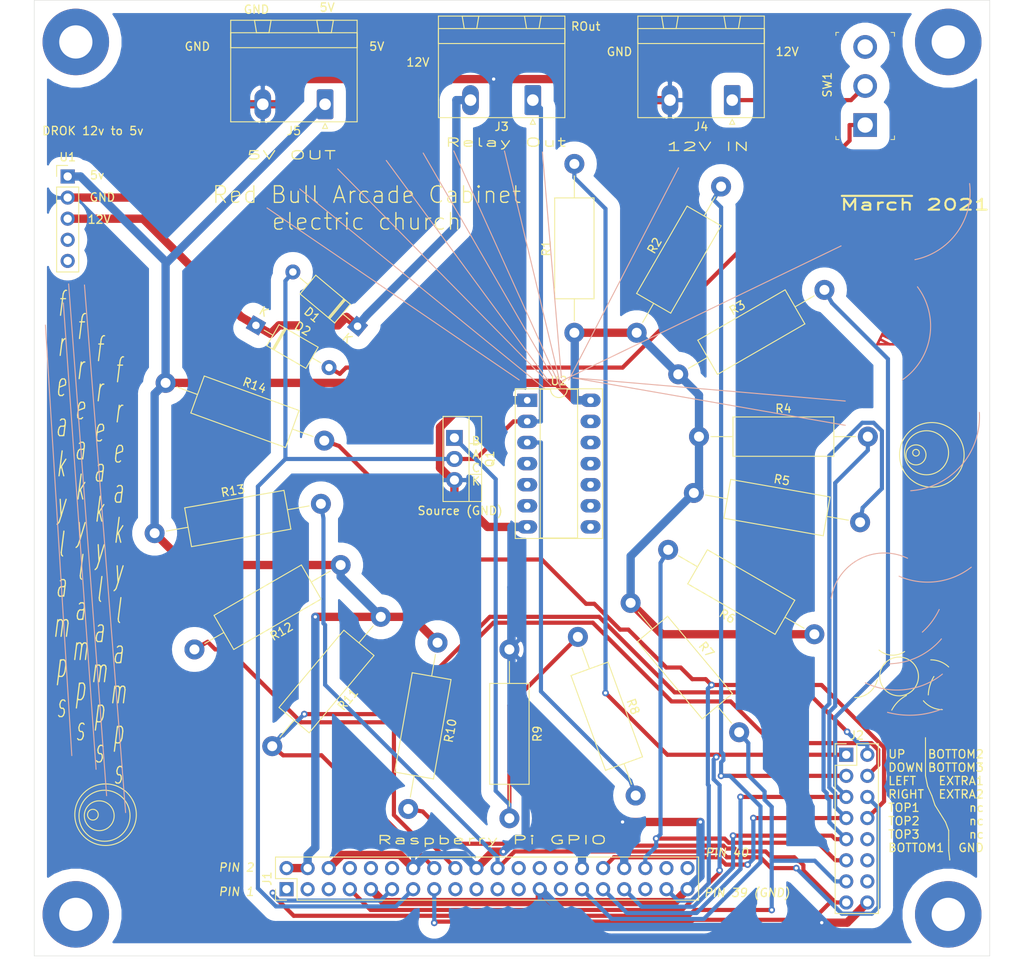
<source format=kicad_pcb>
(kicad_pcb (version 20171130) (host pcbnew "(5.1.4)-1")

  (general
    (thickness 1.6)
    (drawings 85)
    (tracks 371)
    (zones 0)
    (modules 30)
    (nets 42)
  )

  (page A4)
  (layers
    (0 F.Cu signal)
    (31 B.Cu signal)
    (32 B.Adhes user)
    (33 F.Adhes user)
    (34 B.Paste user hide)
    (35 F.Paste user hide)
    (36 B.SilkS user)
    (37 F.SilkS user)
    (38 B.Mask user)
    (39 F.Mask user)
    (40 Dwgs.User user)
    (41 Cmts.User user)
    (42 Eco1.User user)
    (43 Eco2.User user)
    (44 Edge.Cuts user)
    (45 Margin user)
    (46 B.CrtYd user)
    (47 F.CrtYd user)
    (48 B.Fab user)
    (49 F.Fab user)
  )

  (setup
    (last_trace_width 0.25)
    (trace_clearance 0.2)
    (zone_clearance 0.508)
    (zone_45_only no)
    (trace_min 0.2)
    (via_size 0.8)
    (via_drill 0.4)
    (via_min_size 0.4)
    (via_min_drill 0.3)
    (uvia_size 0.3)
    (uvia_drill 0.1)
    (uvias_allowed no)
    (uvia_min_size 0.2)
    (uvia_min_drill 0.1)
    (edge_width 0.05)
    (segment_width 0.2)
    (pcb_text_width 0.3)
    (pcb_text_size 1.5 1.5)
    (mod_edge_width 0.12)
    (mod_text_size 1 1)
    (mod_text_width 0.15)
    (pad_size 1.524 1.524)
    (pad_drill 0.762)
    (pad_to_mask_clearance 0.051)
    (solder_mask_min_width 0.25)
    (aux_axis_origin 0 0)
    (visible_elements 7FFFFFFF)
    (pcbplotparams
      (layerselection 0x010f0_ffffffff)
      (usegerberextensions false)
      (usegerberattributes false)
      (usegerberadvancedattributes false)
      (creategerberjobfile false)
      (excludeedgelayer true)
      (linewidth 0.100000)
      (plotframeref false)
      (viasonmask false)
      (mode 1)
      (useauxorigin false)
      (hpglpennumber 1)
      (hpglpenspeed 20)
      (hpglpendiameter 15.000000)
      (psnegative false)
      (psa4output false)
      (plotreference true)
      (plotvalue true)
      (plotinvisibletext false)
      (padsonsilk false)
      (subtractmaskfromsilk false)
      (outputformat 1)
      (mirror false)
      (drillshape 0)
      (scaleselection 1)
      (outputdirectory ""))
  )

  (net 0 "")
  (net 1 RelayOut)
  (net 2 +12V)
  (net 3 "Net-(D2-Pad2)")
  (net 4 "Net-(J1-Pad1)")
  (net 5 +5V)
  (net 6 LEFT)
  (net 7 RIGHT)
  (net 8 GND)
  (net 9 Top1)
  (net 10 "Net-(J1-Pad8)")
  (net 11 "Net-(J1-Pad10)")
  (net 12 "Net-(J1-Pad12)")
  (net 13 "Net-(J1-Pad17)")
  (net 14 Extra1)
  (net 15 Bottom3)
  (net 16 Extra2)
  (net 17 Bottom2)
  (net 18 Bottom1)
  (net 19 UP)
  (net 20 DOWN)
  (net 21 Top2)
  (net 22 Top3)
  (net 23 "Net-(J1-Pad35)")
  (net 24 "Net-(J1-Pad38)")
  (net 25 "Net-(J1-Pad40)")
  (net 26 "Net-(J2-Pad14)")
  (net 27 "Net-(J4-Pad1)")
  (net 28 "Net-(Q1-Pad1)")
  (net 29 "Net-(U1-Pad4)")
  (net 30 "Net-(J1-Pad3)")
  (net 31 "Net-(J1-Pad5)")
  (net 32 "Net-(J1-Pad19)")
  (net 33 "Net-(J1-Pad21)")
  (net 34 "Net-(J1-Pad23)")
  (net 35 "Net-(J1-Pad24)")
  (net 36 "Net-(J1-Pad26)")
  (net 37 "Net-(J1-Pad27)")
  (net 38 "Net-(J1-Pad28)")
  (net 39 "Net-(R8-Pad2)")
  (net 40 "Net-(J2-Pad12)")
  (net 41 "Net-(J2-Pad10)")

  (net_class Default "This is the default net class."
    (clearance 0.2)
    (trace_width 0.25)
    (via_dia 0.8)
    (via_drill 0.4)
    (uvia_dia 0.3)
    (uvia_drill 0.1)
    (add_net +12V)
    (add_net +5V)
    (add_net Bottom1)
    (add_net Bottom2)
    (add_net Bottom3)
    (add_net DOWN)
    (add_net Extra1)
    (add_net Extra2)
    (add_net GND)
    (add_net LEFT)
    (add_net "Net-(D2-Pad2)")
    (add_net "Net-(J1-Pad1)")
    (add_net "Net-(J1-Pad10)")
    (add_net "Net-(J1-Pad12)")
    (add_net "Net-(J1-Pad17)")
    (add_net "Net-(J1-Pad19)")
    (add_net "Net-(J1-Pad21)")
    (add_net "Net-(J1-Pad23)")
    (add_net "Net-(J1-Pad24)")
    (add_net "Net-(J1-Pad26)")
    (add_net "Net-(J1-Pad27)")
    (add_net "Net-(J1-Pad28)")
    (add_net "Net-(J1-Pad3)")
    (add_net "Net-(J1-Pad35)")
    (add_net "Net-(J1-Pad38)")
    (add_net "Net-(J1-Pad40)")
    (add_net "Net-(J1-Pad5)")
    (add_net "Net-(J1-Pad8)")
    (add_net "Net-(J2-Pad10)")
    (add_net "Net-(J2-Pad12)")
    (add_net "Net-(J2-Pad14)")
    (add_net "Net-(J4-Pad1)")
    (add_net "Net-(Q1-Pad1)")
    (add_net "Net-(R8-Pad2)")
    (add_net "Net-(U1-Pad4)")
    (add_net RIGHT)
    (add_net RelayOut)
    (add_net Top1)
    (add_net Top2)
    (add_net Top3)
    (add_net UP)
  )

  (module Symbol:Symbol_ESD-Logo_CopperTop (layer F.Cu) (tedit 0) (tstamp 60529034)
    (at 166.624 83.058)
    (descr "ESD-Logo, similar JEDEC-14, without text, ohne Text, Copper Top,")
    (tags "ESD-Logo, similar JEDEC-14, without text, ohne Text, Copper Top,")
    (attr virtual)
    (fp_text reference REF** (at -0.0508 -9.5504) (layer F.SilkS) hide
      (effects (font (size 1 1) (thickness 0.15)))
    )
    (fp_text value Symbol_ESD-Logo_CopperTop (at 0 6.94944) (layer F.Fab)
      (effects (font (size 1 1) (thickness 0.15)))
    )
    (fp_line (start 2.77876 -1.2573) (end 3.10896 -1.38938) (layer F.Cu) (width 0.3048))
    (fp_line (start 2.49936 -0.82804) (end 2.77876 -1.2573) (layer F.Cu) (width 0.3048))
    (fp_line (start 2.16916 -0.28956) (end 2.49936 -0.82804) (layer F.Cu) (width 0.3048))
    (fp_line (start 1.65862 0.54102) (end 2.16916 -0.28956) (layer F.Cu) (width 0.3048))
    (fp_line (start 0.1905 1.5113) (end 0.8001 0.98044) (layer F.Cu) (width 0.3048))
    (fp_line (start -0.32004 2.02184) (end 0.1905 1.5113) (layer F.Cu) (width 0.3048))
    (fp_line (start -0.62992 2.68224) (end -0.32004 2.02184) (layer F.Cu) (width 0.3048))
    (fp_line (start -0.86106 2.37236) (end -0.62992 2.68224) (layer F.Cu) (width 0.3048))
    (fp_line (start -0.70104 1.59258) (end -0.86106 2.37236) (layer F.Cu) (width 0.3048))
    (fp_line (start 0.30988 0.32258) (end -0.70104 1.59258) (layer F.Cu) (width 0.3048))
    (fp_line (start 0.45974 -0.18796) (end 0.30988 0.32258) (layer F.Cu) (width 0.3048))
    (fp_line (start -0.40132 -1.27762) (end 0.45974 -0.18796) (layer F.Cu) (width 0.3048))
    (fp_line (start -0.62992 -1.12776) (end -0.40132 -1.27762) (layer F.Cu) (width 0.3048))
    (fp_line (start -1.47066 -0.49784) (end -0.62992 -1.12776) (layer F.Cu) (width 0.3048))
    (fp_line (start -1.71958 -0.16764) (end -1.47066 -0.49784) (layer F.Cu) (width 0.3048))
    (fp_line (start -1.77038 -0.11938) (end -1.71958 -0.16764) (layer F.Cu) (width 0.3048))
    (fp_line (start -1.84912 0.42164) (end -1.77038 -0.11938) (layer F.Cu) (width 0.3048))
    (fp_line (start -1.84912 1.48082) (end -1.84912 0.42164) (layer F.Cu) (width 0.3048))
    (fp_line (start -1.62052 2.35204) (end -1.84912 1.48082) (layer F.Cu) (width 0.3048))
    (fp_line (start -1.99136 2.77114) (end -1.62052 2.35204) (layer F.Cu) (width 0.3048))
    (fp_line (start -2.4892 1.10236) (end -1.99136 2.77114) (layer F.Cu) (width 0.3048))
    (fp_line (start -2.37998 -0.57912) (end -2.4892 1.10236) (layer F.Cu) (width 0.3048))
    (fp_line (start -0.65024 -2.64922) (end -1.8796 -1.13792) (layer F.Cu) (width 0.3048))
    (fp_line (start 1.24968 -3.31724) (end -0.65024 -2.64922) (layer F.Cu) (width 0.3048))
    (fp_line (start 2.19964 -3.59918) (end 1.24968 -3.31724) (layer F.Cu) (width 0.3048))
    (fp_line (start 0.30988 1.4605) (end 0.56896 1.81102) (layer F.Cu) (width 0.3048))
    (fp_line (start 0.07874 2.1717) (end 0.10922 2.1717) (layer F.Cu) (width 0.3048))
    (fp_line (start -0.22098 1.99136) (end 0.07874 2.1717) (layer F.Cu) (width 0.3048))
    (fp_line (start 1.61036 0.65278) (end 1.67894 0.6223) (layer F.Cu) (width 0.3048))
    (fp_line (start 4.96062 2.47142) (end 1.61036 0.65278) (layer F.Cu) (width 0.3048))
    (fp_line (start 3.15976 -1.3081) (end 4.96062 2.47142) (layer F.Cu) (width 0.3048))
    (fp_line (start -1.89992 -1.15824) (end -1.86944 -1.15824) (layer F.Cu) (width 0.3048))
    (fp_line (start -2.76098 -1.5875) (end -1.89992 -1.15824) (layer F.Cu) (width 0.3048))
    (fp_line (start 0.21082 -7.3787) (end -2.76098 -1.5875) (layer F.Cu) (width 0.3048))
    (fp_line (start 2.09042 -3.64744) (end 0.21082 -7.3787) (layer F.Cu) (width 0.3048))
    (fp_line (start 4.90982 3.3909) (end 0.86868 1.1811) (layer F.Cu) (width 0.3048))
    (fp_line (start -5.15112 3.31216) (end 4.90982 3.3909) (layer F.Cu) (width 0.3048))
    (fp_line (start -3.09118 -0.84836) (end -5.15112 3.31216) (layer F.Cu) (width 0.3048))
    (fp_line (start -2.46126 -0.56896) (end -3.09118 -0.84836) (layer F.Cu) (width 0.3048))
    (fp_line (start -0.29972 0.44196) (end -0.07112 0.5715) (layer F.Cu) (width 0.3048))
    (fp_line (start -0.72898 0.98044) (end -0.29972 0.44196) (layer F.Cu) (width 0.3048))
    (fp_line (start -0.70104 0.37084) (end -0.72898 0.98044) (layer F.Cu) (width 0.3048))
    (fp_line (start -1.14046 0.16256) (end -0.70104 0.37084) (layer F.Cu) (width 0.3048))
    (fp_line (start -1.01092 1.5621) (end -1.14046 0.16256) (layer F.Cu) (width 0.3048))
    (fp_line (start -1.10998 1.87198) (end -1.01092 1.5621) (layer F.Cu) (width 0.3048))
    (fp_line (start -1.38938 1.64084) (end -1.10998 1.87198) (layer F.Cu) (width 0.3048))
    (fp_line (start -1.51892 0.80264) (end -1.38938 1.64084) (layer F.Cu) (width 0.3048))
    (fp_line (start -1.51892 -0.1397) (end -1.51892 0.80264) (layer F.Cu) (width 0.3048))
    (fp_line (start 0.06096 -0.0889) (end 0.23876 0.14224) (layer F.Cu) (width 0.3048))
    (fp_line (start -0.4191 -0.61722) (end 0.06096 -0.0889) (layer F.Cu) (width 0.3048))
    (fp_line (start -0.77978 -0.49784) (end -0.4191 -0.61722) (layer F.Cu) (width 0.3048))
    (fp_line (start -1.10998 -0.6477) (end -0.77978 -0.49784) (layer F.Cu) (width 0.3048))
    (fp_line (start -0.0889 -6.6675) (end 0.94996 -5.92836) (layer F.Cu) (width 0.3048))
    (fp_line (start -0.35052 -6.0579) (end 1.57988 -4.65836) (layer F.Cu) (width 0.3048))
    (fp_line (start -0.7493 -5.3975) (end 1.85928 -3.64744) (layer F.Cu) (width 0.3048))
    (fp_line (start -1.01092 -4.86918) (end 1.19888 -3.41884) (layer F.Cu) (width 0.3048))
    (fp_line (start -1.3589 -4.2291) (end 0.45974 -3.08864) (layer F.Cu) (width 0.3048))
    (fp_line (start -0.44958 -2.80924) (end -0.4191 -2.80924) (layer F.Cu) (width 0.3048))
    (fp_line (start -1.71958 -3.59918) (end -0.44958 -2.80924) (layer F.Cu) (width 0.3048))
    (fp_line (start -2.04978 -2.9591) (end -1.03124 -2.26822) (layer F.Cu) (width 0.3048))
    (fp_line (start -1.31064 -1.81864) (end -1.31064 -1.83896) (layer F.Cu) (width 0.3048))
    (fp_line (start -2.23012 -2.44856) (end -1.31064 -1.81864) (layer F.Cu) (width 0.3048))
    (fp_line (start -2.50952 -1.9685) (end -1.6891 -1.48844) (layer F.Cu) (width 0.3048))
    (fp_line (start 2.70002 -1.0287) (end 3.54076 -0.39878) (layer F.Cu) (width 0.3048))
    (fp_line (start 2.4511 -0.56896) (end 4.09956 0.72136) (layer F.Cu) (width 0.3048))
    (fp_line (start 2.1209 0.04064) (end 4.37896 1.38176) (layer F.Cu) (width 0.3048))
    (fp_line (start -3.37058 -0.33782) (end -2.6289 0.06096) (layer F.Cu) (width 0.3048))
    (fp_line (start -3.55092 0.16256) (end -2.47904 0.75184) (layer F.Cu) (width 0.3048))
    (fp_line (start -3.74904 0.65278) (end -2.46126 1.38176) (layer F.Cu) (width 0.3048))
    (fp_line (start -2.41046 1.99136) (end -2.37998 1.99136) (layer F.Cu) (width 0.3048))
    (fp_line (start -4.03098 1.20142) (end -2.41046 1.99136) (layer F.Cu) (width 0.3048))
    (fp_line (start -4.34086 1.66116) (end -1.14046 3.31216) (layer F.Cu) (width 0.3048))
    (fp_line (start -4.5593 2.2225) (end -2.17932 3.36042) (layer F.Cu) (width 0.3048))
    (fp_line (start -4.77012 2.75082) (end -3.64998 3.34264) (layer F.Cu) (width 0.3048))
    (fp_line (start -1.53924 2.37236) (end -0.02032 3.3909) (layer F.Cu) (width 0.3048))
    (fp_line (start 1.02108 3.31216) (end 1.04902 3.31216) (layer F.Cu) (width 0.3048))
    (fp_line (start -0.35052 2.30124) (end 1.02108 3.31216) (layer F.Cu) (width 0.3048))
    (fp_line (start 0.23876 1.8415) (end 2.16916 3.29184) (layer F.Cu) (width 0.3048))
    (fp_line (start 3.25882 3.31216) (end 3.27914 3.31216) (layer F.Cu) (width 0.3048))
    (fp_line (start 0.5207 1.4605) (end 3.25882 3.31216) (layer F.Cu) (width 0.3048))
    (fp_line (start -0.65024 -0.92964) (end 0.06096 -0.4191) (layer F.Cu) (width 0.3048))
  )

  (module MountingHole:MountingHole_4mm_Pad (layer F.Cu) (tedit 56D1B4CB) (tstamp 605252AD)
    (at 65 155)
    (descr "Mounting Hole 4mm")
    (tags "mounting hole 4mm")
    (attr virtual)
    (fp_text reference REF** (at 0 -5) (layer F.SilkS) hide
      (effects (font (size 1 1) (thickness 0.15)))
    )
    (fp_text value MountingHole_4mm_Pad (at 0 5) (layer F.Fab)
      (effects (font (size 1 1) (thickness 0.15)))
    )
    (fp_text user %R (at 0.3 0) (layer F.Fab)
      (effects (font (size 1 1) (thickness 0.15)))
    )
    (fp_circle (center 0 0) (end 4 0) (layer Cmts.User) (width 0.15))
    (fp_circle (center 0 0) (end 4.25 0) (layer F.CrtYd) (width 0.05))
    (pad 1 thru_hole circle (at 0 0) (size 8 8) (drill 4) (layers *.Cu *.Mask))
  )

  (module MountingHole:MountingHole_4mm_Pad (layer F.Cu) (tedit 56D1B4CB) (tstamp 605252AD)
    (at 170 155)
    (descr "Mounting Hole 4mm")
    (tags "mounting hole 4mm")
    (attr virtual)
    (fp_text reference REF** (at 0 -5) (layer F.SilkS) hide
      (effects (font (size 1 1) (thickness 0.15)))
    )
    (fp_text value MountingHole_4mm_Pad (at 0 5) (layer F.Fab)
      (effects (font (size 1 1) (thickness 0.15)))
    )
    (fp_text user %R (at 0.3 0) (layer F.Fab)
      (effects (font (size 1 1) (thickness 0.15)))
    )
    (fp_circle (center 0 0) (end 4 0) (layer Cmts.User) (width 0.15))
    (fp_circle (center 0 0) (end 4.25 0) (layer F.CrtYd) (width 0.05))
    (pad 1 thru_hole circle (at 0 0) (size 8 8) (drill 4) (layers *.Cu *.Mask))
  )

  (module MountingHole:MountingHole_4mm_Pad (layer F.Cu) (tedit 56D1B4CB) (tstamp 605252AD)
    (at 170 50)
    (descr "Mounting Hole 4mm")
    (tags "mounting hole 4mm")
    (attr virtual)
    (fp_text reference REF** (at 0 -5) (layer F.SilkS) hide
      (effects (font (size 1 1) (thickness 0.15)))
    )
    (fp_text value MountingHole_4mm_Pad (at 0 5) (layer F.Fab)
      (effects (font (size 1 1) (thickness 0.15)))
    )
    (fp_text user %R (at 0.3 0) (layer F.Fab)
      (effects (font (size 1 1) (thickness 0.15)))
    )
    (fp_circle (center 0 0) (end 4 0) (layer Cmts.User) (width 0.15))
    (fp_circle (center 0 0) (end 4.25 0) (layer F.CrtYd) (width 0.05))
    (pad 1 thru_hole circle (at 0 0) (size 8 8) (drill 4) (layers *.Cu *.Mask))
  )

  (module MountingHole:MountingHole_4mm_Pad (layer F.Cu) (tedit 56D1B4CB) (tstamp 6052507C)
    (at 65 50)
    (descr "Mounting Hole 4mm")
    (tags "mounting hole 4mm")
    (attr virtual)
    (fp_text reference REF** (at 0 -5) (layer F.SilkS) hide
      (effects (font (size 1 1) (thickness 0.15)))
    )
    (fp_text value MountingHole_4mm_Pad (at 0 5) (layer F.Fab)
      (effects (font (size 1 1) (thickness 0.15)))
    )
    (fp_circle (center 0 0) (end 4.25 0) (layer F.CrtYd) (width 0.05))
    (fp_circle (center 0 0) (end 4 0) (layer Cmts.User) (width 0.15))
    (fp_text user %R (at 0.3 0) (layer F.Fab) hide
      (effects (font (size 1 1) (thickness 0.15)))
    )
    (pad 1 thru_hole circle (at 0 0) (size 8 8) (drill 4) (layers *.Cu *.Mask))
  )

  (module Connector_Phoenix_GMSTB:PhoenixContact_GMSTBA_2,5_2-G_1x02_P7.50mm_Horizontal (layer F.Cu) (tedit 5B785048) (tstamp 605236D8)
    (at 95 57.5 180)
    (descr "Generic Phoenix Contact connector footprint for: GMSTBA_2,5/2-G; number of pins: 02; pin pitch: 7.50mm; Angled || order number: 1766343 12A 630V")
    (tags "phoenix_contact connector GMSTBA_01x02_G_7.50mm")
    (path /6059AC6A)
    (fp_text reference J5 (at 3.75 -3.2) (layer F.SilkS)
      (effects (font (size 1 1) (thickness 0.15)))
    )
    (fp_text value Screw_Terminal_01x02 (at 3.75 11.2) (layer F.Fab)
      (effects (font (size 1 1) (thickness 0.15)))
    )
    (fp_text user %R (at 3.75 -1.3) (layer F.Fab)
      (effects (font (size 1 1) (thickness 0.15)))
    )
    (fp_line (start 0 -0.5) (end -0.95 -2) (layer F.Fab) (width 0.1))
    (fp_line (start 0.95 -2) (end 0 -0.5) (layer F.Fab) (width 0.1))
    (fp_line (start -0.3 -2.91) (end 0.3 -2.91) (layer F.SilkS) (width 0.12))
    (fp_line (start 0 -2.31) (end -0.3 -2.91) (layer F.SilkS) (width 0.12))
    (fp_line (start 0.3 -2.91) (end 0 -2.31) (layer F.SilkS) (width 0.12))
    (fp_line (start 11.75 -2.5) (end -4.25 -2.5) (layer F.CrtYd) (width 0.05))
    (fp_line (start 11.75 10.5) (end 11.75 -2.5) (layer F.CrtYd) (width 0.05))
    (fp_line (start -4.25 10.5) (end 11.75 10.5) (layer F.CrtYd) (width 0.05))
    (fp_line (start -4.25 -2.5) (end -4.25 10.5) (layer F.CrtYd) (width 0.05))
    (fp_line (start 6.75 8.61) (end 6.5 10.11) (layer F.SilkS) (width 0.12))
    (fp_line (start 8.25 8.61) (end 6.75 8.61) (layer F.SilkS) (width 0.12))
    (fp_line (start 8.5 10.11) (end 8.25 8.61) (layer F.SilkS) (width 0.12))
    (fp_line (start 6.5 10.11) (end 8.5 10.11) (layer F.SilkS) (width 0.12))
    (fp_line (start -0.75 8.61) (end -1 10.11) (layer F.SilkS) (width 0.12))
    (fp_line (start 0.75 8.61) (end -0.75 8.61) (layer F.SilkS) (width 0.12))
    (fp_line (start 1 10.11) (end 0.75 8.61) (layer F.SilkS) (width 0.12))
    (fp_line (start -1 10.11) (end 1 10.11) (layer F.SilkS) (width 0.12))
    (fp_line (start 11.36 8.61) (end -3.86 8.61) (layer F.SilkS) (width 0.12))
    (fp_line (start 11.36 6.81) (end 11.36 8.61) (layer F.SilkS) (width 0.12))
    (fp_line (start -3.86 6.81) (end 11.36 6.81) (layer F.SilkS) (width 0.12))
    (fp_line (start -3.86 8.61) (end -3.86 6.81) (layer F.SilkS) (width 0.12))
    (fp_line (start 11.25 -2) (end -3.75 -2) (layer F.Fab) (width 0.1))
    (fp_line (start 11.25 10) (end 11.25 -2) (layer F.Fab) (width 0.1))
    (fp_line (start -3.75 10) (end 11.25 10) (layer F.Fab) (width 0.1))
    (fp_line (start -3.75 -2) (end -3.75 10) (layer F.Fab) (width 0.1))
    (fp_line (start 11.36 -2.11) (end -3.86 -2.11) (layer F.SilkS) (width 0.12))
    (fp_line (start 11.36 10.11) (end 11.36 -2.11) (layer F.SilkS) (width 0.12))
    (fp_line (start -3.86 10.11) (end 11.36 10.11) (layer F.SilkS) (width 0.12))
    (fp_line (start -3.86 -2.11) (end -3.86 10.11) (layer F.SilkS) (width 0.12))
    (pad 2 thru_hole oval (at 7.5 0 180) (size 2 3.6) (drill 1.4) (layers *.Cu *.Mask)
      (net 8 GND))
    (pad 1 thru_hole roundrect (at 0 0 180) (size 2 3.6) (drill 1.4) (layers *.Cu *.Mask) (roundrect_rratio 0.125)
      (net 5 +5V))
    (model ${KISYS3DMOD}/Connector_Phoenix_GMSTB.3dshapes/PhoenixContact_GMSTBA_2,5_2-G_1x02_P7.50mm_Horizontal.wrl
      (at (xyz 0 0 0))
      (scale (xyz 1 1 1))
      (rotate (xyz 0 0 0))
    )
  )

  (module Connector_PinHeader_2.54mm:PinHeader_2x08_P2.54mm_Vertical (layer F.Cu) (tedit 59FED5CC) (tstamp 6050F9AD)
    (at 157.721 135.788)
    (descr "Through hole straight pin header, 2x08, 2.54mm pitch, double rows")
    (tags "Through hole pin header THT 2x08 2.54mm double row")
    (path /60587750)
    (fp_text reference J2 (at 1.27 -2.33) (layer F.SilkS)
      (effects (font (size 1 1) (thickness 0.15)))
    )
    (fp_text value Conn_02x08_Top_Bottom_Shielded (at 1.27 20.11) (layer F.Fab)
      (effects (font (size 1 1) (thickness 0.15)))
    )
    (fp_text user %R (at 1.27 8.89 90) (layer F.Fab)
      (effects (font (size 1 1) (thickness 0.15)))
    )
    (fp_line (start 4.35 -1.8) (end -1.8 -1.8) (layer F.CrtYd) (width 0.05))
    (fp_line (start 4.35 19.55) (end 4.35 -1.8) (layer F.CrtYd) (width 0.05))
    (fp_line (start -1.8 19.55) (end 4.35 19.55) (layer F.CrtYd) (width 0.05))
    (fp_line (start -1.8 -1.8) (end -1.8 19.55) (layer F.CrtYd) (width 0.05))
    (fp_line (start -1.33 -1.33) (end 0 -1.33) (layer F.SilkS) (width 0.12))
    (fp_line (start -1.33 0) (end -1.33 -1.33) (layer F.SilkS) (width 0.12))
    (fp_line (start 1.27 -1.33) (end 3.87 -1.33) (layer F.SilkS) (width 0.12))
    (fp_line (start 1.27 1.27) (end 1.27 -1.33) (layer F.SilkS) (width 0.12))
    (fp_line (start -1.33 1.27) (end 1.27 1.27) (layer F.SilkS) (width 0.12))
    (fp_line (start 3.87 -1.33) (end 3.87 19.11) (layer F.SilkS) (width 0.12))
    (fp_line (start -1.33 1.27) (end -1.33 19.11) (layer F.SilkS) (width 0.12))
    (fp_line (start -1.33 19.11) (end 3.87 19.11) (layer F.SilkS) (width 0.12))
    (fp_line (start -1.27 0) (end 0 -1.27) (layer F.Fab) (width 0.1))
    (fp_line (start -1.27 19.05) (end -1.27 0) (layer F.Fab) (width 0.1))
    (fp_line (start 3.81 19.05) (end -1.27 19.05) (layer F.Fab) (width 0.1))
    (fp_line (start 3.81 -1.27) (end 3.81 19.05) (layer F.Fab) (width 0.1))
    (fp_line (start 0 -1.27) (end 3.81 -1.27) (layer F.Fab) (width 0.1))
    (pad 16 thru_hole oval (at 2.54 17.78) (size 1.7 1.7) (drill 1) (layers *.Cu *.Mask)
      (net 8 GND))
    (pad 15 thru_hole oval (at 0 17.78) (size 1.7 1.7) (drill 1) (layers *.Cu *.Mask)
      (net 18 Bottom1))
    (pad 14 thru_hole oval (at 2.54 15.24) (size 1.7 1.7) (drill 1) (layers *.Cu *.Mask)
      (net 26 "Net-(J2-Pad14)"))
    (pad 13 thru_hole oval (at 0 15.24) (size 1.7 1.7) (drill 1) (layers *.Cu *.Mask)
      (net 22 Top3))
    (pad 12 thru_hole oval (at 2.54 12.7) (size 1.7 1.7) (drill 1) (layers *.Cu *.Mask)
      (net 40 "Net-(J2-Pad12)"))
    (pad 11 thru_hole oval (at 0 12.7) (size 1.7 1.7) (drill 1) (layers *.Cu *.Mask)
      (net 21 Top2))
    (pad 10 thru_hole oval (at 2.54 10.16) (size 1.7 1.7) (drill 1) (layers *.Cu *.Mask)
      (net 41 "Net-(J2-Pad10)"))
    (pad 9 thru_hole oval (at 0 10.16) (size 1.7 1.7) (drill 1) (layers *.Cu *.Mask)
      (net 9 Top1))
    (pad 8 thru_hole oval (at 2.54 7.62) (size 1.7 1.7) (drill 1) (layers *.Cu *.Mask)
      (net 16 Extra2))
    (pad 7 thru_hole oval (at 0 7.62) (size 1.7 1.7) (drill 1) (layers *.Cu *.Mask)
      (net 7 RIGHT))
    (pad 6 thru_hole oval (at 2.54 5.08) (size 1.7 1.7) (drill 1) (layers *.Cu *.Mask)
      (net 14 Extra1))
    (pad 5 thru_hole oval (at 0 5.08) (size 1.7 1.7) (drill 1) (layers *.Cu *.Mask)
      (net 6 LEFT))
    (pad 4 thru_hole oval (at 2.54 2.54) (size 1.7 1.7) (drill 1) (layers *.Cu *.Mask)
      (net 15 Bottom3))
    (pad 3 thru_hole oval (at 0 2.54) (size 1.7 1.7) (drill 1) (layers *.Cu *.Mask)
      (net 20 DOWN))
    (pad 2 thru_hole oval (at 2.54 0) (size 1.7 1.7) (drill 1) (layers *.Cu *.Mask)
      (net 17 Bottom2))
    (pad 1 thru_hole rect (at 0 0) (size 1.7 1.7) (drill 1) (layers *.Cu *.Mask)
      (net 19 UP))
    (model ${KISYS3DMOD}/Connector_PinHeader_2.54mm.3dshapes/PinHeader_2x08_P2.54mm_Vertical.wrl
      (at (xyz 0 0 0))
      (scale (xyz 1 1 1))
      (rotate (xyz 0 0 0))
    )
  )

  (module Package_DIP:DIP-14_W7.62mm_Socket_LongPads (layer F.Cu) (tedit 5A02E8C5) (tstamp 605183F1)
    (at 119.329 93.1291)
    (descr "14-lead though-hole mounted DIP package, row spacing 7.62 mm (300 mils), Socket, LongPads")
    (tags "THT DIP DIL PDIP 2.54mm 7.62mm 300mil Socket LongPads")
    (path /60518F6B)
    (fp_text reference U2 (at 3.81 -2.33) (layer F.SilkS)
      (effects (font (size 1 1) (thickness 0.15)))
    )
    (fp_text value 74125 (at 3.81 17.57) (layer F.Fab)
      (effects (font (size 1 1) (thickness 0.15)))
    )
    (fp_text user %R (at 3.81 7.62) (layer F.Fab)
      (effects (font (size 1 1) (thickness 0.15)))
    )
    (fp_line (start 9.15 -1.6) (end -1.55 -1.6) (layer F.CrtYd) (width 0.05))
    (fp_line (start 9.15 16.85) (end 9.15 -1.6) (layer F.CrtYd) (width 0.05))
    (fp_line (start -1.55 16.85) (end 9.15 16.85) (layer F.CrtYd) (width 0.05))
    (fp_line (start -1.55 -1.6) (end -1.55 16.85) (layer F.CrtYd) (width 0.05))
    (fp_line (start 9.06 -1.39) (end -1.44 -1.39) (layer F.SilkS) (width 0.12))
    (fp_line (start 9.06 16.63) (end 9.06 -1.39) (layer F.SilkS) (width 0.12))
    (fp_line (start -1.44 16.63) (end 9.06 16.63) (layer F.SilkS) (width 0.12))
    (fp_line (start -1.44 -1.39) (end -1.44 16.63) (layer F.SilkS) (width 0.12))
    (fp_line (start 6.06 -1.33) (end 4.81 -1.33) (layer F.SilkS) (width 0.12))
    (fp_line (start 6.06 16.57) (end 6.06 -1.33) (layer F.SilkS) (width 0.12))
    (fp_line (start 1.56 16.57) (end 6.06 16.57) (layer F.SilkS) (width 0.12))
    (fp_line (start 1.56 -1.33) (end 1.56 16.57) (layer F.SilkS) (width 0.12))
    (fp_line (start 2.81 -1.33) (end 1.56 -1.33) (layer F.SilkS) (width 0.12))
    (fp_line (start 8.89 -1.33) (end -1.27 -1.33) (layer F.Fab) (width 0.1))
    (fp_line (start 8.89 16.57) (end 8.89 -1.33) (layer F.Fab) (width 0.1))
    (fp_line (start -1.27 16.57) (end 8.89 16.57) (layer F.Fab) (width 0.1))
    (fp_line (start -1.27 -1.33) (end -1.27 16.57) (layer F.Fab) (width 0.1))
    (fp_line (start 0.635 -0.27) (end 1.635 -1.27) (layer F.Fab) (width 0.1))
    (fp_line (start 0.635 16.51) (end 0.635 -0.27) (layer F.Fab) (width 0.1))
    (fp_line (start 6.985 16.51) (end 0.635 16.51) (layer F.Fab) (width 0.1))
    (fp_line (start 6.985 -1.27) (end 6.985 16.51) (layer F.Fab) (width 0.1))
    (fp_line (start 1.635 -1.27) (end 6.985 -1.27) (layer F.Fab) (width 0.1))
    (fp_arc (start 3.81 -1.33) (end 2.81 -1.33) (angle -180) (layer F.SilkS) (width 0.12))
    (pad 14 thru_hole oval (at 7.62 0) (size 2.4 1.6) (drill 0.8) (layers *.Cu *.Mask)
      (net 5 +5V))
    (pad 7 thru_hole oval (at 0 15.24) (size 2.4 1.6) (drill 0.8) (layers *.Cu *.Mask)
      (net 8 GND))
    (pad 13 thru_hole oval (at 7.62 2.54) (size 2.4 1.6) (drill 0.8) (layers *.Cu *.Mask))
    (pad 6 thru_hole oval (at 0 12.7) (size 2.4 1.6) (drill 0.8) (layers *.Cu *.Mask))
    (pad 12 thru_hole oval (at 7.62 5.08) (size 2.4 1.6) (drill 0.8) (layers *.Cu *.Mask))
    (pad 5 thru_hole oval (at 0 10.16) (size 2.4 1.6) (drill 0.8) (layers *.Cu *.Mask))
    (pad 11 thru_hole oval (at 7.62 7.62) (size 2.4 1.6) (drill 0.8) (layers *.Cu *.Mask))
    (pad 4 thru_hole oval (at 0 7.62) (size 2.4 1.6) (drill 0.8) (layers *.Cu *.Mask))
    (pad 10 thru_hole oval (at 7.62 10.16) (size 2.4 1.6) (drill 0.8) (layers *.Cu *.Mask))
    (pad 3 thru_hole oval (at 0 5.08) (size 2.4 1.6) (drill 0.8) (layers *.Cu *.Mask)
      (net 39 "Net-(R8-Pad2)"))
    (pad 9 thru_hole oval (at 7.62 12.7) (size 2.4 1.6) (drill 0.8) (layers *.Cu *.Mask))
    (pad 2 thru_hole oval (at 0 2.54) (size 2.4 1.6) (drill 0.8) (layers *.Cu *.Mask)
      (net 1 RelayOut))
    (pad 8 thru_hole oval (at 7.62 15.24) (size 2.4 1.6) (drill 0.8) (layers *.Cu *.Mask))
    (pad 1 thru_hole rect (at 0 0) (size 2.4 1.6) (drill 0.8) (layers *.Cu *.Mask)
      (net 8 GND))
    (model ${KISYS3DMOD}/Package_DIP.3dshapes/DIP-14_W7.62mm_Socket.wrl
      (at (xyz 0 0 0))
      (scale (xyz 1 1 1))
      (rotate (xyz 0 0 0))
    )
  )

  (module Diode_THT:D_A-405_P10.16mm_Horizontal (layer F.Cu) (tedit 5AE50CD5) (tstamp 60512243)
    (at 98.9076 84.2137 140)
    (descr "Diode, A-405 series, Axial, Horizontal, pin pitch=10.16mm, , length*diameter=5.2*2.7mm^2, , http://www.diodes.com/_files/packages/A-405.pdf")
    (tags "Diode A-405 series Axial Horizontal pin pitch 10.16mm  length 5.2mm diameter 2.7mm")
    (path /6071A181)
    (fp_text reference D1 (at 5.08 -2.47 140) (layer F.SilkS)
      (effects (font (size 1 1) (thickness 0.15)))
    )
    (fp_text value D (at 5.08 2.47 140) (layer F.Fab)
      (effects (font (size 1 1) (thickness 0.15)))
    )
    (fp_text user K (at 0 -1.9 140) (layer F.SilkS)
      (effects (font (size 1 1) (thickness 0.15)))
    )
    (fp_text user K (at 0 -1.9 140) (layer F.Fab)
      (effects (font (size 1 1) (thickness 0.15)))
    )
    (fp_text user %R (at 5.47 0 140) (layer F.Fab)
      (effects (font (size 1 1) (thickness 0.15)))
    )
    (fp_line (start 11.31 -1.6) (end -1.15 -1.6) (layer F.CrtYd) (width 0.05))
    (fp_line (start 11.31 1.6) (end 11.31 -1.6) (layer F.CrtYd) (width 0.05))
    (fp_line (start -1.15 1.6) (end 11.31 1.6) (layer F.CrtYd) (width 0.05))
    (fp_line (start -1.15 -1.6) (end -1.15 1.6) (layer F.CrtYd) (width 0.05))
    (fp_line (start 3.14 -1.47) (end 3.14 1.47) (layer F.SilkS) (width 0.12))
    (fp_line (start 3.38 -1.47) (end 3.38 1.47) (layer F.SilkS) (width 0.12))
    (fp_line (start 3.26 -1.47) (end 3.26 1.47) (layer F.SilkS) (width 0.12))
    (fp_line (start 9.02 0) (end 7.8 0) (layer F.SilkS) (width 0.12))
    (fp_line (start 1.14 0) (end 2.36 0) (layer F.SilkS) (width 0.12))
    (fp_line (start 7.8 -1.47) (end 2.36 -1.47) (layer F.SilkS) (width 0.12))
    (fp_line (start 7.8 1.47) (end 7.8 -1.47) (layer F.SilkS) (width 0.12))
    (fp_line (start 2.36 1.47) (end 7.8 1.47) (layer F.SilkS) (width 0.12))
    (fp_line (start 2.36 -1.47) (end 2.36 1.47) (layer F.SilkS) (width 0.12))
    (fp_line (start 3.16 -1.35) (end 3.16 1.35) (layer F.Fab) (width 0.1))
    (fp_line (start 3.36 -1.35) (end 3.36 1.35) (layer F.Fab) (width 0.1))
    (fp_line (start 3.26 -1.35) (end 3.26 1.35) (layer F.Fab) (width 0.1))
    (fp_line (start 10.16 0) (end 7.68 0) (layer F.Fab) (width 0.1))
    (fp_line (start 0 0) (end 2.48 0) (layer F.Fab) (width 0.1))
    (fp_line (start 7.68 -1.35) (end 2.48 -1.35) (layer F.Fab) (width 0.1))
    (fp_line (start 7.68 1.35) (end 7.68 -1.35) (layer F.Fab) (width 0.1))
    (fp_line (start 2.48 1.35) (end 7.68 1.35) (layer F.Fab) (width 0.1))
    (fp_line (start 2.48 -1.35) (end 2.48 1.35) (layer F.Fab) (width 0.1))
    (pad 2 thru_hole oval (at 10.16 0 140) (size 1.8 1.8) (drill 0.9) (layers *.Cu *.Mask)
      (net 1 RelayOut))
    (pad 1 thru_hole rect (at 0 0 140) (size 1.8 1.8) (drill 0.9) (layers *.Cu *.Mask)
      (net 2 +12V))
    (model ${KISYS3DMOD}/Diode_THT.3dshapes/D_A-405_P10.16mm_Horizontal.wrl
      (at (xyz 0 0 0))
      (scale (xyz 1 1 1))
      (rotate (xyz 0 0 0))
    )
  )

  (module Diode_THT:D_A-405_P10.16mm_Horizontal (layer F.Cu) (tedit 5AE50CD5) (tstamp 6050F941)
    (at 86.6775 84.1121 330)
    (descr "Diode, A-405 series, Axial, Horizontal, pin pitch=10.16mm, , length*diameter=5.2*2.7mm^2, , http://www.diodes.com/_files/packages/A-405.pdf")
    (tags "Diode A-405 series Axial Horizontal pin pitch 10.16mm  length 5.2mm diameter 2.7mm")
    (path /605D3FDE)
    (fp_text reference D2 (at 5.08 -2.47 150) (layer F.SilkS)
      (effects (font (size 1 1) (thickness 0.15)))
    )
    (fp_text value D (at 5.08 2.47 150) (layer F.Fab)
      (effects (font (size 1 1) (thickness 0.15)))
    )
    (fp_line (start 2.48 -1.35) (end 2.48 1.35) (layer F.Fab) (width 0.1))
    (fp_line (start 2.48 1.35) (end 7.68 1.35) (layer F.Fab) (width 0.1))
    (fp_line (start 7.68 1.35) (end 7.68 -1.35) (layer F.Fab) (width 0.1))
    (fp_line (start 7.68 -1.35) (end 2.48 -1.35) (layer F.Fab) (width 0.1))
    (fp_line (start 0 0) (end 2.48 0) (layer F.Fab) (width 0.1))
    (fp_line (start 10.16 0) (end 7.68 0) (layer F.Fab) (width 0.1))
    (fp_line (start 3.26 -1.35) (end 3.26 1.35) (layer F.Fab) (width 0.1))
    (fp_line (start 3.36 -1.35) (end 3.36 1.35) (layer F.Fab) (width 0.1))
    (fp_line (start 3.16 -1.35) (end 3.16 1.35) (layer F.Fab) (width 0.1))
    (fp_line (start 2.36 -1.47) (end 2.36 1.47) (layer F.SilkS) (width 0.12))
    (fp_line (start 2.36 1.47) (end 7.8 1.47) (layer F.SilkS) (width 0.12))
    (fp_line (start 7.8 1.47) (end 7.8 -1.47) (layer F.SilkS) (width 0.12))
    (fp_line (start 7.8 -1.47) (end 2.36 -1.47) (layer F.SilkS) (width 0.12))
    (fp_line (start 1.14 0) (end 2.36 0) (layer F.SilkS) (width 0.12))
    (fp_line (start 9.02 0) (end 7.8 0) (layer F.SilkS) (width 0.12))
    (fp_line (start 3.26 -1.47) (end 3.26 1.47) (layer F.SilkS) (width 0.12))
    (fp_line (start 3.38 -1.47) (end 3.38 1.47) (layer F.SilkS) (width 0.12))
    (fp_line (start 3.14 -1.47) (end 3.14 1.47) (layer F.SilkS) (width 0.12))
    (fp_line (start -1.15 -1.6) (end -1.15 1.6) (layer F.CrtYd) (width 0.05))
    (fp_line (start -1.15 1.6) (end 11.31 1.6) (layer F.CrtYd) (width 0.05))
    (fp_line (start 11.31 1.6) (end 11.31 -1.6) (layer F.CrtYd) (width 0.05))
    (fp_line (start 11.31 -1.6) (end -1.15 -1.6) (layer F.CrtYd) (width 0.05))
    (fp_text user %R (at 5.47 0 240) (layer F.Fab)
      (effects (font (size 1 1) (thickness 0.15)))
    )
    (fp_text user K (at 0 -1.9 150) (layer F.Fab)
      (effects (font (size 1 1) (thickness 0.15)))
    )
    (fp_text user K (at 0 -1.9 150) (layer F.SilkS)
      (effects (font (size 1 1) (thickness 0.15)))
    )
    (pad 1 thru_hole rect (at 0 0 330) (size 1.8 1.8) (drill 0.9) (layers *.Cu *.Mask)
      (net 2 +12V))
    (pad 2 thru_hole oval (at 10.16 0 330) (size 1.8 1.8) (drill 0.9) (layers *.Cu *.Mask)
      (net 3 "Net-(D2-Pad2)"))
    (model ${KISYS3DMOD}/Diode_THT.3dshapes/D_A-405_P10.16mm_Horizontal.wrl
      (at (xyz 0 0 0))
      (scale (xyz 1 1 1))
      (rotate (xyz 0 0 0))
    )
  )

  (module Connector_PinHeader_2.54mm:PinHeader_2x20_P2.54mm_Vertical (layer F.Cu) (tedit 59FED5CC) (tstamp 6050F97F)
    (at 90.3605 151.968 90)
    (descr "Through hole straight pin header, 2x20, 2.54mm pitch, double rows")
    (tags "Through hole pin header THT 2x20 2.54mm double row")
    (path /605C768D)
    (fp_text reference J1 (at 1.27 -2.33 90) (layer F.SilkS)
      (effects (font (size 1 1) (thickness 0.15)))
    )
    (fp_text value Raspberry_Pi_2_3 (at 1.27 50.59 90) (layer F.Fab)
      (effects (font (size 1 1) (thickness 0.15)))
    )
    (fp_line (start 0 -1.27) (end 3.81 -1.27) (layer F.Fab) (width 0.1))
    (fp_line (start 3.81 -1.27) (end 3.81 49.53) (layer F.Fab) (width 0.1))
    (fp_line (start 3.81 49.53) (end -1.27 49.53) (layer F.Fab) (width 0.1))
    (fp_line (start -1.27 49.53) (end -1.27 0) (layer F.Fab) (width 0.1))
    (fp_line (start -1.27 0) (end 0 -1.27) (layer F.Fab) (width 0.1))
    (fp_line (start -1.33 49.59) (end 3.87 49.59) (layer F.SilkS) (width 0.12))
    (fp_line (start -1.33 1.27) (end -1.33 49.59) (layer F.SilkS) (width 0.12))
    (fp_line (start 3.87 -1.33) (end 3.87 49.59) (layer F.SilkS) (width 0.12))
    (fp_line (start -1.33 1.27) (end 1.27 1.27) (layer F.SilkS) (width 0.12))
    (fp_line (start 1.27 1.27) (end 1.27 -1.33) (layer F.SilkS) (width 0.12))
    (fp_line (start 1.27 -1.33) (end 3.87 -1.33) (layer F.SilkS) (width 0.12))
    (fp_line (start -1.33 0) (end -1.33 -1.33) (layer F.SilkS) (width 0.12))
    (fp_line (start -1.33 -1.33) (end 0 -1.33) (layer F.SilkS) (width 0.12))
    (fp_line (start -1.8 -1.8) (end -1.8 50.05) (layer F.CrtYd) (width 0.05))
    (fp_line (start -1.8 50.05) (end 4.35 50.05) (layer F.CrtYd) (width 0.05))
    (fp_line (start 4.35 50.05) (end 4.35 -1.8) (layer F.CrtYd) (width 0.05))
    (fp_line (start 4.35 -1.8) (end -1.8 -1.8) (layer F.CrtYd) (width 0.05))
    (fp_text user %R (at 1.27 24.13) (layer F.Fab)
      (effects (font (size 1 1) (thickness 0.15)))
    )
    (pad 1 thru_hole rect (at 0 0 90) (size 1.7 1.7) (drill 1) (layers *.Cu *.Mask)
      (net 4 "Net-(J1-Pad1)"))
    (pad 2 thru_hole oval (at 2.54 0 90) (size 1.7 1.7) (drill 1) (layers *.Cu *.Mask)
      (net 5 +5V))
    (pad 3 thru_hole oval (at 0 2.54 90) (size 1.7 1.7) (drill 1) (layers *.Cu *.Mask)
      (net 30 "Net-(J1-Pad3)"))
    (pad 4 thru_hole oval (at 2.54 2.54 90) (size 1.7 1.7) (drill 1) (layers *.Cu *.Mask)
      (net 5 +5V))
    (pad 5 thru_hole oval (at 0 5.08 90) (size 1.7 1.7) (drill 1) (layers *.Cu *.Mask)
      (net 31 "Net-(J1-Pad5)"))
    (pad 6 thru_hole oval (at 2.54 5.08 90) (size 1.7 1.7) (drill 1) (layers *.Cu *.Mask)
      (net 8 GND))
    (pad 7 thru_hole oval (at 0 7.62 90) (size 1.7 1.7) (drill 1) (layers *.Cu *.Mask)
      (net 19 UP))
    (pad 8 thru_hole oval (at 2.54 7.62 90) (size 1.7 1.7) (drill 1) (layers *.Cu *.Mask)
      (net 10 "Net-(J1-Pad8)"))
    (pad 9 thru_hole oval (at 0 10.16 90) (size 1.7 1.7) (drill 1) (layers *.Cu *.Mask)
      (net 8 GND))
    (pad 10 thru_hole oval (at 2.54 10.16 90) (size 1.7 1.7) (drill 1) (layers *.Cu *.Mask)
      (net 11 "Net-(J1-Pad10)"))
    (pad 11 thru_hole oval (at 0 12.7 90) (size 1.7 1.7) (drill 1) (layers *.Cu *.Mask)
      (net 22 Top3))
    (pad 12 thru_hole oval (at 2.54 12.7 90) (size 1.7 1.7) (drill 1) (layers *.Cu *.Mask)
      (net 12 "Net-(J1-Pad12)"))
    (pad 13 thru_hole oval (at 0 15.24 90) (size 1.7 1.7) (drill 1) (layers *.Cu *.Mask)
      (net 1 RelayOut))
    (pad 14 thru_hole oval (at 2.54 15.24 90) (size 1.7 1.7) (drill 1) (layers *.Cu *.Mask)
      (net 8 GND))
    (pad 15 thru_hole oval (at 0 17.78 90) (size 1.7 1.7) (drill 1) (layers *.Cu *.Mask)
      (net 18 Bottom1))
    (pad 16 thru_hole oval (at 2.54 17.78 90) (size 1.7 1.7) (drill 1) (layers *.Cu *.Mask)
      (net 17 Bottom2))
    (pad 17 thru_hole oval (at 0 20.32 90) (size 1.7 1.7) (drill 1) (layers *.Cu *.Mask)
      (net 13 "Net-(J1-Pad17)"))
    (pad 18 thru_hole oval (at 2.54 20.32 90) (size 1.7 1.7) (drill 1) (layers *.Cu *.Mask)
      (net 15 Bottom3))
    (pad 19 thru_hole oval (at 0 22.86 90) (size 1.7 1.7) (drill 1) (layers *.Cu *.Mask)
      (net 32 "Net-(J1-Pad19)"))
    (pad 20 thru_hole oval (at 2.54 22.86 90) (size 1.7 1.7) (drill 1) (layers *.Cu *.Mask)
      (net 8 GND))
    (pad 21 thru_hole oval (at 0 25.4 90) (size 1.7 1.7) (drill 1) (layers *.Cu *.Mask)
      (net 33 "Net-(J1-Pad21)"))
    (pad 22 thru_hole oval (at 2.54 25.4 90) (size 1.7 1.7) (drill 1) (layers *.Cu *.Mask)
      (net 14 Extra1))
    (pad 23 thru_hole oval (at 0 27.94 90) (size 1.7 1.7) (drill 1) (layers *.Cu *.Mask)
      (net 34 "Net-(J1-Pad23)"))
    (pad 24 thru_hole oval (at 2.54 27.94 90) (size 1.7 1.7) (drill 1) (layers *.Cu *.Mask)
      (net 35 "Net-(J1-Pad24)"))
    (pad 25 thru_hole oval (at 0 30.48 90) (size 1.7 1.7) (drill 1) (layers *.Cu *.Mask)
      (net 8 GND))
    (pad 26 thru_hole oval (at 2.54 30.48 90) (size 1.7 1.7) (drill 1) (layers *.Cu *.Mask)
      (net 36 "Net-(J1-Pad26)"))
    (pad 27 thru_hole oval (at 0 33.02 90) (size 1.7 1.7) (drill 1) (layers *.Cu *.Mask)
      (net 37 "Net-(J1-Pad27)"))
    (pad 28 thru_hole oval (at 2.54 33.02 90) (size 1.7 1.7) (drill 1) (layers *.Cu *.Mask)
      (net 38 "Net-(J1-Pad28)"))
    (pad 29 thru_hole oval (at 0 35.56 90) (size 1.7 1.7) (drill 1) (layers *.Cu *.Mask)
      (net 20 DOWN))
    (pad 30 thru_hole oval (at 2.54 35.56 90) (size 1.7 1.7) (drill 1) (layers *.Cu *.Mask)
      (net 8 GND))
    (pad 31 thru_hole oval (at 0 38.1 90) (size 1.7 1.7) (drill 1) (layers *.Cu *.Mask)
      (net 6 LEFT))
    (pad 32 thru_hole oval (at 2.54 38.1 90) (size 1.7 1.7) (drill 1) (layers *.Cu *.Mask)
      (net 7 RIGHT))
    (pad 33 thru_hole oval (at 0 40.64 90) (size 1.7 1.7) (drill 1) (layers *.Cu *.Mask)
      (net 9 Top1))
    (pad 34 thru_hole oval (at 2.54 40.64 90) (size 1.7 1.7) (drill 1) (layers *.Cu *.Mask)
      (net 8 GND))
    (pad 35 thru_hole oval (at 0 43.18 90) (size 1.7 1.7) (drill 1) (layers *.Cu *.Mask)
      (net 23 "Net-(J1-Pad35)"))
    (pad 36 thru_hole oval (at 2.54 43.18 90) (size 1.7 1.7) (drill 1) (layers *.Cu *.Mask)
      (net 21 Top2))
    (pad 37 thru_hole oval (at 0 45.72 90) (size 1.7 1.7) (drill 1) (layers *.Cu *.Mask)
      (net 16 Extra2))
    (pad 38 thru_hole oval (at 2.54 45.72 90) (size 1.7 1.7) (drill 1) (layers *.Cu *.Mask)
      (net 24 "Net-(J1-Pad38)"))
    (pad 39 thru_hole oval (at 0 48.26 90) (size 1.7 1.7) (drill 1) (layers *.Cu *.Mask)
      (net 8 GND))
    (pad 40 thru_hole oval (at 2.54 48.26 90) (size 1.7 1.7) (drill 1) (layers *.Cu *.Mask)
      (net 25 "Net-(J1-Pad40)"))
    (model ${KISYS3DMOD}/Connector_PinHeader_2.54mm.3dshapes/PinHeader_2x20_P2.54mm_Vertical.wrl
      (at (xyz 0 0 0))
      (scale (xyz 1 1 1))
      (rotate (xyz 0 0 0))
    )
  )

  (module Connector_Phoenix_GMSTB:PhoenixContact_GMSTBA_2,5_2-G_1x02_P7.50mm_Horizontal (layer F.Cu) (tedit 5B785048) (tstamp 60523DB4)
    (at 120 57 180)
    (descr "Generic Phoenix Contact connector footprint for: GMSTBA_2,5/2-G; number of pins: 02; pin pitch: 7.50mm; Angled || order number: 1766343 12A 630V")
    (tags "phoenix_contact connector GMSTBA_01x02_G_7.50mm")
    (path /60744910)
    (fp_text reference J3 (at 3.75 -3.2) (layer F.SilkS)
      (effects (font (size 1 1) (thickness 0.15)))
    )
    (fp_text value Screw_Terminal_01x02 (at 3.75 11.2) (layer F.Fab)
      (effects (font (size 1 1) (thickness 0.15)))
    )
    (fp_text user %R (at 3.75 -1.3) (layer F.Fab)
      (effects (font (size 1 1) (thickness 0.15)))
    )
    (fp_line (start 0 -0.5) (end -0.95 -2) (layer F.Fab) (width 0.1))
    (fp_line (start 0.95 -2) (end 0 -0.5) (layer F.Fab) (width 0.1))
    (fp_line (start -0.3 -2.91) (end 0.3 -2.91) (layer F.SilkS) (width 0.12))
    (fp_line (start 0 -2.31) (end -0.3 -2.91) (layer F.SilkS) (width 0.12))
    (fp_line (start 0.3 -2.91) (end 0 -2.31) (layer F.SilkS) (width 0.12))
    (fp_line (start 11.75 -2.5) (end -4.25 -2.5) (layer F.CrtYd) (width 0.05))
    (fp_line (start 11.75 10.5) (end 11.75 -2.5) (layer F.CrtYd) (width 0.05))
    (fp_line (start -4.25 10.5) (end 11.75 10.5) (layer F.CrtYd) (width 0.05))
    (fp_line (start -4.25 -2.5) (end -4.25 10.5) (layer F.CrtYd) (width 0.05))
    (fp_line (start 6.75 8.61) (end 6.5 10.11) (layer F.SilkS) (width 0.12))
    (fp_line (start 8.25 8.61) (end 6.75 8.61) (layer F.SilkS) (width 0.12))
    (fp_line (start 8.5 10.11) (end 8.25 8.61) (layer F.SilkS) (width 0.12))
    (fp_line (start 6.5 10.11) (end 8.5 10.11) (layer F.SilkS) (width 0.12))
    (fp_line (start -0.75 8.61) (end -1 10.11) (layer F.SilkS) (width 0.12))
    (fp_line (start 0.75 8.61) (end -0.75 8.61) (layer F.SilkS) (width 0.12))
    (fp_line (start 1 10.11) (end 0.75 8.61) (layer F.SilkS) (width 0.12))
    (fp_line (start -1 10.11) (end 1 10.11) (layer F.SilkS) (width 0.12))
    (fp_line (start 11.36 8.61) (end -3.86 8.61) (layer F.SilkS) (width 0.12))
    (fp_line (start 11.36 6.81) (end 11.36 8.61) (layer F.SilkS) (width 0.12))
    (fp_line (start -3.86 6.81) (end 11.36 6.81) (layer F.SilkS) (width 0.12))
    (fp_line (start -3.86 8.61) (end -3.86 6.81) (layer F.SilkS) (width 0.12))
    (fp_line (start 11.25 -2) (end -3.75 -2) (layer F.Fab) (width 0.1))
    (fp_line (start 11.25 10) (end 11.25 -2) (layer F.Fab) (width 0.1))
    (fp_line (start -3.75 10) (end 11.25 10) (layer F.Fab) (width 0.1))
    (fp_line (start -3.75 -2) (end -3.75 10) (layer F.Fab) (width 0.1))
    (fp_line (start 11.36 -2.11) (end -3.86 -2.11) (layer F.SilkS) (width 0.12))
    (fp_line (start 11.36 10.11) (end 11.36 -2.11) (layer F.SilkS) (width 0.12))
    (fp_line (start -3.86 10.11) (end 11.36 10.11) (layer F.SilkS) (width 0.12))
    (fp_line (start -3.86 -2.11) (end -3.86 10.11) (layer F.SilkS) (width 0.12))
    (pad 2 thru_hole oval (at 7.5 0 180) (size 2 3.6) (drill 1.4) (layers *.Cu *.Mask)
      (net 2 +12V))
    (pad 1 thru_hole roundrect (at 0 0 180) (size 2 3.6) (drill 1.4) (layers *.Cu *.Mask) (roundrect_rratio 0.125)
      (net 1 RelayOut))
    (model ${KISYS3DMOD}/Connector_Phoenix_GMSTB.3dshapes/PhoenixContact_GMSTBA_2,5_2-G_1x02_P7.50mm_Horizontal.wrl
      (at (xyz 0 0 0))
      (scale (xyz 1 1 1))
      (rotate (xyz 0 0 0))
    )
  )

  (module Connector_Phoenix_GMSTB:PhoenixContact_GMSTBA_2,5_2-G_1x02_P7.50mm_Horizontal (layer F.Cu) (tedit 5B785048) (tstamp 6050F9F5)
    (at 144 57 180)
    (descr "Generic Phoenix Contact connector footprint for: GMSTBA_2,5/2-G; number of pins: 02; pin pitch: 7.50mm; Angled || order number: 1766343 12A 630V")
    (tags "phoenix_contact connector GMSTBA_01x02_G_7.50mm")
    (path /5FED84E1)
    (fp_text reference J4 (at 3.75 -3.2) (layer F.SilkS)
      (effects (font (size 1 1) (thickness 0.15)))
    )
    (fp_text value Screw_Terminal_01x02 (at 3.75 11.2) (layer F.Fab)
      (effects (font (size 1 1) (thickness 0.15)))
    )
    (fp_line (start -3.86 -2.11) (end -3.86 10.11) (layer F.SilkS) (width 0.12))
    (fp_line (start -3.86 10.11) (end 11.36 10.11) (layer F.SilkS) (width 0.12))
    (fp_line (start 11.36 10.11) (end 11.36 -2.11) (layer F.SilkS) (width 0.12))
    (fp_line (start 11.36 -2.11) (end -3.86 -2.11) (layer F.SilkS) (width 0.12))
    (fp_line (start -3.75 -2) (end -3.75 10) (layer F.Fab) (width 0.1))
    (fp_line (start -3.75 10) (end 11.25 10) (layer F.Fab) (width 0.1))
    (fp_line (start 11.25 10) (end 11.25 -2) (layer F.Fab) (width 0.1))
    (fp_line (start 11.25 -2) (end -3.75 -2) (layer F.Fab) (width 0.1))
    (fp_line (start -3.86 8.61) (end -3.86 6.81) (layer F.SilkS) (width 0.12))
    (fp_line (start -3.86 6.81) (end 11.36 6.81) (layer F.SilkS) (width 0.12))
    (fp_line (start 11.36 6.81) (end 11.36 8.61) (layer F.SilkS) (width 0.12))
    (fp_line (start 11.36 8.61) (end -3.86 8.61) (layer F.SilkS) (width 0.12))
    (fp_line (start -1 10.11) (end 1 10.11) (layer F.SilkS) (width 0.12))
    (fp_line (start 1 10.11) (end 0.75 8.61) (layer F.SilkS) (width 0.12))
    (fp_line (start 0.75 8.61) (end -0.75 8.61) (layer F.SilkS) (width 0.12))
    (fp_line (start -0.75 8.61) (end -1 10.11) (layer F.SilkS) (width 0.12))
    (fp_line (start 6.5 10.11) (end 8.5 10.11) (layer F.SilkS) (width 0.12))
    (fp_line (start 8.5 10.11) (end 8.25 8.61) (layer F.SilkS) (width 0.12))
    (fp_line (start 8.25 8.61) (end 6.75 8.61) (layer F.SilkS) (width 0.12))
    (fp_line (start 6.75 8.61) (end 6.5 10.11) (layer F.SilkS) (width 0.12))
    (fp_line (start -4.25 -2.5) (end -4.25 10.5) (layer F.CrtYd) (width 0.05))
    (fp_line (start -4.25 10.5) (end 11.75 10.5) (layer F.CrtYd) (width 0.05))
    (fp_line (start 11.75 10.5) (end 11.75 -2.5) (layer F.CrtYd) (width 0.05))
    (fp_line (start 11.75 -2.5) (end -4.25 -2.5) (layer F.CrtYd) (width 0.05))
    (fp_line (start 0.3 -2.91) (end 0 -2.31) (layer F.SilkS) (width 0.12))
    (fp_line (start 0 -2.31) (end -0.3 -2.91) (layer F.SilkS) (width 0.12))
    (fp_line (start -0.3 -2.91) (end 0.3 -2.91) (layer F.SilkS) (width 0.12))
    (fp_line (start 0.95 -2) (end 0 -0.5) (layer F.Fab) (width 0.1))
    (fp_line (start 0 -0.5) (end -0.95 -2) (layer F.Fab) (width 0.1))
    (fp_text user %R (at 3.75 -1.3) (layer F.Fab)
      (effects (font (size 1 1) (thickness 0.15)))
    )
    (pad 1 thru_hole roundrect (at 0 0 180) (size 2 3.6) (drill 1.4) (layers *.Cu *.Mask) (roundrect_rratio 0.125)
      (net 27 "Net-(J4-Pad1)"))
    (pad 2 thru_hole oval (at 7.5 0 180) (size 2 3.6) (drill 1.4) (layers *.Cu *.Mask)
      (net 8 GND))
    (model ${KISYS3DMOD}/Connector_Phoenix_GMSTB.3dshapes/PhoenixContact_GMSTBA_2,5_2-G_1x02_P7.50mm_Horizontal.wrl
      (at (xyz 0 0 0))
      (scale (xyz 1 1 1))
      (rotate (xyz 0 0 0))
    )
  )

  (module Package_TO_SOT_THT:TO-220-3_Vertical (layer F.Cu) (tedit 5AC8BA0D) (tstamp 6050FA0F)
    (at 110.566 97.6503 270)
    (descr "TO-220-3, Vertical, RM 2.54mm, see https://www.vishay.com/docs/66542/to-220-1.pdf")
    (tags "TO-220-3 Vertical RM 2.54mm")
    (path /606EF366)
    (fp_text reference Q1 (at 2.54 -4.27 90) (layer F.SilkS)
      (effects (font (size 1 1) (thickness 0.15)))
    )
    (fp_text value Q_NMOS_GDS (at 2.54 2.5 90) (layer F.Fab)
      (effects (font (size 1 1) (thickness 0.15)))
    )
    (fp_line (start -2.46 -3.15) (end -2.46 1.25) (layer F.Fab) (width 0.1))
    (fp_line (start -2.46 1.25) (end 7.54 1.25) (layer F.Fab) (width 0.1))
    (fp_line (start 7.54 1.25) (end 7.54 -3.15) (layer F.Fab) (width 0.1))
    (fp_line (start 7.54 -3.15) (end -2.46 -3.15) (layer F.Fab) (width 0.1))
    (fp_line (start -2.46 -1.88) (end 7.54 -1.88) (layer F.Fab) (width 0.1))
    (fp_line (start 0.69 -3.15) (end 0.69 -1.88) (layer F.Fab) (width 0.1))
    (fp_line (start 4.39 -3.15) (end 4.39 -1.88) (layer F.Fab) (width 0.1))
    (fp_line (start -2.58 -3.27) (end 7.66 -3.27) (layer F.SilkS) (width 0.12))
    (fp_line (start -2.58 1.371) (end 7.66 1.371) (layer F.SilkS) (width 0.12))
    (fp_line (start -2.58 -3.27) (end -2.58 1.371) (layer F.SilkS) (width 0.12))
    (fp_line (start 7.66 -3.27) (end 7.66 1.371) (layer F.SilkS) (width 0.12))
    (fp_line (start -2.58 -1.76) (end 7.66 -1.76) (layer F.SilkS) (width 0.12))
    (fp_line (start 0.69 -3.27) (end 0.69 -1.76) (layer F.SilkS) (width 0.12))
    (fp_line (start 4.391 -3.27) (end 4.391 -1.76) (layer F.SilkS) (width 0.12))
    (fp_line (start -2.71 -3.4) (end -2.71 1.51) (layer F.CrtYd) (width 0.05))
    (fp_line (start -2.71 1.51) (end 7.79 1.51) (layer F.CrtYd) (width 0.05))
    (fp_line (start 7.79 1.51) (end 7.79 -3.4) (layer F.CrtYd) (width 0.05))
    (fp_line (start 7.79 -3.4) (end -2.71 -3.4) (layer F.CrtYd) (width 0.05))
    (fp_text user %R (at 2.54 -4.27 90) (layer F.Fab)
      (effects (font (size 1 1) (thickness 0.15)))
    )
    (pad 1 thru_hole rect (at 0 0 270) (size 1.905 2) (drill 1.1) (layers *.Cu *.Mask)
      (net 28 "Net-(Q1-Pad1)"))
    (pad 2 thru_hole oval (at 2.54 0 270) (size 1.905 2) (drill 1.1) (layers *.Cu *.Mask)
      (net 1 RelayOut))
    (pad 3 thru_hole oval (at 5.08 0 270) (size 1.905 2) (drill 1.1) (layers *.Cu *.Mask)
      (net 8 GND))
    (model ${KISYS3DMOD}/Package_TO_SOT_THT.3dshapes/TO-220-3_Vertical.wrl
      (at (xyz 0 0 0))
      (scale (xyz 1 1 1))
      (rotate (xyz 0 0 0))
    )
  )

  (module Resistor_THT:R_Axial_DIN0414_L11.9mm_D4.5mm_P20.32mm_Horizontal (layer F.Cu) (tedit 5AE5139B) (tstamp 6050FA26)
    (at 125 85 90)
    (descr "Resistor, Axial_DIN0414 series, Axial, Horizontal, pin pitch=20.32mm, 2W, length*diameter=11.9*4.5mm^2, http://www.vishay.com/docs/20128/wkxwrx.pdf")
    (tags "Resistor Axial_DIN0414 series Axial Horizontal pin pitch 20.32mm 2W length 11.9mm diameter 4.5mm")
    (path /5FED1088)
    (fp_text reference R1 (at 10.16 -3.37 90) (layer F.SilkS)
      (effects (font (size 1 1) (thickness 0.15)))
    )
    (fp_text value 10K (at 10.16 3.37 90) (layer F.Fab)
      (effects (font (size 1 1) (thickness 0.15)))
    )
    (fp_text user %R (at 10.16 0 90) (layer F.Fab)
      (effects (font (size 1 1) (thickness 0.15)))
    )
    (fp_line (start 21.77 -2.5) (end -1.45 -2.5) (layer F.CrtYd) (width 0.05))
    (fp_line (start 21.77 2.5) (end 21.77 -2.5) (layer F.CrtYd) (width 0.05))
    (fp_line (start -1.45 2.5) (end 21.77 2.5) (layer F.CrtYd) (width 0.05))
    (fp_line (start -1.45 -2.5) (end -1.45 2.5) (layer F.CrtYd) (width 0.05))
    (fp_line (start 18.88 0) (end 16.23 0) (layer F.SilkS) (width 0.12))
    (fp_line (start 1.44 0) (end 4.09 0) (layer F.SilkS) (width 0.12))
    (fp_line (start 16.23 -2.37) (end 4.09 -2.37) (layer F.SilkS) (width 0.12))
    (fp_line (start 16.23 2.37) (end 16.23 -2.37) (layer F.SilkS) (width 0.12))
    (fp_line (start 4.09 2.37) (end 16.23 2.37) (layer F.SilkS) (width 0.12))
    (fp_line (start 4.09 -2.37) (end 4.09 2.37) (layer F.SilkS) (width 0.12))
    (fp_line (start 20.32 0) (end 16.11 0) (layer F.Fab) (width 0.1))
    (fp_line (start 0 0) (end 4.21 0) (layer F.Fab) (width 0.1))
    (fp_line (start 16.11 -2.25) (end 4.21 -2.25) (layer F.Fab) (width 0.1))
    (fp_line (start 16.11 2.25) (end 16.11 -2.25) (layer F.Fab) (width 0.1))
    (fp_line (start 4.21 2.25) (end 16.11 2.25) (layer F.Fab) (width 0.1))
    (fp_line (start 4.21 -2.25) (end 4.21 2.25) (layer F.Fab) (width 0.1))
    (pad 2 thru_hole oval (at 20.32 0 90) (size 2.4 2.4) (drill 1.2) (layers *.Cu *.Mask)
      (net 19 UP))
    (pad 1 thru_hole circle (at 0 0 90) (size 2.4 2.4) (drill 1.2) (layers *.Cu *.Mask)
      (net 5 +5V))
    (model ${KISYS3DMOD}/Resistor_THT.3dshapes/R_Axial_DIN0414_L11.9mm_D4.5mm_P20.32mm_Horizontal.wrl
      (at (xyz 0 0 0))
      (scale (xyz 1 1 1))
      (rotate (xyz 0 0 0))
    )
  )

  (module Resistor_THT:R_Axial_DIN0414_L11.9mm_D4.5mm_P20.32mm_Horizontal (layer F.Cu) (tedit 5AE5139B) (tstamp 605108DC)
    (at 132.5 85 60)
    (descr "Resistor, Axial_DIN0414 series, Axial, Horizontal, pin pitch=20.32mm, 2W, length*diameter=11.9*4.5mm^2, http://www.vishay.com/docs/20128/wkxwrx.pdf")
    (tags "Resistor Axial_DIN0414 series Axial Horizontal pin pitch 20.32mm 2W length 11.9mm diameter 4.5mm")
    (path /60513229)
    (fp_text reference R2 (at 10.16 -3.37 60) (layer F.SilkS)
      (effects (font (size 1 1) (thickness 0.15)))
    )
    (fp_text value 10K (at 10.16 3.37 60) (layer F.Fab)
      (effects (font (size 1 1) (thickness 0.15)))
    )
    (fp_line (start 4.21 -2.25) (end 4.21 2.25) (layer F.Fab) (width 0.1))
    (fp_line (start 4.21 2.25) (end 16.11 2.25) (layer F.Fab) (width 0.1))
    (fp_line (start 16.11 2.25) (end 16.11 -2.25) (layer F.Fab) (width 0.1))
    (fp_line (start 16.11 -2.25) (end 4.21 -2.25) (layer F.Fab) (width 0.1))
    (fp_line (start 0 0) (end 4.21 0) (layer F.Fab) (width 0.1))
    (fp_line (start 20.32 0) (end 16.11 0) (layer F.Fab) (width 0.1))
    (fp_line (start 4.09 -2.37) (end 4.09 2.37) (layer F.SilkS) (width 0.12))
    (fp_line (start 4.09 2.37) (end 16.23 2.37) (layer F.SilkS) (width 0.12))
    (fp_line (start 16.23 2.37) (end 16.23 -2.37) (layer F.SilkS) (width 0.12))
    (fp_line (start 16.23 -2.37) (end 4.09 -2.37) (layer F.SilkS) (width 0.12))
    (fp_line (start 1.44 0) (end 4.09 0) (layer F.SilkS) (width 0.12))
    (fp_line (start 18.88 0) (end 16.23 0) (layer F.SilkS) (width 0.12))
    (fp_line (start -1.45 -2.5) (end -1.45 2.5) (layer F.CrtYd) (width 0.05))
    (fp_line (start -1.45 2.5) (end 21.77 2.5) (layer F.CrtYd) (width 0.05))
    (fp_line (start 21.77 2.5) (end 21.77 -2.5) (layer F.CrtYd) (width 0.05))
    (fp_line (start 21.77 -2.5) (end -1.45 -2.5) (layer F.CrtYd) (width 0.05))
    (fp_text user %R (at 10.16 0 60) (layer F.Fab)
      (effects (font (size 1 1) (thickness 0.15)))
    )
    (pad 1 thru_hole circle (at 0 0 60) (size 2.4 2.4) (drill 1.2) (layers *.Cu *.Mask)
      (net 5 +5V))
    (pad 2 thru_hole oval (at 20.32 0 60) (size 2.4 2.4) (drill 1.2) (layers *.Cu *.Mask)
      (net 20 DOWN))
    (model ${KISYS3DMOD}/Resistor_THT.3dshapes/R_Axial_DIN0414_L11.9mm_D4.5mm_P20.32mm_Horizontal.wrl
      (at (xyz 0 0 0))
      (scale (xyz 1 1 1))
      (rotate (xyz 0 0 0))
    )
  )

  (module Resistor_THT:R_Axial_DIN0414_L11.9mm_D4.5mm_P20.32mm_Horizontal (layer F.Cu) (tedit 5AE5139B) (tstamp 6051053E)
    (at 137.5 90 30)
    (descr "Resistor, Axial_DIN0414 series, Axial, Horizontal, pin pitch=20.32mm, 2W, length*diameter=11.9*4.5mm^2, http://www.vishay.com/docs/20128/wkxwrx.pdf")
    (tags "Resistor Axial_DIN0414 series Axial Horizontal pin pitch 20.32mm 2W length 11.9mm diameter 4.5mm")
    (path /60513D18)
    (fp_text reference R3 (at 10.16 -3.37 30) (layer F.SilkS)
      (effects (font (size 1 1) (thickness 0.15)))
    )
    (fp_text value 10K (at 10.16 3.37 30) (layer F.Fab)
      (effects (font (size 1 1) (thickness 0.15)))
    )
    (fp_text user %R (at 10.16 0 30) (layer F.Fab)
      (effects (font (size 1 1) (thickness 0.15)))
    )
    (fp_line (start 21.77 -2.5) (end -1.45 -2.5) (layer F.CrtYd) (width 0.05))
    (fp_line (start 21.77 2.5) (end 21.77 -2.5) (layer F.CrtYd) (width 0.05))
    (fp_line (start -1.45 2.5) (end 21.77 2.5) (layer F.CrtYd) (width 0.05))
    (fp_line (start -1.45 -2.5) (end -1.45 2.5) (layer F.CrtYd) (width 0.05))
    (fp_line (start 18.88 0) (end 16.23 0) (layer F.SilkS) (width 0.12))
    (fp_line (start 1.44 0) (end 4.09 0) (layer F.SilkS) (width 0.12))
    (fp_line (start 16.23 -2.37) (end 4.09 -2.37) (layer F.SilkS) (width 0.12))
    (fp_line (start 16.23 2.37) (end 16.23 -2.37) (layer F.SilkS) (width 0.12))
    (fp_line (start 4.09 2.37) (end 16.23 2.37) (layer F.SilkS) (width 0.12))
    (fp_line (start 4.09 -2.37) (end 4.09 2.37) (layer F.SilkS) (width 0.12))
    (fp_line (start 20.32 0) (end 16.11 0) (layer F.Fab) (width 0.1))
    (fp_line (start 0 0) (end 4.21 0) (layer F.Fab) (width 0.1))
    (fp_line (start 16.11 -2.25) (end 4.21 -2.25) (layer F.Fab) (width 0.1))
    (fp_line (start 16.11 2.25) (end 16.11 -2.25) (layer F.Fab) (width 0.1))
    (fp_line (start 4.21 2.25) (end 16.11 2.25) (layer F.Fab) (width 0.1))
    (fp_line (start 4.21 -2.25) (end 4.21 2.25) (layer F.Fab) (width 0.1))
    (pad 2 thru_hole oval (at 20.32 0 30) (size 2.4 2.4) (drill 1.2) (layers *.Cu *.Mask)
      (net 6 LEFT))
    (pad 1 thru_hole circle (at 0 0 30) (size 2.4 2.4) (drill 1.2) (layers *.Cu *.Mask)
      (net 5 +5V))
    (model ${KISYS3DMOD}/Resistor_THT.3dshapes/R_Axial_DIN0414_L11.9mm_D4.5mm_P20.32mm_Horizontal.wrl
      (at (xyz 0 0 0))
      (scale (xyz 1 1 1))
      (rotate (xyz 0 0 0))
    )
  )

  (module Resistor_THT:R_Axial_DIN0414_L11.9mm_D4.5mm_P20.32mm_Horizontal (layer F.Cu) (tedit 5AE5139B) (tstamp 6050FA6B)
    (at 140 97.5)
    (descr "Resistor, Axial_DIN0414 series, Axial, Horizontal, pin pitch=20.32mm, 2W, length*diameter=11.9*4.5mm^2, http://www.vishay.com/docs/20128/wkxwrx.pdf")
    (tags "Resistor Axial_DIN0414 series Axial Horizontal pin pitch 20.32mm 2W length 11.9mm diameter 4.5mm")
    (path /6051502D)
    (fp_text reference R4 (at 10.16 -3.37) (layer F.SilkS)
      (effects (font (size 1 1) (thickness 0.15)))
    )
    (fp_text value 10K (at 10.16 3.37) (layer F.Fab)
      (effects (font (size 1 1) (thickness 0.15)))
    )
    (fp_line (start 4.21 -2.25) (end 4.21 2.25) (layer F.Fab) (width 0.1))
    (fp_line (start 4.21 2.25) (end 16.11 2.25) (layer F.Fab) (width 0.1))
    (fp_line (start 16.11 2.25) (end 16.11 -2.25) (layer F.Fab) (width 0.1))
    (fp_line (start 16.11 -2.25) (end 4.21 -2.25) (layer F.Fab) (width 0.1))
    (fp_line (start 0 0) (end 4.21 0) (layer F.Fab) (width 0.1))
    (fp_line (start 20.32 0) (end 16.11 0) (layer F.Fab) (width 0.1))
    (fp_line (start 4.09 -2.37) (end 4.09 2.37) (layer F.SilkS) (width 0.12))
    (fp_line (start 4.09 2.37) (end 16.23 2.37) (layer F.SilkS) (width 0.12))
    (fp_line (start 16.23 2.37) (end 16.23 -2.37) (layer F.SilkS) (width 0.12))
    (fp_line (start 16.23 -2.37) (end 4.09 -2.37) (layer F.SilkS) (width 0.12))
    (fp_line (start 1.44 0) (end 4.09 0) (layer F.SilkS) (width 0.12))
    (fp_line (start 18.88 0) (end 16.23 0) (layer F.SilkS) (width 0.12))
    (fp_line (start -1.45 -2.5) (end -1.45 2.5) (layer F.CrtYd) (width 0.05))
    (fp_line (start -1.45 2.5) (end 21.77 2.5) (layer F.CrtYd) (width 0.05))
    (fp_line (start 21.77 2.5) (end 21.77 -2.5) (layer F.CrtYd) (width 0.05))
    (fp_line (start 21.77 -2.5) (end -1.45 -2.5) (layer F.CrtYd) (width 0.05))
    (fp_text user %R (at 10.16 0) (layer F.Fab)
      (effects (font (size 1 1) (thickness 0.15)))
    )
    (pad 1 thru_hole circle (at 0 0) (size 2.4 2.4) (drill 1.2) (layers *.Cu *.Mask)
      (net 5 +5V))
    (pad 2 thru_hole oval (at 20.32 0) (size 2.4 2.4) (drill 1.2) (layers *.Cu *.Mask)
      (net 7 RIGHT))
    (model ${KISYS3DMOD}/Resistor_THT.3dshapes/R_Axial_DIN0414_L11.9mm_D4.5mm_P20.32mm_Horizontal.wrl
      (at (xyz 0 0 0))
      (scale (xyz 1 1 1))
      (rotate (xyz 0 0 0))
    )
  )

  (module Resistor_THT:R_Axial_DIN0414_L11.9mm_D4.5mm_P20.32mm_Horizontal (layer F.Cu) (tedit 5AE5139B) (tstamp 6050FA82)
    (at 139.382 104.28 350)
    (descr "Resistor, Axial_DIN0414 series, Axial, Horizontal, pin pitch=20.32mm, 2W, length*diameter=11.9*4.5mm^2, http://www.vishay.com/docs/20128/wkxwrx.pdf")
    (tags "Resistor Axial_DIN0414 series Axial Horizontal pin pitch 20.32mm 2W length 11.9mm diameter 4.5mm")
    (path /6051630E)
    (fp_text reference R5 (at 10.16 -3.37 170) (layer F.SilkS)
      (effects (font (size 1 1) (thickness 0.15)))
    )
    (fp_text value 10K (at 10.16 3.37 170) (layer F.Fab)
      (effects (font (size 1 1) (thickness 0.15)))
    )
    (fp_text user %R (at 10.16 0 170) (layer F.Fab)
      (effects (font (size 1 1) (thickness 0.15)))
    )
    (fp_line (start 21.77 -2.5) (end -1.45 -2.5) (layer F.CrtYd) (width 0.05))
    (fp_line (start 21.77 2.5) (end 21.77 -2.5) (layer F.CrtYd) (width 0.05))
    (fp_line (start -1.45 2.5) (end 21.77 2.5) (layer F.CrtYd) (width 0.05))
    (fp_line (start -1.45 -2.5) (end -1.45 2.5) (layer F.CrtYd) (width 0.05))
    (fp_line (start 18.88 0) (end 16.23 0) (layer F.SilkS) (width 0.12))
    (fp_line (start 1.44 0) (end 4.09 0) (layer F.SilkS) (width 0.12))
    (fp_line (start 16.23 -2.37) (end 4.09 -2.37) (layer F.SilkS) (width 0.12))
    (fp_line (start 16.23 2.37) (end 16.23 -2.37) (layer F.SilkS) (width 0.12))
    (fp_line (start 4.09 2.37) (end 16.23 2.37) (layer F.SilkS) (width 0.12))
    (fp_line (start 4.09 -2.37) (end 4.09 2.37) (layer F.SilkS) (width 0.12))
    (fp_line (start 20.32 0) (end 16.11 0) (layer F.Fab) (width 0.1))
    (fp_line (start 0 0) (end 4.21 0) (layer F.Fab) (width 0.1))
    (fp_line (start 16.11 -2.25) (end 4.21 -2.25) (layer F.Fab) (width 0.1))
    (fp_line (start 16.11 2.25) (end 16.11 -2.25) (layer F.Fab) (width 0.1))
    (fp_line (start 4.21 2.25) (end 16.11 2.25) (layer F.Fab) (width 0.1))
    (fp_line (start 4.21 -2.25) (end 4.21 2.25) (layer F.Fab) (width 0.1))
    (pad 2 thru_hole oval (at 20.32 0 350) (size 2.4 2.4) (drill 1.2) (layers *.Cu *.Mask)
      (net 9 Top1))
    (pad 1 thru_hole circle (at 0 0 350) (size 2.4 2.4) (drill 1.2) (layers *.Cu *.Mask)
      (net 5 +5V))
    (model ${KISYS3DMOD}/Resistor_THT.3dshapes/R_Axial_DIN0414_L11.9mm_D4.5mm_P20.32mm_Horizontal.wrl
      (at (xyz 0 0 0))
      (scale (xyz 1 1 1))
      (rotate (xyz 0 0 0))
    )
  )

  (module Resistor_THT:R_Axial_DIN0414_L11.9mm_D4.5mm_P20.32mm_Horizontal (layer F.Cu) (tedit 5AE5139B) (tstamp 6050FA99)
    (at 153.886 121.285 150)
    (descr "Resistor, Axial_DIN0414 series, Axial, Horizontal, pin pitch=20.32mm, 2W, length*diameter=11.9*4.5mm^2, http://www.vishay.com/docs/20128/wkxwrx.pdf")
    (tags "Resistor Axial_DIN0414 series Axial Horizontal pin pitch 20.32mm 2W length 11.9mm diameter 4.5mm")
    (path /6051739B)
    (fp_text reference R6 (at 10.16 -3.37 150) (layer F.SilkS)
      (effects (font (size 1 1) (thickness 0.15)))
    )
    (fp_text value 10K (at 10.16 3.37 150) (layer F.Fab)
      (effects (font (size 1 1) (thickness 0.15)))
    )
    (fp_line (start 4.21 -2.25) (end 4.21 2.25) (layer F.Fab) (width 0.1))
    (fp_line (start 4.21 2.25) (end 16.11 2.25) (layer F.Fab) (width 0.1))
    (fp_line (start 16.11 2.25) (end 16.11 -2.25) (layer F.Fab) (width 0.1))
    (fp_line (start 16.11 -2.25) (end 4.21 -2.25) (layer F.Fab) (width 0.1))
    (fp_line (start 0 0) (end 4.21 0) (layer F.Fab) (width 0.1))
    (fp_line (start 20.32 0) (end 16.11 0) (layer F.Fab) (width 0.1))
    (fp_line (start 4.09 -2.37) (end 4.09 2.37) (layer F.SilkS) (width 0.12))
    (fp_line (start 4.09 2.37) (end 16.23 2.37) (layer F.SilkS) (width 0.12))
    (fp_line (start 16.23 2.37) (end 16.23 -2.37) (layer F.SilkS) (width 0.12))
    (fp_line (start 16.23 -2.37) (end 4.09 -2.37) (layer F.SilkS) (width 0.12))
    (fp_line (start 1.44 0) (end 4.09 0) (layer F.SilkS) (width 0.12))
    (fp_line (start 18.88 0) (end 16.23 0) (layer F.SilkS) (width 0.12))
    (fp_line (start -1.45 -2.5) (end -1.45 2.5) (layer F.CrtYd) (width 0.05))
    (fp_line (start -1.45 2.5) (end 21.77 2.5) (layer F.CrtYd) (width 0.05))
    (fp_line (start 21.77 2.5) (end 21.77 -2.5) (layer F.CrtYd) (width 0.05))
    (fp_line (start 21.77 -2.5) (end -1.45 -2.5) (layer F.CrtYd) (width 0.05))
    (fp_text user %R (at 10.16 0 150) (layer F.Fab)
      (effects (font (size 1 1) (thickness 0.15)))
    )
    (pad 1 thru_hole circle (at 0 0 150) (size 2.4 2.4) (drill 1.2) (layers *.Cu *.Mask)
      (net 5 +5V))
    (pad 2 thru_hole oval (at 20.32 0 150) (size 2.4 2.4) (drill 1.2) (layers *.Cu *.Mask)
      (net 21 Top2))
    (model ${KISYS3DMOD}/Resistor_THT.3dshapes/R_Axial_DIN0414_L11.9mm_D4.5mm_P20.32mm_Horizontal.wrl
      (at (xyz 0 0 0))
      (scale (xyz 1 1 1))
      (rotate (xyz 0 0 0))
    )
  )

  (module Resistor_THT:R_Axial_DIN0414_L11.9mm_D4.5mm_P20.32mm_Horizontal (layer F.Cu) (tedit 5AE5139B) (tstamp 6050FAB0)
    (at 131.775 117.513 310)
    (descr "Resistor, Axial_DIN0414 series, Axial, Horizontal, pin pitch=20.32mm, 2W, length*diameter=11.9*4.5mm^2, http://www.vishay.com/docs/20128/wkxwrx.pdf")
    (tags "Resistor Axial_DIN0414 series Axial Horizontal pin pitch 20.32mm 2W length 11.9mm diameter 4.5mm")
    (path /60518372)
    (fp_text reference R7 (at 10.16 -3.37 130) (layer F.SilkS)
      (effects (font (size 1 1) (thickness 0.15)))
    )
    (fp_text value 10K (at 10.16 3.37 130) (layer F.Fab)
      (effects (font (size 1 1) (thickness 0.15)))
    )
    (fp_text user %R (at 10.16 0 130) (layer F.Fab)
      (effects (font (size 1 1) (thickness 0.15)))
    )
    (fp_line (start 21.77 -2.5) (end -1.45 -2.5) (layer F.CrtYd) (width 0.05))
    (fp_line (start 21.77 2.5) (end 21.77 -2.5) (layer F.CrtYd) (width 0.05))
    (fp_line (start -1.45 2.5) (end 21.77 2.5) (layer F.CrtYd) (width 0.05))
    (fp_line (start -1.45 -2.5) (end -1.45 2.5) (layer F.CrtYd) (width 0.05))
    (fp_line (start 18.88 0) (end 16.23 0) (layer F.SilkS) (width 0.12))
    (fp_line (start 1.44 0) (end 4.09 0) (layer F.SilkS) (width 0.12))
    (fp_line (start 16.23 -2.37) (end 4.09 -2.37) (layer F.SilkS) (width 0.12))
    (fp_line (start 16.23 2.37) (end 16.23 -2.37) (layer F.SilkS) (width 0.12))
    (fp_line (start 4.09 2.37) (end 16.23 2.37) (layer F.SilkS) (width 0.12))
    (fp_line (start 4.09 -2.37) (end 4.09 2.37) (layer F.SilkS) (width 0.12))
    (fp_line (start 20.32 0) (end 16.11 0) (layer F.Fab) (width 0.1))
    (fp_line (start 0 0) (end 4.21 0) (layer F.Fab) (width 0.1))
    (fp_line (start 16.11 -2.25) (end 4.21 -2.25) (layer F.Fab) (width 0.1))
    (fp_line (start 16.11 2.25) (end 16.11 -2.25) (layer F.Fab) (width 0.1))
    (fp_line (start 4.21 2.25) (end 16.11 2.25) (layer F.Fab) (width 0.1))
    (fp_line (start 4.21 -2.25) (end 4.21 2.25) (layer F.Fab) (width 0.1))
    (pad 2 thru_hole oval (at 20.32 0 310) (size 2.4 2.4) (drill 1.2) (layers *.Cu *.Mask)
      (net 22 Top3))
    (pad 1 thru_hole circle (at 0 0 310) (size 2.4 2.4) (drill 1.2) (layers *.Cu *.Mask)
      (net 5 +5V))
    (model ${KISYS3DMOD}/Resistor_THT.3dshapes/R_Axial_DIN0414_L11.9mm_D4.5mm_P20.32mm_Horizontal.wrl
      (at (xyz 0 0 0))
      (scale (xyz 1 1 1))
      (rotate (xyz 0 0 0))
    )
  )

  (module Resistor_THT:R_Axial_DIN0414_L11.9mm_D4.5mm_P20.32mm_Horizontal (layer F.Cu) (tedit 5AE5139B) (tstamp 6050FAC7)
    (at 125.425 121.602 290)
    (descr "Resistor, Axial_DIN0414 series, Axial, Horizontal, pin pitch=20.32mm, 2W, length*diameter=11.9*4.5mm^2, http://www.vishay.com/docs/20128/wkxwrx.pdf")
    (tags "Resistor Axial_DIN0414 series Axial Horizontal pin pitch 20.32mm 2W length 11.9mm diameter 4.5mm")
    (path /606F1656)
    (fp_text reference R8 (at 10.16 -3.37 110) (layer F.SilkS)
      (effects (font (size 1 1) (thickness 0.15)))
    )
    (fp_text value 220 (at 10.16 3.37 110) (layer F.Fab)
      (effects (font (size 1 1) (thickness 0.15)))
    )
    (fp_line (start 4.21 -2.25) (end 4.21 2.25) (layer F.Fab) (width 0.1))
    (fp_line (start 4.21 2.25) (end 16.11 2.25) (layer F.Fab) (width 0.1))
    (fp_line (start 16.11 2.25) (end 16.11 -2.25) (layer F.Fab) (width 0.1))
    (fp_line (start 16.11 -2.25) (end 4.21 -2.25) (layer F.Fab) (width 0.1))
    (fp_line (start 0 0) (end 4.21 0) (layer F.Fab) (width 0.1))
    (fp_line (start 20.32 0) (end 16.11 0) (layer F.Fab) (width 0.1))
    (fp_line (start 4.09 -2.37) (end 4.09 2.37) (layer F.SilkS) (width 0.12))
    (fp_line (start 4.09 2.37) (end 16.23 2.37) (layer F.SilkS) (width 0.12))
    (fp_line (start 16.23 2.37) (end 16.23 -2.37) (layer F.SilkS) (width 0.12))
    (fp_line (start 16.23 -2.37) (end 4.09 -2.37) (layer F.SilkS) (width 0.12))
    (fp_line (start 1.44 0) (end 4.09 0) (layer F.SilkS) (width 0.12))
    (fp_line (start 18.88 0) (end 16.23 0) (layer F.SilkS) (width 0.12))
    (fp_line (start -1.45 -2.5) (end -1.45 2.5) (layer F.CrtYd) (width 0.05))
    (fp_line (start -1.45 2.5) (end 21.77 2.5) (layer F.CrtYd) (width 0.05))
    (fp_line (start 21.77 2.5) (end 21.77 -2.5) (layer F.CrtYd) (width 0.05))
    (fp_line (start 21.77 -2.5) (end -1.45 -2.5) (layer F.CrtYd) (width 0.05))
    (fp_text user %R (at 10.16 0 110) (layer F.Fab)
      (effects (font (size 1 1) (thickness 0.15)))
    )
    (pad 1 thru_hole circle (at 0 0 290) (size 2.4 2.4) (drill 1.2) (layers *.Cu *.Mask)
      (net 28 "Net-(Q1-Pad1)"))
    (pad 2 thru_hole oval (at 20.32 0 290) (size 2.4 2.4) (drill 1.2) (layers *.Cu *.Mask)
      (net 39 "Net-(R8-Pad2)"))
    (model ${KISYS3DMOD}/Resistor_THT.3dshapes/R_Axial_DIN0414_L11.9mm_D4.5mm_P20.32mm_Horizontal.wrl
      (at (xyz 0 0 0))
      (scale (xyz 1 1 1))
      (rotate (xyz 0 0 0))
    )
  )

  (module Resistor_THT:R_Axial_DIN0414_L11.9mm_D4.5mm_P20.32mm_Horizontal (layer F.Cu) (tedit 5AE5139B) (tstamp 6050FADE)
    (at 117.183 123.114 270)
    (descr "Resistor, Axial_DIN0414 series, Axial, Horizontal, pin pitch=20.32mm, 2W, length*diameter=11.9*4.5mm^2, http://www.vishay.com/docs/20128/wkxwrx.pdf")
    (tags "Resistor Axial_DIN0414 series Axial Horizontal pin pitch 20.32mm 2W length 11.9mm diameter 4.5mm")
    (path /6070F3CF)
    (fp_text reference R9 (at 10.16 -3.37 90) (layer F.SilkS)
      (effects (font (size 1 1) (thickness 0.15)))
    )
    (fp_text value 10k (at 10.16 3.37 90) (layer F.Fab)
      (effects (font (size 1 1) (thickness 0.15)))
    )
    (fp_text user %R (at 10.16 0 90) (layer F.Fab)
      (effects (font (size 1 1) (thickness 0.15)))
    )
    (fp_line (start 21.77 -2.5) (end -1.45 -2.5) (layer F.CrtYd) (width 0.05))
    (fp_line (start 21.77 2.5) (end 21.77 -2.5) (layer F.CrtYd) (width 0.05))
    (fp_line (start -1.45 2.5) (end 21.77 2.5) (layer F.CrtYd) (width 0.05))
    (fp_line (start -1.45 -2.5) (end -1.45 2.5) (layer F.CrtYd) (width 0.05))
    (fp_line (start 18.88 0) (end 16.23 0) (layer F.SilkS) (width 0.12))
    (fp_line (start 1.44 0) (end 4.09 0) (layer F.SilkS) (width 0.12))
    (fp_line (start 16.23 -2.37) (end 4.09 -2.37) (layer F.SilkS) (width 0.12))
    (fp_line (start 16.23 2.37) (end 16.23 -2.37) (layer F.SilkS) (width 0.12))
    (fp_line (start 4.09 2.37) (end 16.23 2.37) (layer F.SilkS) (width 0.12))
    (fp_line (start 4.09 -2.37) (end 4.09 2.37) (layer F.SilkS) (width 0.12))
    (fp_line (start 20.32 0) (end 16.11 0) (layer F.Fab) (width 0.1))
    (fp_line (start 0 0) (end 4.21 0) (layer F.Fab) (width 0.1))
    (fp_line (start 16.11 -2.25) (end 4.21 -2.25) (layer F.Fab) (width 0.1))
    (fp_line (start 16.11 2.25) (end 16.11 -2.25) (layer F.Fab) (width 0.1))
    (fp_line (start 4.21 2.25) (end 16.11 2.25) (layer F.Fab) (width 0.1))
    (fp_line (start 4.21 -2.25) (end 4.21 2.25) (layer F.Fab) (width 0.1))
    (pad 2 thru_hole oval (at 20.32 0 270) (size 2.4 2.4) (drill 1.2) (layers *.Cu *.Mask)
      (net 28 "Net-(Q1-Pad1)"))
    (pad 1 thru_hole circle (at 0 0 270) (size 2.4 2.4) (drill 1.2) (layers *.Cu *.Mask)
      (net 8 GND))
    (model ${KISYS3DMOD}/Resistor_THT.3dshapes/R_Axial_DIN0414_L11.9mm_D4.5mm_P20.32mm_Horizontal.wrl
      (at (xyz 0 0 0))
      (scale (xyz 1 1 1))
      (rotate (xyz 0 0 0))
    )
  )

  (module Resistor_THT:R_Axial_DIN0414_L11.9mm_D4.5mm_P20.32mm_Horizontal (layer F.Cu) (tedit 5AE5139B) (tstamp 6050FAF5)
    (at 108.534 122.301 260)
    (descr "Resistor, Axial_DIN0414 series, Axial, Horizontal, pin pitch=20.32mm, 2W, length*diameter=11.9*4.5mm^2, http://www.vishay.com/docs/20128/wkxwrx.pdf")
    (tags "Resistor Axial_DIN0414 series Axial Horizontal pin pitch 20.32mm 2W length 11.9mm diameter 4.5mm")
    (path /60518BDA)
    (fp_text reference R10 (at 10.16 -3.37 80) (layer F.SilkS)
      (effects (font (size 1 1) (thickness 0.15)))
    )
    (fp_text value 10K (at 10.16 3.37 80) (layer F.Fab)
      (effects (font (size 1 1) (thickness 0.15)))
    )
    (fp_line (start 4.21 -2.25) (end 4.21 2.25) (layer F.Fab) (width 0.1))
    (fp_line (start 4.21 2.25) (end 16.11 2.25) (layer F.Fab) (width 0.1))
    (fp_line (start 16.11 2.25) (end 16.11 -2.25) (layer F.Fab) (width 0.1))
    (fp_line (start 16.11 -2.25) (end 4.21 -2.25) (layer F.Fab) (width 0.1))
    (fp_line (start 0 0) (end 4.21 0) (layer F.Fab) (width 0.1))
    (fp_line (start 20.32 0) (end 16.11 0) (layer F.Fab) (width 0.1))
    (fp_line (start 4.09 -2.37) (end 4.09 2.37) (layer F.SilkS) (width 0.12))
    (fp_line (start 4.09 2.37) (end 16.23 2.37) (layer F.SilkS) (width 0.12))
    (fp_line (start 16.23 2.37) (end 16.23 -2.37) (layer F.SilkS) (width 0.12))
    (fp_line (start 16.23 -2.37) (end 4.09 -2.37) (layer F.SilkS) (width 0.12))
    (fp_line (start 1.44 0) (end 4.09 0) (layer F.SilkS) (width 0.12))
    (fp_line (start 18.88 0) (end 16.23 0) (layer F.SilkS) (width 0.12))
    (fp_line (start -1.45 -2.5) (end -1.45 2.5) (layer F.CrtYd) (width 0.05))
    (fp_line (start -1.45 2.5) (end 21.77 2.5) (layer F.CrtYd) (width 0.05))
    (fp_line (start 21.77 2.5) (end 21.77 -2.5) (layer F.CrtYd) (width 0.05))
    (fp_line (start 21.77 -2.5) (end -1.45 -2.5) (layer F.CrtYd) (width 0.05))
    (fp_text user %R (at 10.16 0 80) (layer F.Fab)
      (effects (font (size 1 1) (thickness 0.15)))
    )
    (pad 1 thru_hole circle (at 0 0 260) (size 2.4 2.4) (drill 1.2) (layers *.Cu *.Mask)
      (net 5 +5V))
    (pad 2 thru_hole oval (at 20.32 0 260) (size 2.4 2.4) (drill 1.2) (layers *.Cu *.Mask)
      (net 18 Bottom1))
    (model ${KISYS3DMOD}/Resistor_THT.3dshapes/R_Axial_DIN0414_L11.9mm_D4.5mm_P20.32mm_Horizontal.wrl
      (at (xyz 0 0 0))
      (scale (xyz 1 1 1))
      (rotate (xyz 0 0 0))
    )
  )

  (module Resistor_THT:R_Axial_DIN0414_L11.9mm_D4.5mm_P20.32mm_Horizontal (layer F.Cu) (tedit 5AE5139B) (tstamp 6050FB0C)
    (at 101.702 119.19 230)
    (descr "Resistor, Axial_DIN0414 series, Axial, Horizontal, pin pitch=20.32mm, 2W, length*diameter=11.9*4.5mm^2, http://www.vishay.com/docs/20128/wkxwrx.pdf")
    (tags "Resistor Axial_DIN0414 series Axial Horizontal pin pitch 20.32mm 2W length 11.9mm diameter 4.5mm")
    (path /6051A523)
    (fp_text reference R11 (at 10.16 -3.37 50) (layer F.SilkS)
      (effects (font (size 1 1) (thickness 0.15)))
    )
    (fp_text value 10K (at 10.16 3.37 50) (layer F.Fab)
      (effects (font (size 1 1) (thickness 0.15)))
    )
    (fp_text user %R (at 10.16 0 50) (layer F.Fab)
      (effects (font (size 1 1) (thickness 0.15)))
    )
    (fp_line (start 21.77 -2.5) (end -1.45 -2.5) (layer F.CrtYd) (width 0.05))
    (fp_line (start 21.77 2.5) (end 21.77 -2.5) (layer F.CrtYd) (width 0.05))
    (fp_line (start -1.45 2.5) (end 21.77 2.5) (layer F.CrtYd) (width 0.05))
    (fp_line (start -1.45 -2.5) (end -1.45 2.5) (layer F.CrtYd) (width 0.05))
    (fp_line (start 18.88 0) (end 16.23 0) (layer F.SilkS) (width 0.12))
    (fp_line (start 1.44 0) (end 4.09 0) (layer F.SilkS) (width 0.12))
    (fp_line (start 16.23 -2.37) (end 4.09 -2.37) (layer F.SilkS) (width 0.12))
    (fp_line (start 16.23 2.37) (end 16.23 -2.37) (layer F.SilkS) (width 0.12))
    (fp_line (start 4.09 2.37) (end 16.23 2.37) (layer F.SilkS) (width 0.12))
    (fp_line (start 4.09 -2.37) (end 4.09 2.37) (layer F.SilkS) (width 0.12))
    (fp_line (start 20.32 0) (end 16.11 0) (layer F.Fab) (width 0.1))
    (fp_line (start 0 0) (end 4.21 0) (layer F.Fab) (width 0.1))
    (fp_line (start 16.11 -2.25) (end 4.21 -2.25) (layer F.Fab) (width 0.1))
    (fp_line (start 16.11 2.25) (end 16.11 -2.25) (layer F.Fab) (width 0.1))
    (fp_line (start 4.21 2.25) (end 16.11 2.25) (layer F.Fab) (width 0.1))
    (fp_line (start 4.21 -2.25) (end 4.21 2.25) (layer F.Fab) (width 0.1))
    (pad 2 thru_hole oval (at 20.32 0 230) (size 2.4 2.4) (drill 1.2) (layers *.Cu *.Mask)
      (net 17 Bottom2))
    (pad 1 thru_hole circle (at 0 0 230) (size 2.4 2.4) (drill 1.2) (layers *.Cu *.Mask)
      (net 5 +5V))
    (model ${KISYS3DMOD}/Resistor_THT.3dshapes/R_Axial_DIN0414_L11.9mm_D4.5mm_P20.32mm_Horizontal.wrl
      (at (xyz 0 0 0))
      (scale (xyz 1 1 1))
      (rotate (xyz 0 0 0))
    )
  )

  (module Resistor_THT:R_Axial_DIN0414_L11.9mm_D4.5mm_P20.32mm_Horizontal (layer F.Cu) (tedit 5AE5139B) (tstamp 6050FB23)
    (at 96.8756 112.954 210)
    (descr "Resistor, Axial_DIN0414 series, Axial, Horizontal, pin pitch=20.32mm, 2W, length*diameter=11.9*4.5mm^2, http://www.vishay.com/docs/20128/wkxwrx.pdf")
    (tags "Resistor Axial_DIN0414 series Axial Horizontal pin pitch 20.32mm 2W length 11.9mm diameter 4.5mm")
    (path /6051B923)
    (fp_text reference R12 (at 10.16 -3.37 30) (layer F.SilkS)
      (effects (font (size 1 1) (thickness 0.15)))
    )
    (fp_text value 10K (at 10.16 3.37 30) (layer F.Fab)
      (effects (font (size 1 1) (thickness 0.15)))
    )
    (fp_line (start 4.21 -2.25) (end 4.21 2.25) (layer F.Fab) (width 0.1))
    (fp_line (start 4.21 2.25) (end 16.11 2.25) (layer F.Fab) (width 0.1))
    (fp_line (start 16.11 2.25) (end 16.11 -2.25) (layer F.Fab) (width 0.1))
    (fp_line (start 16.11 -2.25) (end 4.21 -2.25) (layer F.Fab) (width 0.1))
    (fp_line (start 0 0) (end 4.21 0) (layer F.Fab) (width 0.1))
    (fp_line (start 20.32 0) (end 16.11 0) (layer F.Fab) (width 0.1))
    (fp_line (start 4.09 -2.37) (end 4.09 2.37) (layer F.SilkS) (width 0.12))
    (fp_line (start 4.09 2.37) (end 16.23 2.37) (layer F.SilkS) (width 0.12))
    (fp_line (start 16.23 2.37) (end 16.23 -2.37) (layer F.SilkS) (width 0.12))
    (fp_line (start 16.23 -2.37) (end 4.09 -2.37) (layer F.SilkS) (width 0.12))
    (fp_line (start 1.44 0) (end 4.09 0) (layer F.SilkS) (width 0.12))
    (fp_line (start 18.88 0) (end 16.23 0) (layer F.SilkS) (width 0.12))
    (fp_line (start -1.45 -2.5) (end -1.45 2.5) (layer F.CrtYd) (width 0.05))
    (fp_line (start -1.45 2.5) (end 21.77 2.5) (layer F.CrtYd) (width 0.05))
    (fp_line (start 21.77 2.5) (end 21.77 -2.5) (layer F.CrtYd) (width 0.05))
    (fp_line (start 21.77 -2.5) (end -1.45 -2.5) (layer F.CrtYd) (width 0.05))
    (fp_text user %R (at 10.16 0 30) (layer F.Fab)
      (effects (font (size 1 1) (thickness 0.15)))
    )
    (pad 1 thru_hole circle (at 0 0 210) (size 2.4 2.4) (drill 1.2) (layers *.Cu *.Mask)
      (net 5 +5V))
    (pad 2 thru_hole oval (at 20.32 0 210) (size 2.4 2.4) (drill 1.2) (layers *.Cu *.Mask)
      (net 15 Bottom3))
    (model ${KISYS3DMOD}/Resistor_THT.3dshapes/R_Axial_DIN0414_L11.9mm_D4.5mm_P20.32mm_Horizontal.wrl
      (at (xyz 0 0 0))
      (scale (xyz 1 1 1))
      (rotate (xyz 0 0 0))
    )
  )

  (module Resistor_THT:R_Axial_DIN0414_L11.9mm_D4.5mm_P20.32mm_Horizontal (layer F.Cu) (tedit 5AE5139B) (tstamp 6050FB3A)
    (at 74.4855 109.118 10)
    (descr "Resistor, Axial_DIN0414 series, Axial, Horizontal, pin pitch=20.32mm, 2W, length*diameter=11.9*4.5mm^2, http://www.vishay.com/docs/20128/wkxwrx.pdf")
    (tags "Resistor Axial_DIN0414 series Axial Horizontal pin pitch 20.32mm 2W length 11.9mm diameter 4.5mm")
    (path /6051CD66)
    (fp_text reference R13 (at 10.16 -3.37 10) (layer F.SilkS)
      (effects (font (size 1 1) (thickness 0.15)))
    )
    (fp_text value 10K (at 10.16 3.37 10) (layer F.Fab)
      (effects (font (size 1 1) (thickness 0.15)))
    )
    (fp_line (start 4.21 -2.25) (end 4.21 2.25) (layer F.Fab) (width 0.1))
    (fp_line (start 4.21 2.25) (end 16.11 2.25) (layer F.Fab) (width 0.1))
    (fp_line (start 16.11 2.25) (end 16.11 -2.25) (layer F.Fab) (width 0.1))
    (fp_line (start 16.11 -2.25) (end 4.21 -2.25) (layer F.Fab) (width 0.1))
    (fp_line (start 0 0) (end 4.21 0) (layer F.Fab) (width 0.1))
    (fp_line (start 20.32 0) (end 16.11 0) (layer F.Fab) (width 0.1))
    (fp_line (start 4.09 -2.37) (end 4.09 2.37) (layer F.SilkS) (width 0.12))
    (fp_line (start 4.09 2.37) (end 16.23 2.37) (layer F.SilkS) (width 0.12))
    (fp_line (start 16.23 2.37) (end 16.23 -2.37) (layer F.SilkS) (width 0.12))
    (fp_line (start 16.23 -2.37) (end 4.09 -2.37) (layer F.SilkS) (width 0.12))
    (fp_line (start 1.44 0) (end 4.09 0) (layer F.SilkS) (width 0.12))
    (fp_line (start 18.88 0) (end 16.23 0) (layer F.SilkS) (width 0.12))
    (fp_line (start -1.45 -2.5) (end -1.45 2.5) (layer F.CrtYd) (width 0.05))
    (fp_line (start -1.45 2.5) (end 21.77 2.5) (layer F.CrtYd) (width 0.05))
    (fp_line (start 21.77 2.5) (end 21.77 -2.5) (layer F.CrtYd) (width 0.05))
    (fp_line (start 21.77 -2.5) (end -1.45 -2.5) (layer F.CrtYd) (width 0.05))
    (fp_text user %R (at 10.16 0 10) (layer F.Fab)
      (effects (font (size 1 1) (thickness 0.15)))
    )
    (pad 1 thru_hole circle (at 0 0 10) (size 2.4 2.4) (drill 1.2) (layers *.Cu *.Mask)
      (net 5 +5V))
    (pad 2 thru_hole oval (at 20.32 0 10) (size 2.4 2.4) (drill 1.2) (layers *.Cu *.Mask)
      (net 14 Extra1))
    (model ${KISYS3DMOD}/Resistor_THT.3dshapes/R_Axial_DIN0414_L11.9mm_D4.5mm_P20.32mm_Horizontal.wrl
      (at (xyz 0 0 0))
      (scale (xyz 1 1 1))
      (rotate (xyz 0 0 0))
    )
  )

  (module Resistor_THT:R_Axial_DIN0414_L11.9mm_D4.5mm_P20.32mm_Horizontal (layer F.Cu) (tedit 5AE5139B) (tstamp 6050FB51)
    (at 75.8063 91.0336 340)
    (descr "Resistor, Axial_DIN0414 series, Axial, Horizontal, pin pitch=20.32mm, 2W, length*diameter=11.9*4.5mm^2, http://www.vishay.com/docs/20128/wkxwrx.pdf")
    (tags "Resistor Axial_DIN0414 series Axial Horizontal pin pitch 20.32mm 2W length 11.9mm diameter 4.5mm")
    (path /6051E465)
    (fp_text reference R14 (at 10.16 -3.37 160) (layer F.SilkS)
      (effects (font (size 1 1) (thickness 0.15)))
    )
    (fp_text value 10K (at 10.16 3.37 160) (layer F.Fab)
      (effects (font (size 1 1) (thickness 0.15)))
    )
    (fp_text user %R (at 10.16 0 160) (layer F.Fab)
      (effects (font (size 1 1) (thickness 0.15)))
    )
    (fp_line (start 21.77 -2.5) (end -1.45 -2.5) (layer F.CrtYd) (width 0.05))
    (fp_line (start 21.77 2.5) (end 21.77 -2.5) (layer F.CrtYd) (width 0.05))
    (fp_line (start -1.45 2.5) (end 21.77 2.5) (layer F.CrtYd) (width 0.05))
    (fp_line (start -1.45 -2.5) (end -1.45 2.5) (layer F.CrtYd) (width 0.05))
    (fp_line (start 18.88 0) (end 16.23 0) (layer F.SilkS) (width 0.12))
    (fp_line (start 1.44 0) (end 4.09 0) (layer F.SilkS) (width 0.12))
    (fp_line (start 16.23 -2.37) (end 4.09 -2.37) (layer F.SilkS) (width 0.12))
    (fp_line (start 16.23 2.37) (end 16.23 -2.37) (layer F.SilkS) (width 0.12))
    (fp_line (start 4.09 2.37) (end 16.23 2.37) (layer F.SilkS) (width 0.12))
    (fp_line (start 4.09 -2.37) (end 4.09 2.37) (layer F.SilkS) (width 0.12))
    (fp_line (start 20.32 0) (end 16.11 0) (layer F.Fab) (width 0.1))
    (fp_line (start 0 0) (end 4.21 0) (layer F.Fab) (width 0.1))
    (fp_line (start 16.11 -2.25) (end 4.21 -2.25) (layer F.Fab) (width 0.1))
    (fp_line (start 16.11 2.25) (end 16.11 -2.25) (layer F.Fab) (width 0.1))
    (fp_line (start 4.21 2.25) (end 16.11 2.25) (layer F.Fab) (width 0.1))
    (fp_line (start 4.21 -2.25) (end 4.21 2.25) (layer F.Fab) (width 0.1))
    (pad 2 thru_hole oval (at 20.32 0 340) (size 2.4 2.4) (drill 1.2) (layers *.Cu *.Mask)
      (net 16 Extra2))
    (pad 1 thru_hole circle (at 0 0 340) (size 2.4 2.4) (drill 1.2) (layers *.Cu *.Mask)
      (net 5 +5V))
    (model ${KISYS3DMOD}/Resistor_THT.3dshapes/R_Axial_DIN0414_L11.9mm_D4.5mm_P20.32mm_Horizontal.wrl
      (at (xyz 0 0 0))
      (scale (xyz 1 1 1))
      (rotate (xyz 0 0 0))
    )
  )

  (module digikey-footprints:Toggle_Switch_100SP1T1B4M2QE (layer F.Cu) (tedit 5AF5CA0B) (tstamp 6050FB6A)
    (at 160 60 90)
    (descr http://spec_sheets.e-switch.com/specs/T111597.pdf)
    (path /5FEDC7C5)
    (fp_text reference SW1 (at 4.84 -4.55 90) (layer F.SilkS)
      (effects (font (size 1 1) (thickness 0.15)))
    )
    (fp_text value SW_SPST (at 4.65 4.82 90) (layer F.Fab)
      (effects (font (size 1 1) (thickness 0.15)))
    )
    (fp_circle (center 4.7 0) (end 4.7 3.4) (layer F.Fab) (width 0.1))
    (fp_line (start 11.3 -3.68) (end 11.3 3.68) (layer F.CrtYd) (width 0.05))
    (fp_line (start 11.3 3.68) (end -1.9 3.68) (layer F.CrtYd) (width 0.05))
    (fp_line (start -1.9 3.68) (end -1.9 -3.68) (layer F.CrtYd) (width 0.05))
    (fp_line (start -1.9 -3.68) (end 11.3 -3.68) (layer F.CrtYd) (width 0.05))
    (fp_text user %R (at 4.7 0 90) (layer F.Fab)
      (effects (font (size 1 1) (thickness 0.15)))
    )
    (fp_line (start 11.15 3.525) (end 11.15 3.1) (layer F.SilkS) (width 0.1))
    (fp_line (start 11.125 3.525) (end 10.675 3.525) (layer F.SilkS) (width 0.1))
    (fp_line (start -1.75 3.525) (end -1.3 3.525) (layer F.SilkS) (width 0.1))
    (fp_line (start -1.75 3.525) (end -1.75 3.1) (layer F.SilkS) (width 0.1))
    (fp_line (start -1.75 -3.525) (end -1.75 -3.15) (layer F.SilkS) (width 0.1))
    (fp_line (start -1.75 -3.525) (end -1.35 -3.525) (layer F.SilkS) (width 0.1))
    (fp_line (start 10.775 -3.525) (end 11.15 -3.525) (layer F.SilkS) (width 0.1))
    (fp_line (start 11.15 -3.525) (end 11.15 -3.175) (layer F.SilkS) (width 0.1))
    (fp_line (start 11.05 3.43) (end 11.05 -3.43) (layer F.Fab) (width 0.1))
    (fp_line (start -1.65 -3.43) (end -1.65 3.43) (layer F.Fab) (width 0.1))
    (fp_line (start -1.65 3.43) (end 11.05 3.43) (layer F.Fab) (width 0.1))
    (fp_line (start -1.65 -3.43) (end 11.05 -3.43) (layer F.Fab) (width 0.1))
    (pad 1 thru_hole rect (at 0 0 90) (size 2.85 2.85) (drill 1.85) (layers *.Cu *.Mask)
      (net 3 "Net-(D2-Pad2)"))
    (pad 2 thru_hole circle (at 4.7 0 90) (size 2.85 2.85) (drill 1.85) (layers *.Cu *.Mask)
      (net 27 "Net-(J4-Pad1)"))
    (pad 3 thru_hole circle (at 9.4 0 90) (size 2.85 2.85) (drill 1.85) (layers *.Cu *.Mask))
  )

  (module Connector_PinHeader_2.54mm:PinHeader_1x05_P2.54mm_Vertical (layer F.Cu) (tedit 59FED5CC) (tstamp 6050FB83)
    (at 64.0207 66.1924)
    (descr "Through hole straight pin header, 1x05, 2.54mm pitch, single row")
    (tags "Through hole pin header THT 1x05 2.54mm single row")
    (path /605CEC0B)
    (fp_text reference U1 (at 0 -2.33) (layer F.SilkS)
      (effects (font (size 1 1) (thickness 0.15)))
    )
    (fp_text value GROKStepDown (at 0 12.49) (layer F.Fab)
      (effects (font (size 1 1) (thickness 0.15)))
    )
    (fp_line (start -0.635 -1.27) (end 1.27 -1.27) (layer F.Fab) (width 0.1))
    (fp_line (start 1.27 -1.27) (end 1.27 11.43) (layer F.Fab) (width 0.1))
    (fp_line (start 1.27 11.43) (end -1.27 11.43) (layer F.Fab) (width 0.1))
    (fp_line (start -1.27 11.43) (end -1.27 -0.635) (layer F.Fab) (width 0.1))
    (fp_line (start -1.27 -0.635) (end -0.635 -1.27) (layer F.Fab) (width 0.1))
    (fp_line (start -1.33 11.49) (end 1.33 11.49) (layer F.SilkS) (width 0.12))
    (fp_line (start -1.33 1.27) (end -1.33 11.49) (layer F.SilkS) (width 0.12))
    (fp_line (start 1.33 1.27) (end 1.33 11.49) (layer F.SilkS) (width 0.12))
    (fp_line (start -1.33 1.27) (end 1.33 1.27) (layer F.SilkS) (width 0.12))
    (fp_line (start -1.33 0) (end -1.33 -1.33) (layer F.SilkS) (width 0.12))
    (fp_line (start -1.33 -1.33) (end 0 -1.33) (layer F.SilkS) (width 0.12))
    (fp_line (start -1.8 -1.8) (end -1.8 11.95) (layer F.CrtYd) (width 0.05))
    (fp_line (start -1.8 11.95) (end 1.8 11.95) (layer F.CrtYd) (width 0.05))
    (fp_line (start 1.8 11.95) (end 1.8 -1.8) (layer F.CrtYd) (width 0.05))
    (fp_line (start 1.8 -1.8) (end -1.8 -1.8) (layer F.CrtYd) (width 0.05))
    (fp_text user %R (at 0 5.08 90) (layer F.Fab)
      (effects (font (size 1 1) (thickness 0.15)))
    )
    (pad 1 thru_hole rect (at 0 0) (size 1.7 1.7) (drill 1) (layers *.Cu *.Mask)
      (net 5 +5V))
    (pad 2 thru_hole oval (at 0 2.54) (size 1.7 1.7) (drill 1) (layers *.Cu *.Mask)
      (net 8 GND))
    (pad 3 thru_hole oval (at 0 5.08) (size 1.7 1.7) (drill 1) (layers *.Cu *.Mask)
      (net 2 +12V))
    (pad 4 thru_hole oval (at 0 7.62) (size 1.7 1.7) (drill 1) (layers *.Cu *.Mask)
      (net 29 "Net-(U1-Pad4)"))
    (pad 5 thru_hole oval (at 0 10.16) (size 1.7 1.7) (drill 1) (layers *.Cu *.Mask))
    (model ${KISYS3DMOD}/Connector_PinHeader_2.54mm.3dshapes/PinHeader_1x05_P2.54mm_Vertical.wrl
      (at (xyz 0 0 0))
      (scale (xyz 1 1 1))
      (rotate (xyz 0 0 0))
    )
  )

  (gr_arc (start 164.338 68.072) (end 165.988999 76.199999) (angle -85.64302499) (layer B.SilkS) (width 0.12))
  (gr_arc (start 160.02 84.201) (end 164.464999 90.677999) (angle -92.5816585) (layer B.SilkS) (width 0.12))
  (gr_arc (start 164.846 95.123) (end 165.480999 104.012999) (angle -89.38261248) (layer B.SilkS) (width 0.12))
  (gr_arc (start 167.513 106.426) (end 164.084001 114.299999) (angle -61.27915395) (layer B.SilkS) (width 0.12))
  (gr_arc (start 161.036 114.554) (end 166.877999 121.030999) (angle -22.48743405) (layer B.SilkS) (width 0.12))
  (gr_arc (start 162.687 116.332) (end 162.940999 124.840999) (angle -47.95704433) (layer B.SilkS) (width 0.12))
  (gr_arc (start 163.83 119.253) (end 160.020001 127.126999) (angle -64.48080023) (layer B.SilkS) (width 0.12))
  (gr_arc (start 165.354 120.65) (end 162.687001 130.682999) (angle -36.4815773) (layer B.SilkS) (width 0.12))
  (gr_arc (start 162.306 117.983) (end 165.099999 112.141001) (angle -106.4696883) (layer B.SilkS) (width 0.12))
  (gr_line (start 124.841 90.424) (end 157.607 96.139) (layer B.SilkS) (width 0.12))
  (gr_line (start 124.841 90.424) (end 157.607 93.218) (layer B.SilkS) (width 0.12))
  (gr_line (start 123.444 90.805) (end 157.099 74.549) (layer B.SilkS) (width 0.12))
  (gr_line (start 124.333 90.678) (end 137.541 65.151) (layer B.SilkS) (width 0.12))
  (gr_line (start 123.444 90.424) (end 121.158 63.246) (layer B.SilkS) (width 0.12))
  (gr_line (start 123.317 91.186) (end 116.586 63.119) (layer B.SilkS) (width 0.12))
  (gr_line (start 123.317 91.567) (end 110.49 63.119) (layer B.SilkS) (width 0.12))
  (gr_line (start 122.301 90.17) (end 106.807 63.373) (layer B.SilkS) (width 0.12))
  (gr_line (start 121.793 90.678) (end 102.362 64.262) (layer B.SilkS) (width 0.12))
  (gr_line (start 122.174 91.313) (end 96.52 65.278) (layer B.SilkS) (width 0.12))
  (gr_line (start 121.412 91.694) (end 91.948 67.691) (layer B.SilkS) (width 0.12))
  (gr_line (start 118.364 90.678) (end 88.011 69.977) (layer B.SilkS) (width 0.12))
  (gr_line (start 66.04 79.248) (end 70.993 142.748) (layer B.SilkS) (width 0.12))
  (gr_line (start 64.135 79.121) (end 68.707 140.716) (layer B.SilkS) (width 0.12))
  (gr_line (start 63.5 81.407) (end 67.437 137.541) (layer B.SilkS) (width 0.12))
  (gr_line (start 61.341 84.074) (end 64.516 135.89) (layer B.SilkS) (width 0.12))
  (gr_circle (center 166.116 99.441) (end 166.497 99.314) (layer F.SilkS) (width 0.12))
  (gr_circle (center 166.116 99.695) (end 167.259 99.314) (layer F.SilkS) (width 0.12))
  (gr_circle (center 167.386 99.441) (end 169.926 98.679) (layer F.SilkS) (width 0.12))
  (gr_circle (center 168.021 99.695) (end 171.069 97.282) (layer F.SilkS) (width 0.12))
  (gr_circle (center 68.58 143.002) (end 72.263 142.621) (layer F.SilkS) (width 0.12))
  (gr_circle (center 67.056 143.002) (end 67.691 143.129) (layer F.SilkS) (width 0.12))
  (gr_circle (center 67.818 143.129) (end 69.596 143.383) (layer F.SilkS) (width 0.12))
  (gr_circle (center 68.453 143.129) (end 71.501 142.748) (layer F.SilkS) (width 0.12))
  (gr_text "f\nr\ne\na\nk\ny\nl\na\nm\np\ns" (at 70.104 113.665) (layer F.SilkS) (tstamp 6052BFE0)
    (effects (font (size 3 1.5) (thickness 0.15) italic))
  )
  (gr_text "f\nr\ne\na\nk\ny\nl\na\nm\np\ns" (at 67.818 111.125) (layer F.SilkS) (tstamp 6052BFE0)
    (effects (font (size 3 1.5) (thickness 0.15) italic))
  )
  (gr_text "f\nr\ne\na\nk\ny\nl\na\nm\np\ns" (at 65.532 108.458) (layer F.SilkS) (tstamp 6052BFE0)
    (effects (font (size 3 1.5) (thickness 0.15) italic))
  )
  (gr_text "~March 2021~" (at 165.989 69.596) (layer F.SilkS)
    (effects (font (size 1.3 2) (thickness 0.25)))
  )
  (gr_text "f\nr\ne\na\nk\ny\nl\na\nm\np\ns" (at 63.246 105.664) (layer F.SilkS)
    (effects (font (size 3 1.5) (thickness 0.15) italic))
  )
  (gr_text "B\nA\nC\nK" (at 113.157 100.457) (layer F.SilkS)
    (effects (font (size 1 1) (thickness 0.15)))
  )
  (gr_text "Source (GND)" (at 111.252 106.426) (layer F.SilkS)
    (effects (font (size 1 1) (thickness 0.15)))
  )
  (gr_text "PIN 40" (at 143.383 147.574) (layer F.SilkS)
    (effects (font (size 1 1) (thickness 0.15) italic))
  )
  (gr_text "PIN 39 (GND)" (at 145.796 152.4) (layer F.SilkS)
    (effects (font (size 1 1) (thickness 0.15) italic))
  )
  (gr_text "PIN 2" (at 84.328 149.352) (layer F.SilkS)
    (effects (font (size 1 1) (thickness 0.15) italic))
  )
  (gr_text "PIN 1\n" (at 84.328 152.273) (layer F.SilkS)
    (effects (font (size 1 1) (thickness 0.15) italic))
  )
  (gr_text "Raspberry Pi GPIO" (at 115.062 146.05) (layer F.SilkS)
    (effects (font (size 1 2) (thickness 0.15)))
  )
  (gr_arc (start 172.212 128.778) (end 168.275001 126.365001) (angle -29.11832269) (layer F.SilkS) (width 0.12))
  (gr_arc (start 169.291 127.381) (end 167.005001 129.285999) (angle -50.19442891) (layer F.SilkS) (width 0.12))
  (gr_arc (start 166.878 132.334) (end 164.973001 128.651001) (angle -35.09731264) (layer F.SilkS) (width 0.12))
  (gr_arc (start 158.75 126.111) (end 158.75 128.905) (angle -75.96375653) (layer F.SilkS) (width 0.12))
  (gr_arc (start 163.322 121.285) (end 161.671001 123.189999) (angle -75.42290621) (layer F.SilkS) (width 0.12))
  (gr_arc (start 167.894 127.508) (end 170.052999 125.222001) (angle -43.36342296) (layer F.SilkS) (width 0.12))
  (gr_circle (center 164.084 126.365) (end 166.116 127.508) (layer F.SilkS) (width 0.12))
  (gr_line (start 170.18 148.336) (end 170.18 148.463) (layer F.SilkS) (width 0.12))
  (gr_line (start 170.053 147.32) (end 170.18 148.336) (layer F.SilkS) (width 0.12))
  (gr_line (start 170.053 146.05) (end 170.053 147.32) (layer F.SilkS) (width 0.12))
  (gr_line (start 170.053 144.907) (end 170.053 146.05) (layer F.SilkS) (width 0.12))
  (gr_line (start 169.672 143.891) (end 170.053 144.907) (layer F.SilkS) (width 0.12))
  (gr_line (start 169.037 142.875) (end 169.672 143.891) (layer F.SilkS) (width 0.12))
  (gr_line (start 168.402 141.859) (end 169.037 142.875) (layer F.SilkS) (width 0.12))
  (gr_line (start 168.021 140.716) (end 168.402 141.859) (layer F.SilkS) (width 0.12))
  (gr_line (start 167.513 139.573) (end 168.021 140.716) (layer F.SilkS) (width 0.12))
  (gr_line (start 167.259 138.303) (end 167.513 139.573) (layer F.SilkS) (width 0.12))
  (gr_line (start 167.259 133.731) (end 167.259 138.303) (layer F.SilkS) (width 0.12))
  (gr_text "BOTTOM2\nBOTTOM3\nEXTRA1\nEXTRA2\nnc\nnc\nnc\nGND" (at 174.371 141.351) (layer F.SilkS)
    (effects (font (size 1 1) (thickness 0.15)) (justify right))
  )
  (gr_text "UP\nDOWN\nLEFT\nRIGHT\nTOP1\nTOP2\nTOP3\nBOTTOM1" (at 162.687 141.351) (layer F.SilkS)
    (effects (font (size 1 1) (thickness 0.15)) (justify left))
  )
  (gr_text 12V (at 150.622 51.181) (layer F.SilkS)
    (effects (font (size 1 1) (thickness 0.15)))
  )
  (gr_text "12V IN" (at 141.097 62.611) (layer F.SilkS)
    (effects (font (size 1 2) (thickness 0.15)))
  )
  (gr_text ROut (at 126.365 48.133) (layer F.SilkS)
    (effects (font (size 1 1) (thickness 0.15)))
  )
  (gr_text 12V (at 106.172 52.451) (layer F.SilkS)
    (effects (font (size 1 1) (thickness 0.15)))
  )
  (gr_text "Relay Out" (at 116.713 62.103) (layer F.SilkS)
    (effects (font (size 1 2) (thickness 0.15)))
  )
  (gr_text GND (at 130.429 51.181) (layer F.SilkS) (tstamp 605258A9)
    (effects (font (size 1 1) (thickness 0.15)))
  )
  (gr_text 5V (at 101.219 50.546) (layer F.SilkS) (tstamp 605258A6)
    (effects (font (size 1 1) (thickness 0.15)))
  )
  (gr_text GND (at 79.629 50.546) (layer F.SilkS) (tstamp 605258A3)
    (effects (font (size 1 1) (thickness 0.15)))
  )
  (gr_text 5V (at 95.25 45.847) (layer F.SilkS)
    (effects (font (size 1 1) (thickness 0.15)))
  )
  (gr_text GND (at 86.741 46.101) (layer F.SilkS)
    (effects (font (size 1 1) (thickness 0.15)))
  )
  (gr_text "5V OUT" (at 90.932 63.627) (layer F.SilkS)
    (effects (font (size 1 2) (thickness 0.15)))
  )
  (gr_text 12V (at 67.818 71.374) (layer F.SilkS)
    (effects (font (size 1 1) (thickness 0.15)))
  )
  (gr_text GND (at 68.199 68.707) (layer F.SilkS)
    (effects (font (size 1 1) (thickness 0.15)))
  )
  (gr_text 5v (at 67.564 66.04) (layer F.SilkS)
    (effects (font (size 1 1) (thickness 0.15)))
  )
  (gr_text "DROK 12v to 5v" (at 67.056 60.706) (layer F.SilkS)
    (effects (font (size 1 1) (thickness 0.15)))
  )
  (gr_text "Red Bull Arcade Cabinet\nelectric church" (at 100 70) (layer F.SilkS)
    (effects (font (size 2 2) (thickness 0.15)))
  )
  (gr_line (start 175 45) (end 60 45) (layer Edge.Cuts) (width 0.05) (tstamp 60524713))
  (gr_line (start 175 160) (end 175 45) (layer Edge.Cuts) (width 0.05))
  (gr_line (start 60 160) (end 175 160) (layer Edge.Cuts) (width 0.05))
  (gr_line (start 60 45) (end 60 160) (layer Edge.Cuts) (width 0.05))

  (segment (start 119.329 95.6691) (end 120.9793 95.6691) (width 0.5) (layer B.Cu) (net 1))
  (segment (start 120 57) (end 120.9793 57.9793) (width 0.5) (layer B.Cu) (net 1))
  (segment (start 120.9793 57.9793) (end 120.9793 95.6691) (width 0.5) (layer B.Cu) (net 1))
  (segment (start 90.2251 100.1903) (end 86.9142 103.5012) (width 0.5) (layer B.Cu) (net 1))
  (segment (start 86.9142 103.5012) (end 86.9142 151.8663) (width 0.5) (layer B.Cu) (net 1))
  (segment (start 86.9142 151.8663) (end 89.087 154.0391) (width 0.5) (layer B.Cu) (net 1))
  (segment (start 89.087 154.0391) (end 103.5294 154.0391) (width 0.5) (layer B.Cu) (net 1))
  (segment (start 103.5294 154.0391) (end 105.6005 151.968) (width 0.5) (layer B.Cu) (net 1))
  (segment (start 90.2251 78.7549) (end 90.2251 100.1903) (width 0.5) (layer B.Cu) (net 1))
  (segment (start 110.566 100.1903) (end 90.2251 100.1903) (width 0.5) (layer B.Cu) (net 1))
  (segment (start 91.1246 77.683) (end 90.2251 78.7549) (width 0.5) (layer B.Cu) (net 1))
  (segment (start 119.329 95.6691) (end 117.6787 95.6691) (width 0.5) (layer F.Cu) (net 1))
  (segment (start 117.6787 95.6691) (end 113.1575 100.1903) (width 0.5) (layer F.Cu) (net 1))
  (segment (start 113.1575 100.1903) (end 110.566 100.1903) (width 0.5) (layer F.Cu) (net 1))
  (segment (start 98.9076 84.2137) (end 100.0263 82.8806) (width 1) (layer B.Cu) (net 2))
  (segment (start 112.5 57) (end 110.7997 57) (width 1) (layer B.Cu) (net 2))
  (segment (start 110.7997 57) (end 110.7997 72.1072) (width 1) (layer B.Cu) (net 2))
  (segment (start 110.7997 72.1072) (end 100.0263 82.8806) (width 1) (layer B.Cu) (net 2))
  (segment (start 86.6775 84.1121) (end 88.4347 85.1266) (width 1) (layer F.Cu) (net 2))
  (segment (start 98.9076 84.2137) (end 97.5745 83.095) (width 1) (layer F.Cu) (net 2))
  (segment (start 97.5745 83.095) (end 96.5574 84.1121) (width 1) (layer F.Cu) (net 2))
  (segment (start 96.5574 84.1121) (end 89.4492 84.1121) (width 1) (layer F.Cu) (net 2))
  (segment (start 89.4492 84.1121) (end 88.4347 85.1266) (width 1) (layer F.Cu) (net 2))
  (segment (start 86.6775 84.1121) (end 84.9203 83.0976) (width 1) (layer F.Cu) (net 2))
  (segment (start 84.9203 83.0976) (end 73.0951 71.2724) (width 1) (layer F.Cu) (net 2))
  (segment (start 73.0951 71.2724) (end 64.0207 71.2724) (width 1) (layer F.Cu) (net 2))
  (segment (start 160 60) (end 158.1247 60) (width 0.5) (layer F.Cu) (net 3))
  (segment (start 95.4763 89.1921) (end 96.7755 89.9422) (width 0.5) (layer F.Cu) (net 3))
  (segment (start 96.7755 89.9422) (end 97.5256 89.1921) (width 0.5) (layer F.Cu) (net 3))
  (segment (start 97.5256 89.1921) (end 130.8079 89.1921) (width 0.5) (layer F.Cu) (net 3))
  (segment (start 130.8079 89.1921) (end 158.1247 61.8753) (width 0.5) (layer F.Cu) (net 3))
  (segment (start 158.1247 61.8753) (end 158.1247 60) (width 0.5) (layer F.Cu) (net 3))
  (segment (start 126.949 93.1291) (end 125.0487 93.1291) (width 1) (layer F.Cu) (net 5))
  (segment (start 75.8063 91.0336) (end 122.9532 91.0336) (width 1) (layer F.Cu) (net 5))
  (segment (start 122.9532 91.0336) (end 125.0487 93.1291) (width 1) (layer F.Cu) (net 5))
  (segment (start 92.9005 149.428) (end 92.9005 147.8777) (width 1) (layer B.Cu) (net 5))
  (segment (start 101.702 119.19) (end 93.8247 119.19) (width 1) (layer F.Cu) (net 5))
  (segment (start 92.9005 147.8777) (end 93.8247 146.9535) (width 1) (layer B.Cu) (net 5))
  (segment (start 93.8247 146.9535) (end 93.8247 119.19) (width 1) (layer B.Cu) (net 5))
  (segment (start 108.534 122.301) (end 105.423 119.19) (width 1) (layer F.Cu) (net 5))
  (segment (start 105.423 119.19) (end 101.702 119.19) (width 1) (layer F.Cu) (net 5))
  (segment (start 90.3605 149.428) (end 92.9005 149.428) (width 1) (layer F.Cu) (net 5))
  (segment (start 126.949 93.1291) (end 125.0487 93.1291) (width 1) (layer B.Cu) (net 5))
  (segment (start 125.0487 93.1291) (end 125.0487 85.0487) (width 1) (layer B.Cu) (net 5))
  (segment (start 125.0487 85.0487) (end 125 85) (width 1) (layer B.Cu) (net 5))
  (segment (start 132.5 85) (end 137.5 90) (width 1) (layer B.Cu) (net 5))
  (segment (start 137.5 90) (end 140 92.5) (width 1) (layer B.Cu) (net 5))
  (segment (start 140 92.5) (end 140 97.5) (width 1) (layer B.Cu) (net 5))
  (segment (start 139.382 104.28) (end 131.775 111.887) (width 1) (layer B.Cu) (net 5))
  (segment (start 131.775 111.887) (end 131.775 117.513) (width 1) (layer B.Cu) (net 5))
  (segment (start 140 97.5) (end 140 103.662) (width 1) (layer B.Cu) (net 5))
  (segment (start 140 103.662) (end 139.382 104.28) (width 1) (layer B.Cu) (net 5))
  (segment (start 75.9393 76.5607) (end 75.8063 76.6937) (width 1) (layer B.Cu) (net 5))
  (segment (start 75.8063 76.6937) (end 75.8063 91.0336) (width 1) (layer B.Cu) (net 5))
  (segment (start 95 57.5) (end 75.9393 76.5607) (width 1) (layer B.Cu) (net 5))
  (segment (start 75.9393 76.5607) (end 65.571 66.1924) (width 1) (layer B.Cu) (net 5))
  (segment (start 64.0207 66.1924) (end 65.571 66.1924) (width 1) (layer B.Cu) (net 5))
  (segment (start 96.8756 112.954) (end 78.3215 112.954) (width 1) (layer F.Cu) (net 5))
  (segment (start 78.3215 112.954) (end 74.4855 109.118) (width 1) (layer F.Cu) (net 5))
  (segment (start 125 85) (end 132.5 85) (width 1) (layer F.Cu) (net 5))
  (segment (start 131.775 117.513) (end 135.547 121.285) (width 1) (layer F.Cu) (net 5))
  (segment (start 135.547 121.285) (end 153.886 121.285) (width 1) (layer F.Cu) (net 5))
  (segment (start 101.702 119.19) (end 96.8756 114.3636) (width 1) (layer B.Cu) (net 5))
  (segment (start 96.8756 114.3636) (end 96.8756 112.954) (width 1) (layer B.Cu) (net 5))
  (segment (start 75.8063 91.0336) (end 74.4855 92.3544) (width 1) (layer B.Cu) (net 5))
  (segment (start 74.4855 92.3544) (end 74.4855 109.118) (width 1) (layer B.Cu) (net 5))
  (via (at 93.8247 119.19) (size 0.8) (layers F.Cu B.Cu) (net 5))
  (segment (start 128.4605 151.968) (end 131.3311 154.8386) (width 0.5) (layer B.Cu) (net 6))
  (segment (start 131.3311 154.8386) (end 139.7029 154.8386) (width 0.5) (layer B.Cu) (net 6))
  (segment (start 139.7029 154.8386) (end 145.0004 149.5411) (width 0.5) (layer B.Cu) (net 6))
  (segment (start 145.0004 149.5411) (end 145.0004 140.868) (width 0.5) (layer B.Cu) (net 6))
  (segment (start 157.721 140.868) (end 145.0004 140.868) (width 0.5) (layer F.Cu) (net 6))
  (segment (start 155.0976 79.84) (end 156.0144 81.4279) (width 0.5) (layer B.Cu) (net 6))
  (segment (start 157.721 140.868) (end 157.721 140.7808) (width 0.5) (layer B.Cu) (net 6))
  (segment (start 157.721 140.7808) (end 156.3921 139.4519) (width 0.5) (layer B.Cu) (net 6))
  (segment (start 156.3921 139.4519) (end 156.3921 131.2756) (width 0.5) (layer B.Cu) (net 6))
  (segment (start 156.3921 131.2756) (end 162.7436 124.9241) (width 0.5) (layer B.Cu) (net 6))
  (segment (start 162.7436 124.9241) (end 162.7436 88.1571) (width 0.5) (layer B.Cu) (net 6))
  (segment (start 162.7436 88.1571) (end 156.0144 81.4279) (width 0.5) (layer B.Cu) (net 6))
  (via (at 145.0004 140.868) (size 0.8) (layers F.Cu B.Cu) (net 6))
  (segment (start 145.8507 149.0095) (end 143.2377 149.0095) (width 0.5) (layer F.Cu) (net 7))
  (segment (start 143.2377 149.0095) (end 142.3558 148.1276) (width 0.5) (layer F.Cu) (net 7))
  (segment (start 142.3558 148.1276) (end 129.7609 148.1276) (width 0.5) (layer F.Cu) (net 7))
  (segment (start 129.7609 148.1276) (end 128.4605 149.428) (width 0.5) (layer F.Cu) (net 7))
  (segment (start 146.5443 143.408) (end 146.5443 148.3159) (width 0.5) (layer B.Cu) (net 7))
  (segment (start 146.5443 148.3159) (end 145.8507 149.0095) (width 0.5) (layer B.Cu) (net 7))
  (segment (start 157.721 143.408) (end 146.5443 143.408) (width 0.5) (layer F.Cu) (net 7))
  (segment (start 160.32 99.1503) (end 156.3921 103.0782) (width 0.5) (layer B.Cu) (net 7))
  (segment (start 156.3921 103.0782) (end 156.3921 129.9348) (width 0.5) (layer B.Cu) (net 7))
  (segment (start 156.3921 129.9348) (end 155.6918 130.6351) (width 0.5) (layer B.Cu) (net 7))
  (segment (start 155.6918 130.6351) (end 155.6918 139.7421) (width 0.5) (layer B.Cu) (net 7))
  (segment (start 155.6918 139.7421) (end 156.3921 140.4424) (width 0.5) (layer B.Cu) (net 7))
  (segment (start 156.3921 140.4424) (end 156.3921 142.0791) (width 0.5) (layer B.Cu) (net 7))
  (segment (start 156.3921 142.0791) (end 157.721 143.408) (width 0.5) (layer B.Cu) (net 7))
  (segment (start 160.32 97.5) (end 160.32 99.1503) (width 0.5) (layer B.Cu) (net 7))
  (via (at 145.8507 149.0095) (size 0.8) (layers F.Cu B.Cu) (net 7))
  (via (at 146.5443 143.408) (size 0.8) (layers F.Cu B.Cu) (net 7))
  (segment (start 160.261 153.568) (end 157.8314 155.9976) (width 1) (layer F.Cu) (net 8))
  (segment (start 157.8314 155.9976) (end 154.7726 155.9976) (width 1) (layer F.Cu) (net 8))
  (segment (start 120.8405 151.968) (end 125.3855 156.513) (width 1) (layer B.Cu) (net 8))
  (segment (start 125.3855 156.513) (end 154.2572 156.513) (width 1) (layer B.Cu) (net 8))
  (segment (start 154.2572 156.513) (end 154.7726 155.9976) (width 1) (layer B.Cu) (net 8))
  (segment (start 117.4287 93.1291) (end 115.2873 90.9877) (width 1) (layer B.Cu) (net 8))
  (segment (start 115.2873 90.9877) (end 115.2873 54.4702) (width 1) (layer B.Cu) (net 8))
  (segment (start 119.329 93.1291) (end 117.4287 93.1291) (width 1) (layer B.Cu) (net 8))
  (segment (start 115.2873 54.4702) (end 132.2699 54.4702) (width 1) (layer F.Cu) (net 8))
  (segment (start 132.2699 54.4702) (end 134.7997 57) (width 1) (layer F.Cu) (net 8))
  (segment (start 89.2003 57.5) (end 92.2301 54.4702) (width 1) (layer F.Cu) (net 8))
  (segment (start 92.2301 54.4702) (end 115.2873 54.4702) (width 1) (layer F.Cu) (net 8))
  (segment (start 110.566 103.0036) (end 108.8308 101.2684) (width 1) (layer F.Cu) (net 8))
  (segment (start 108.8308 101.2684) (end 108.8308 96.3762) (width 1) (layer F.Cu) (net 8))
  (segment (start 108.8308 96.3762) (end 112.0779 93.1291) (width 1) (layer F.Cu) (net 8))
  (segment (start 112.0779 93.1291) (end 119.329 93.1291) (width 1) (layer F.Cu) (net 8))
  (segment (start 110.566 103.0036) (end 110.566 104.3831) (width 1) (layer F.Cu) (net 8))
  (segment (start 110.566 102.7303) (end 110.566 103.0036) (width 1) (layer F.Cu) (net 8))
  (segment (start 125.9205 147.8777) (end 123.9545 145.9117) (width 1) (layer B.Cu) (net 8))
  (segment (start 123.9545 145.9117) (end 119.1379 145.9117) (width 1) (layer B.Cu) (net 8))
  (segment (start 119.1379 145.9117) (end 117.9922 145.9117) (width 1) (layer B.Cu) (net 8))
  (segment (start 117.9922 145.9117) (end 116.4546 147.4493) (width 1) (layer B.Cu) (net 8))
  (segment (start 117.4287 115.6187) (end 117.4287 137.809) (width 1) (layer B.Cu) (net 8))
  (segment (start 117.4287 137.809) (end 119.1379 139.5182) (width 1) (layer B.Cu) (net 8))
  (segment (start 119.1379 139.5182) (end 119.1379 145.9117) (width 1) (layer B.Cu) (net 8))
  (segment (start 116.4546 147.4493) (end 115.1992 147.4493) (width 1) (layer F.Cu) (net 8))
  (segment (start 115.1992 147.4493) (end 113.2205 149.428) (width 1) (layer F.Cu) (net 8))
  (segment (start 130.2121 147.0892) (end 130.8001 146.5012) (width 1) (layer B.Cu) (net 8))
  (segment (start 130.8001 146.5012) (end 130.8001 143.8789) (width 1) (layer B.Cu) (net 8))
  (segment (start 125.9205 147.8777) (end 126.7089 147.0893) (width 1) (layer B.Cu) (net 8))
  (segment (start 126.7089 147.0893) (end 130.212 147.0893) (width 1) (layer B.Cu) (net 8))
  (segment (start 130.212 147.0893) (end 130.2121 147.0892) (width 1) (layer B.Cu) (net 8))
  (segment (start 130.2121 147.0892) (end 131.0005 147.8777) (width 1) (layer B.Cu) (net 8))
  (segment (start 131.0005 149.428) (end 131.0005 147.8777) (width 1) (layer B.Cu) (net 8))
  (segment (start 130.8001 143.8789) (end 140.1763 143.8789) (width 1) (layer F.Cu) (net 8))
  (segment (start 138.6205 151.968) (end 140.1763 150.4122) (width 1) (layer B.Cu) (net 8))
  (segment (start 140.1763 150.4122) (end 140.1763 143.8789) (width 1) (layer B.Cu) (net 8))
  (segment (start 95.4405 149.428) (end 97.0218 147.8467) (width 1) (layer F.Cu) (net 8))
  (segment (start 97.0218 147.8467) (end 104.0192 147.8467) (width 1) (layer F.Cu) (net 8))
  (segment (start 104.0192 147.8467) (end 105.6005 149.428) (width 1) (layer F.Cu) (net 8))
  (segment (start 105.6005 149.428) (end 107.1607 147.8678) (width 1) (layer B.Cu) (net 8))
  (segment (start 107.1607 147.8678) (end 111.6603 147.8678) (width 1) (layer B.Cu) (net 8))
  (segment (start 111.6603 147.8678) (end 113.2205 149.428) (width 1) (layer B.Cu) (net 8))
  (segment (start 120.8405 153.5183) (end 137.0702 153.5183) (width 1) (layer F.Cu) (net 8))
  (segment (start 137.0702 153.5183) (end 138.6205 151.968) (width 1) (layer F.Cu) (net 8))
  (segment (start 100.5205 151.968) (end 102.0708 153.5183) (width 1) (layer F.Cu) (net 8))
  (segment (start 102.0708 153.5183) (end 120.8405 153.5183) (width 1) (layer F.Cu) (net 8))
  (segment (start 120.8405 151.968) (end 120.8405 153.5183) (width 1) (layer F.Cu) (net 8))
  (segment (start 125.9205 149.428) (end 125.9205 147.8777) (width 1) (layer B.Cu) (net 8))
  (segment (start 117.4287 115.6187) (end 117.4287 122.8683) (width 1) (layer B.Cu) (net 8))
  (segment (start 117.4287 122.8683) (end 117.183 123.114) (width 1) (layer B.Cu) (net 8))
  (segment (start 117.4287 108.3691) (end 117.4287 115.6187) (width 1) (layer B.Cu) (net 8))
  (segment (start 136.5 57) (end 134.7997 57) (width 1) (layer F.Cu) (net 8))
  (segment (start 87.5 57.5) (end 89.2003 57.5) (width 1) (layer F.Cu) (net 8))
  (segment (start 86.6499 57.5) (end 87.5 57.5) (width 1) (layer F.Cu) (net 8))
  (segment (start 86.6499 57.5) (end 85.7997 57.5) (width 1) (layer F.Cu) (net 8))
  (segment (start 119.329 108.3691) (end 114.552 108.3691) (width 1) (layer F.Cu) (net 8))
  (segment (start 114.552 108.3691) (end 110.566 104.3831) (width 1) (layer F.Cu) (net 8))
  (segment (start 119.329 108.3691) (end 117.4287 108.3691) (width 1) (layer B.Cu) (net 8))
  (segment (start 85.7997 57.5) (end 74.5673 68.7324) (width 1) (layer F.Cu) (net 8))
  (segment (start 74.5673 68.7324) (end 64.0207 68.7324) (width 1) (layer F.Cu) (net 8))
  (via (at 154.7726 155.9976) (size 0.8) (layers F.Cu B.Cu) (net 8))
  (via (at 115.2873 54.4702) (size 0.8) (layers F.Cu B.Cu) (net 8))
  (via (at 116.4546 147.4493) (size 0.8) (layers F.Cu B.Cu) (net 8))
  (via (at 140.1763 143.8789) (size 0.8) (layers F.Cu B.Cu) (net 8))
  (via (at 130.8001 143.8789) (size 0.8) (layers F.Cu B.Cu) (net 8))
  (segment (start 131.0005 151.968) (end 133.1093 154.0768) (width 0.5) (layer B.Cu) (net 9))
  (segment (start 133.1093 154.0768) (end 139.3621 154.0768) (width 0.5) (layer B.Cu) (net 9))
  (segment (start 139.3621 154.0768) (end 144.102 149.3369) (width 0.5) (layer B.Cu) (net 9))
  (segment (start 144.102 149.3369) (end 144.102 145.5266) (width 0.5) (layer B.Cu) (net 9))
  (segment (start 157.721 145.948) (end 156.4207 145.948) (width 0.5) (layer F.Cu) (net 9))
  (segment (start 156.4207 145.948) (end 155.9993 145.5266) (width 0.5) (layer F.Cu) (net 9))
  (segment (start 155.9993 145.5266) (end 144.102 145.5266) (width 0.5) (layer F.Cu) (net 9))
  (segment (start 159.7007 106.0645) (end 159.7008 106.0645) (width 0.5) (layer B.Cu) (net 9))
  (segment (start 159.7008 106.0645) (end 162.0167 103.7486) (width 0.5) (layer B.Cu) (net 9))
  (segment (start 162.0167 103.7486) (end 162.0167 96.8326) (width 0.5) (layer B.Cu) (net 9))
  (segment (start 162.0167 96.8326) (end 161.0198 95.8357) (width 0.5) (layer B.Cu) (net 9))
  (segment (start 161.0198 95.8357) (end 159.6482 95.8357) (width 0.5) (layer B.Cu) (net 9))
  (segment (start 159.6482 95.8357) (end 155.6917 99.7922) (width 0.5) (layer B.Cu) (net 9))
  (segment (start 155.6917 99.7922) (end 155.6917 129.6447) (width 0.5) (layer B.Cu) (net 9))
  (segment (start 155.6917 129.6447) (end 154.9915 130.3449) (width 0.5) (layer B.Cu) (net 9))
  (segment (start 154.9915 130.3449) (end 154.9915 140.0323) (width 0.5) (layer B.Cu) (net 9))
  (segment (start 154.9915 140.0323) (end 155.3703 140.4111) (width 0.5) (layer B.Cu) (net 9))
  (segment (start 155.3703 140.4111) (end 155.3703 140.9226) (width 0.5) (layer B.Cu) (net 9))
  (segment (start 155.3703 140.9226) (end 155.6917 141.244) (width 0.5) (layer B.Cu) (net 9))
  (segment (start 155.6917 141.244) (end 155.6917 143.9187) (width 0.5) (layer B.Cu) (net 9))
  (segment (start 155.6917 143.9187) (end 157.721 145.948) (width 0.5) (layer B.Cu) (net 9))
  (segment (start 159.3933 107.8085) (end 159.7007 106.0645) (width 0.5) (layer B.Cu) (net 9))
  (via (at 144.102 145.5266) (size 0.8) (layers F.Cu B.Cu) (net 9))
  (segment (start 115.7605 148.1277) (end 94.9999 127.3671) (width 0.5) (layer B.Cu) (net 14))
  (segment (start 94.9999 127.3671) (end 94.9999 120.1641) (width 0.5) (layer B.Cu) (net 14))
  (segment (start 94.9999 120.1641) (end 94.8042 119.9684) (width 0.5) (layer B.Cu) (net 14))
  (segment (start 94.8042 119.9684) (end 94.8042 107.3335) (width 0.5) (layer B.Cu) (net 14))
  (segment (start 115.7605 149.428) (end 115.8199 149.428) (width 0.5) (layer F.Cu) (net 14))
  (segment (start 115.8199 149.428) (end 117.8206 147.4273) (width 0.5) (layer F.Cu) (net 14))
  (segment (start 117.8206 147.4273) (end 142.646 147.4273) (width 0.5) (layer F.Cu) (net 14))
  (segment (start 142.646 147.4273) (end 143.3463 148.1276) (width 0.5) (layer F.Cu) (net 14))
  (segment (start 143.3463 148.1276) (end 147.3907 148.1276) (width 0.5) (layer F.Cu) (net 14))
  (segment (start 147.3907 148.1276) (end 148.6931 149.43) (width 0.5) (layer F.Cu) (net 14))
  (segment (start 148.6931 149.43) (end 151.7151 149.43) (width 0.5) (layer F.Cu) (net 14))
  (segment (start 160.261 140.868) (end 161.6098 142.2168) (width 0.5) (layer B.Cu) (net 14))
  (segment (start 161.6098 142.2168) (end 161.6098 154.1039) (width 0.5) (layer B.Cu) (net 14))
  (segment (start 161.6098 154.1039) (end 160.7988 154.9149) (width 0.5) (layer B.Cu) (net 14))
  (segment (start 160.7988 154.9149) (end 157.2 154.9149) (width 0.5) (layer B.Cu) (net 14))
  (segment (start 157.2 154.9149) (end 151.7151 149.43) (width 0.5) (layer B.Cu) (net 14))
  (segment (start 94.4968 105.5895) (end 94.8042 107.3335) (width 0.5) (layer B.Cu) (net 14))
  (segment (start 115.7605 149.428) (end 115.7605 148.1277) (width 0.5) (layer B.Cu) (net 14))
  (via (at 151.7151 149.43) (size 0.8) (layers F.Cu B.Cu) (net 14))
  (segment (start 103.2847 131.8809) (end 92.1221 131.8809) (width 0.5) (layer F.Cu) (net 15))
  (segment (start 92.1221 131.8809) (end 83.3552 123.114) (width 0.5) (layer F.Cu) (net 15))
  (segment (start 83.3552 123.114) (end 81.7826 123.114) (width 0.5) (layer F.Cu) (net 15))
  (segment (start 81.7826 123.114) (end 80.8658 122.1972) (width 0.5) (layer F.Cu) (net 15))
  (segment (start 160.261 138.328) (end 161.5721 137.0169) (width 0.5) (layer F.Cu) (net 15))
  (segment (start 161.5721 137.0169) (end 161.5721 135.2059) (width 0.5) (layer F.Cu) (net 15))
  (segment (start 161.5721 135.2059) (end 160.7527 134.3865) (width 0.5) (layer F.Cu) (net 15))
  (segment (start 160.7527 134.3865) (end 148.8217 134.3865) (width 0.5) (layer F.Cu) (net 15))
  (segment (start 148.8217 134.3865) (end 143.8062 129.371) (width 0.5) (layer F.Cu) (net 15))
  (segment (start 143.8062 129.371) (end 136.7004 129.371) (width 0.5) (layer F.Cu) (net 15))
  (segment (start 136.7004 129.371) (end 127.2269 119.8975) (width 0.5) (layer F.Cu) (net 15))
  (segment (start 127.2269 119.8975) (end 115.2681 119.8975) (width 0.5) (layer F.Cu) (net 15))
  (segment (start 115.2681 119.8975) (end 103.2847 131.8809) (width 0.5) (layer F.Cu) (net 15))
  (segment (start 110.6805 149.428) (end 106.9539 145.7014) (width 0.5) (layer F.Cu) (net 15))
  (segment (start 106.9539 145.7014) (end 105.9426 145.7014) (width 0.5) (layer F.Cu) (net 15))
  (segment (start 105.9426 145.7014) (end 103.2847 143.0435) (width 0.5) (layer F.Cu) (net 15))
  (segment (start 103.2847 143.0435) (end 103.2847 131.8809) (width 0.5) (layer F.Cu) (net 15))
  (segment (start 79.278 123.114) (end 80.8658 122.1972) (width 0.5) (layer F.Cu) (net 15))
  (segment (start 141.5071 127.3918) (end 141.0694 127.8295) (width 0.5) (layer B.Cu) (net 16))
  (segment (start 141.0694 127.8295) (end 141.0694 139.3811) (width 0.5) (layer B.Cu) (net 16))
  (segment (start 141.0694 139.3811) (end 141.1788 139.4905) (width 0.5) (layer B.Cu) (net 16))
  (segment (start 141.1788 139.4905) (end 141.1788 151.2658) (width 0.5) (layer B.Cu) (net 16))
  (segment (start 141.1788 151.2658) (end 139.1058 153.3388) (width 0.5) (layer B.Cu) (net 16))
  (segment (start 139.1058 153.3388) (end 137.4513 153.3388) (width 0.5) (layer B.Cu) (net 16))
  (segment (start 137.4513 153.3388) (end 136.0805 151.968) (width 0.5) (layer B.Cu) (net 16))
  (segment (start 141.5071 127.3918) (end 140.8069 126.6916) (width 0.5) (layer F.Cu) (net 16))
  (segment (start 140.8069 126.6916) (end 139.1955 126.6916) (width 0.5) (layer F.Cu) (net 16))
  (segment (start 139.1955 126.6916) (end 137.7949 125.291) (width 0.5) (layer F.Cu) (net 16))
  (segment (start 137.7949 125.291) (end 136.0635 125.291) (width 0.5) (layer F.Cu) (net 16))
  (segment (start 136.0635 125.291) (end 131.5001 120.7276) (width 0.5) (layer F.Cu) (net 16))
  (segment (start 131.5001 120.7276) (end 130.5096 120.7276) (width 0.5) (layer F.Cu) (net 16))
  (segment (start 130.5096 120.7276) (end 127.4039 117.6219) (width 0.5) (layer F.Cu) (net 16))
  (segment (start 127.4039 117.6219) (end 126.4134 117.6219) (width 0.5) (layer F.Cu) (net 16))
  (segment (start 126.4134 117.6219) (end 121.0816 112.2901) (width 0.5) (layer F.Cu) (net 16))
  (segment (start 121.0816 112.2901) (end 110.3427 112.2901) (width 0.5) (layer F.Cu) (net 16))
  (segment (start 110.3427 112.2901) (end 96.6855 98.6329) (width 0.5) (layer F.Cu) (net 16))
  (segment (start 160.261 143.408) (end 162.2724 141.3966) (width 0.5) (layer F.Cu) (net 16))
  (segment (start 162.2724 141.3966) (end 162.2724 134.9157) (width 0.5) (layer F.Cu) (net 16))
  (segment (start 162.2724 134.9157) (end 154.7485 127.3918) (width 0.5) (layer F.Cu) (net 16))
  (segment (start 154.7485 127.3918) (end 141.5071 127.3918) (width 0.5) (layer F.Cu) (net 16))
  (segment (start 94.9009 97.9834) (end 96.6855 98.6329) (width 0.5) (layer F.Cu) (net 16))
  (via (at 141.5071 127.3918) (size 0.8) (layers F.Cu B.Cu) (net 16))
  (segment (start 160.261 135.788) (end 160.261 134.4877) (width 0.5) (layer B.Cu) (net 17))
  (segment (start 88.6406 134.756) (end 89.7399 133.4461) (width 0.5) (layer B.Cu) (net 17))
  (segment (start 157.828 133.0251) (end 153.0819 128.279) (width 0.5) (layer F.Cu) (net 17))
  (segment (start 153.0819 128.279) (end 137.0705 128.279) (width 0.5) (layer F.Cu) (net 17))
  (segment (start 137.0705 128.279) (end 127.9817 119.1902) (width 0.5) (layer F.Cu) (net 17))
  (segment (start 127.9817 119.1902) (end 114.8322 119.1902) (width 0.5) (layer F.Cu) (net 17))
  (segment (start 114.8322 119.1902) (end 103.125 130.8974) (width 0.5) (layer F.Cu) (net 17))
  (segment (start 103.125 130.8974) (end 92.4992 130.8974) (width 0.5) (layer F.Cu) (net 17))
  (segment (start 92.4992 130.8974) (end 89.9505 133.4461) (width 0.5) (layer B.Cu) (net 17))
  (segment (start 89.9505 133.4461) (end 89.7399 133.4461) (width 0.5) (layer B.Cu) (net 17))
  (segment (start 160.261 134.4877) (end 159.2906 134.4877) (width 0.5) (layer B.Cu) (net 17))
  (segment (start 159.2906 134.4877) (end 157.828 133.0251) (width 0.5) (layer B.Cu) (net 17))
  (segment (start 88.6406 134.756) (end 89.9506 135.8553) (width 0.5) (layer F.Cu) (net 17))
  (segment (start 108.1405 149.428) (end 94.5678 135.8553) (width 0.5) (layer F.Cu) (net 17))
  (segment (start 94.5678 135.8553) (end 89.9506 135.8553) (width 0.5) (layer F.Cu) (net 17))
  (via (at 92.4992 130.8974) (size 0.8) (layers F.Cu B.Cu) (net 17))
  (via (at 157.828 133.0251) (size 0.8) (layers F.Cu B.Cu) (net 17))
  (segment (start 156.0958 153.243) (end 152.5654 149.7126) (width 0.5) (layer F.Cu) (net 18))
  (segment (start 152.5654 149.7126) (end 152.5654 149.0777) (width 0.5) (layer F.Cu) (net 18))
  (segment (start 152.5654 149.0777) (end 152.0674 148.5797) (width 0.5) (layer F.Cu) (net 18))
  (segment (start 152.0674 148.5797) (end 151.9276 148.5797) (width 0.5) (layer F.Cu) (net 18))
  (segment (start 151.9276 148.5797) (end 151.4756 148.1277) (width 0.5) (layer F.Cu) (net 18))
  (segment (start 151.4756 148.1277) (end 148.7313 148.1277) (width 0.5) (layer F.Cu) (net 18))
  (segment (start 148.7313 148.1277) (end 148.0309 147.4273) (width 0.5) (layer F.Cu) (net 18))
  (segment (start 148.0309 147.4273) (end 144.8394 147.4273) (width 0.5) (layer F.Cu) (net 18))
  (segment (start 144.8394 147.4273) (end 144.7476 147.3355) (width 0.5) (layer F.Cu) (net 18))
  (segment (start 144.7476 147.3355) (end 144.5484 147.3355) (width 0.5) (layer F.Cu) (net 18))
  (segment (start 144.5484 147.3355) (end 144.2902 147.0773) (width 0.5) (layer F.Cu) (net 18))
  (segment (start 144.2902 147.0773) (end 143.2865 147.0773) (width 0.5) (layer F.Cu) (net 18))
  (segment (start 143.2865 147.0773) (end 142.9362 146.727) (width 0.5) (layer F.Cu) (net 18))
  (segment (start 142.9362 146.727) (end 117.0764 146.727) (width 0.5) (layer F.Cu) (net 18))
  (segment (start 117.0764 146.727) (end 116.8484 146.499) (width 0.5) (layer F.Cu) (net 18))
  (segment (start 116.8484 146.499) (end 110.6287 146.499) (width 0.5) (layer F.Cu) (net 18))
  (segment (start 110.6287 146.499) (end 106.7495 142.6198) (width 0.5) (layer F.Cu) (net 18))
  (segment (start 106.7495 142.6198) (end 106.7495 142.6197) (width 0.5) (layer F.Cu) (net 18))
  (segment (start 108.1405 156.0193) (end 108.2906 155.8692) (width 0.5) (layer F.Cu) (net 18))
  (segment (start 108.2906 155.8692) (end 139.0818 155.8692) (width 0.5) (layer F.Cu) (net 18))
  (segment (start 139.0818 155.8692) (end 139.2984 155.6526) (width 0.5) (layer F.Cu) (net 18))
  (segment (start 139.2984 155.6526) (end 153.6862 155.6526) (width 0.5) (layer F.Cu) (net 18))
  (segment (start 153.6862 155.6526) (end 156.0958 153.243) (width 0.5) (layer F.Cu) (net 18))
  (segment (start 108.1405 151.968) (end 108.1405 156.0193) (width 0.5) (layer B.Cu) (net 18))
  (segment (start 156.4207 153.568) (end 156.0958 153.243) (width 0.5) (layer F.Cu) (net 18))
  (segment (start 105.0055 142.3123) (end 106.7495 142.6197) (width 0.5) (layer F.Cu) (net 18))
  (segment (start 157.721 153.568) (end 156.4207 153.568) (width 0.5) (layer F.Cu) (net 18))
  (via (at 108.1405 156.0193) (size 0.8) (layers F.Cu B.Cu) (net 18))
  (segment (start 142.0836 135.788) (end 157.721 135.788) (width 0.5) (layer F.Cu) (net 19))
  (segment (start 128.7501 128.3521) (end 136.186 135.788) (width 0.5) (layer F.Cu) (net 19))
  (segment (start 136.186 135.788) (end 142.0836 135.788) (width 0.5) (layer F.Cu) (net 19))
  (segment (start 142.0836 135.788) (end 142.0836 136.0691) (width 0.5) (layer F.Cu) (net 19))
  (segment (start 97.9805 151.968) (end 100.4811 154.4686) (width 0.5) (layer F.Cu) (net 19))
  (segment (start 100.4811 154.4686) (end 137.9759 154.4686) (width 0.5) (layer F.Cu) (net 19))
  (segment (start 137.9759 154.4686) (end 142.4819 149.9626) (width 0.5) (layer F.Cu) (net 19))
  (segment (start 142.4819 149.9626) (end 142.4819 149.6995) (width 0.5) (layer F.Cu) (net 19))
  (segment (start 142.0836 136.0691) (end 141.7697 136.383) (width 0.5) (layer B.Cu) (net 19))
  (segment (start 141.7697 136.383) (end 141.7697 138.7406) (width 0.5) (layer B.Cu) (net 19))
  (segment (start 141.7697 138.7406) (end 142.4819 139.4528) (width 0.5) (layer B.Cu) (net 19))
  (segment (start 142.4819 139.4528) (end 142.4819 149.6995) (width 0.5) (layer B.Cu) (net 19))
  (segment (start 125 64.68) (end 125 66.3303) (width 0.5) (layer B.Cu) (net 19))
  (segment (start 125 66.3303) (end 128.7501 70.0804) (width 0.5) (layer B.Cu) (net 19))
  (segment (start 128.7501 70.0804) (end 128.7501 128.3521) (width 0.5) (layer B.Cu) (net 19))
  (via (at 142.4819 149.6995) (size 0.8) (layers F.Cu B.Cu) (net 19))
  (via (at 142.0836 136.0691) (size 0.8) (layers F.Cu B.Cu) (net 19))
  (via (at 128.7501 128.3521) (size 0.8) (layers F.Cu B.Cu) (net 19))
  (segment (start 142.66 138.328) (end 142.66 136.6953) (width 0.5) (layer B.Cu) (net 20))
  (segment (start 142.66 136.6953) (end 142.9339 136.4214) (width 0.5) (layer B.Cu) (net 20))
  (segment (start 142.9339 136.4214) (end 142.9339 135.7168) (width 0.5) (layer B.Cu) (net 20))
  (segment (start 142.9339 135.7168) (end 142.66 135.4429) (width 0.5) (layer B.Cu) (net 20))
  (segment (start 142.66 135.4429) (end 142.66 69.907) (width 0.5) (layer B.Cu) (net 20))
  (segment (start 142.66 69.907) (end 141.7432 68.9902) (width 0.5) (layer B.Cu) (net 20))
  (segment (start 142.66 138.328) (end 143.7241 138.328) (width 0.5) (layer B.Cu) (net 20))
  (segment (start 143.7241 138.328) (end 147.4014 142.0053) (width 0.5) (layer B.Cu) (net 20))
  (segment (start 147.4014 142.0053) (end 147.4014 148.7348) (width 0.5) (layer B.Cu) (net 20))
  (segment (start 147.4014 148.7348) (end 140.5886 155.5476) (width 0.5) (layer B.Cu) (net 20))
  (segment (start 140.5886 155.5476) (end 129.5001 155.5476) (width 0.5) (layer B.Cu) (net 20))
  (segment (start 129.5001 155.5476) (end 125.9205 151.968) (width 0.5) (layer B.Cu) (net 20))
  (segment (start 142.66 67.4024) (end 141.7432 68.9902) (width 0.5) (layer B.Cu) (net 20))
  (segment (start 157.721 138.328) (end 142.66 138.328) (width 0.5) (layer F.Cu) (net 20))
  (via (at 142.66 138.328) (size 0.8) (layers F.Cu B.Cu) (net 20))
  (segment (start 134.8476 145.8766) (end 135.3716 145.3526) (width 0.5) (layer B.Cu) (net 21))
  (segment (start 135.3716 145.3526) (end 135.3716 112.7129) (width 0.5) (layer B.Cu) (net 21))
  (segment (start 133.5405 148.1277) (end 134.8476 146.8206) (width 0.5) (layer B.Cu) (net 21))
  (segment (start 134.8476 146.8206) (end 134.8476 145.8766) (width 0.5) (layer B.Cu) (net 21))
  (segment (start 156.4207 148.488) (end 154.3097 146.377) (width 0.5) (layer F.Cu) (net 21))
  (segment (start 154.3097 146.377) (end 143.5767 146.377) (width 0.5) (layer F.Cu) (net 21))
  (segment (start 143.5767 146.377) (end 143.0763 145.8766) (width 0.5) (layer F.Cu) (net 21))
  (segment (start 143.0763 145.8766) (end 134.8476 145.8766) (width 0.5) (layer F.Cu) (net 21))
  (segment (start 157.721 148.488) (end 156.4207 148.488) (width 0.5) (layer F.Cu) (net 21))
  (segment (start 136.2884 111.125) (end 135.3716 112.7129) (width 0.5) (layer B.Cu) (net 21))
  (segment (start 133.5405 149.428) (end 133.5405 148.1277) (width 0.5) (layer B.Cu) (net 21))
  (via (at 134.8476 145.8766) (size 0.8) (layers F.Cu B.Cu) (net 21))
  (segment (start 88.7046 152.4293) (end 88.7046 152.649) (width 0.5) (layer F.Cu) (net 22))
  (segment (start 88.7046 152.649) (end 91.2245 155.1689) (width 0.5) (layer F.Cu) (net 22))
  (segment (start 91.2245 155.1689) (end 138.7916 155.1689) (width 0.5) (layer F.Cu) (net 22))
  (segment (start 138.7916 155.1689) (end 139.4919 154.4686) (width 0.5) (layer F.Cu) (net 22))
  (segment (start 139.4919 154.4686) (end 148.7523 154.4686) (width 0.5) (layer F.Cu) (net 22))
  (segment (start 148.7523 148.5457) (end 148.7523 154.4686) (width 0.5) (layer B.Cu) (net 22))
  (segment (start 145.9357 134.389) (end 145.9357 138.2523) (width 0.5) (layer B.Cu) (net 22))
  (segment (start 145.9357 138.2523) (end 147.8946 140.2112) (width 0.5) (layer B.Cu) (net 22))
  (segment (start 147.8946 140.2112) (end 147.8946 141.2015) (width 0.5) (layer B.Cu) (net 22))
  (segment (start 147.8946 141.2015) (end 148.7523 142.0592) (width 0.5) (layer B.Cu) (net 22))
  (segment (start 148.7523 142.0592) (end 148.7523 148.5457) (width 0.5) (layer B.Cu) (net 22))
  (segment (start 156.4207 151.028) (end 153.9384 148.5457) (width 0.5) (layer B.Cu) (net 22))
  (segment (start 153.9384 148.5457) (end 148.7523 148.5457) (width 0.5) (layer B.Cu) (net 22))
  (segment (start 157.721 151.028) (end 156.4207 151.028) (width 0.5) (layer B.Cu) (net 22))
  (segment (start 88.7046 152.4293) (end 88.7046 152.6662) (width 0.5) (layer B.Cu) (net 22))
  (segment (start 88.7046 152.6662) (end 89.3772 153.3388) (width 0.5) (layer B.Cu) (net 22))
  (segment (start 89.3772 153.3388) (end 101.6897 153.3388) (width 0.5) (layer B.Cu) (net 22))
  (segment (start 101.6897 153.3388) (end 103.0605 151.968) (width 0.5) (layer B.Cu) (net 22))
  (segment (start 144.8364 133.079) (end 145.9357 134.389) (width 0.5) (layer B.Cu) (net 22))
  (via (at 88.7046 152.4293) (size 0.8) (layers F.Cu B.Cu) (net 22))
  (via (at 148.7523 154.4686) (size 0.8) (layers F.Cu B.Cu) (net 22))
  (segment (start 144 57) (end 158.3 57) (width 0.5) (layer F.Cu) (net 27))
  (segment (start 158.3 57) (end 160 55.3) (width 0.5) (layer F.Cu) (net 27))
  (segment (start 117.183 143.434) (end 117.183 141.7837) (width 0.5) (layer B.Cu) (net 28))
  (segment (start 110.566 97.6503) (end 115.5327 102.617) (width 0.5) (layer B.Cu) (net 28))
  (segment (start 115.5327 102.617) (end 115.5327 140.1334) (width 0.5) (layer B.Cu) (net 28))
  (segment (start 115.5327 140.1334) (end 117.183 141.7837) (width 0.5) (layer B.Cu) (net 28))
  (segment (start 117.183 143.434) (end 117.183 129.844) (width 0.5) (layer F.Cu) (net 28))
  (segment (start 117.183 129.844) (end 125.425 121.602) (width 0.5) (layer F.Cu) (net 28))
  (segment (start 132.3748 140.6966) (end 131.7253 138.9119) (width 0.5) (layer B.Cu) (net 39))
  (segment (start 119.329 98.2091) (end 120.9793 98.2091) (width 0.5) (layer B.Cu) (net 39))
  (segment (start 120.9793 98.2091) (end 120.9793 128.166) (width 0.5) (layer B.Cu) (net 39))
  (segment (start 120.9793 128.166) (end 131.7252 138.9119) (width 0.5) (layer B.Cu) (net 39))
  (segment (start 131.7252 138.9119) (end 131.7253 138.9119) (width 0.5) (layer B.Cu) (net 39))

  (zone (net 8) (net_name GND) (layer B.Cu) (tstamp 6052C6A2) (hatch edge 0.508)
    (connect_pads (clearance 1.5))
    (min_thickness 0.254)
    (fill yes (arc_segments 32) (thermal_gap 0.508) (thermal_bridge_width 0.508))
    (polygon
      (pts
        (xy 60 45) (xy 60 160) (xy 175 160) (xy 175 45)
      )
    )
    (filled_polygon
      (pts
        (xy 165.013417 47.334616) (xy 164.589242 48.358665) (xy 164.373 49.445789) (xy 164.373 50.554211) (xy 164.589242 51.641335)
        (xy 165.013417 52.665384) (xy 165.629223 53.587004) (xy 166.412996 54.370777) (xy 167.334616 54.986583) (xy 168.358665 55.410758)
        (xy 169.445789 55.627) (xy 170.554211 55.627) (xy 171.641335 55.410758) (xy 172.665384 54.986583) (xy 173.348001 54.530474)
        (xy 173.348 150.469526) (xy 172.665384 150.013417) (xy 171.641335 149.589242) (xy 170.554211 149.373) (xy 169.445789 149.373)
        (xy 168.358665 149.589242) (xy 167.334616 150.013417) (xy 166.412996 150.629223) (xy 165.629223 151.412996) (xy 165.013417 152.334616)
        (xy 164.589242 153.358665) (xy 164.373 154.445789) (xy 164.373 155.554211) (xy 164.589242 156.641335) (xy 165.013417 157.665384)
        (xy 165.469526 158.348) (xy 69.530474 158.348) (xy 69.986583 157.665384) (xy 70.410758 156.641335) (xy 70.627 155.554211)
        (xy 70.627 154.445789) (xy 70.410758 153.358665) (xy 69.986583 152.334616) (xy 69.370777 151.412996) (xy 68.587004 150.629223)
        (xy 67.665384 150.013417) (xy 66.641335 149.589242) (xy 65.554211 149.373) (xy 64.445789 149.373) (xy 63.358665 149.589242)
        (xy 62.334616 150.013417) (xy 61.652 150.469526) (xy 61.652 123.114) (xy 76.437286 123.114) (xy 76.491869 123.668189)
        (xy 76.65352 124.20108) (xy 76.916027 124.692196) (xy 77.269301 125.122663) (xy 77.699768 125.475937) (xy 78.190884 125.738444)
        (xy 78.723775 125.900095) (xy 79.139089 125.941) (xy 79.416839 125.941) (xy 79.832153 125.900095) (xy 80.365044 125.738444)
        (xy 80.85616 125.475937) (xy 81.286627 125.122663) (xy 81.639901 124.692196) (xy 81.902408 124.20108) (xy 82.064059 123.668189)
        (xy 82.118642 123.114) (xy 82.064059 122.559811) (xy 81.902408 122.02692) (xy 81.639901 121.535804) (xy 81.286627 121.105337)
        (xy 80.85616 120.752063) (xy 80.365044 120.489556) (xy 79.832153 120.327905) (xy 79.416839 120.287) (xy 79.139089 120.287)
        (xy 78.723775 120.327905) (xy 78.190884 120.489556) (xy 77.699768 120.752063) (xy 77.269301 121.105337) (xy 76.916027 121.535804)
        (xy 76.65352 122.02692) (xy 76.491869 122.559811) (xy 76.437286 123.114) (xy 61.652 123.114) (xy 61.652 77.076845)
        (xy 61.721178 77.304893) (xy 61.951185 77.735206) (xy 62.260722 78.112378) (xy 62.637894 78.421915) (xy 63.068207 78.651922)
        (xy 63.535123 78.79356) (xy 63.899014 78.8294) (xy 64.142386 78.8294) (xy 64.506277 78.79356) (xy 64.973193 78.651922)
        (xy 65.403506 78.421915) (xy 65.780678 78.112378) (xy 66.090215 77.735206) (xy 66.320222 77.304893) (xy 66.46186 76.837977)
        (xy 66.509685 76.3524) (xy 66.46186 75.866823) (xy 66.320222 75.399907) (xy 66.150511 75.0824) (xy 66.320222 74.764893)
        (xy 66.46186 74.297977) (xy 66.509685 73.8124) (xy 66.46186 73.326823) (xy 66.320222 72.859907) (xy 66.150511 72.5424)
        (xy 66.320222 72.224893) (xy 66.46186 71.757977) (xy 66.509685 71.2724) (xy 66.46186 70.786823) (xy 66.320222 70.319907)
        (xy 66.090215 69.889594) (xy 65.780678 69.512422) (xy 65.422894 69.218797) (xy 65.461637 69.091068) (xy 73.6793 77.308732)
        (xy 73.679301 89.162616) (xy 73.610425 89.231492) (xy 73.301045 89.694513) (xy 73.08794 90.208994) (xy 72.9793 90.755165)
        (xy 72.9793 90.838927) (xy 72.974207 90.843107) (xy 72.708407 91.166985) (xy 72.510901 91.536495) (xy 72.389276 91.937436)
        (xy 72.362961 92.204618) (xy 72.348209 92.3544) (xy 72.3585 92.458885) (xy 72.358501 107.247016) (xy 72.289625 107.315892)
        (xy 71.980245 107.778913) (xy 71.76714 108.293394) (xy 71.6585 108.839565) (xy 71.6585 109.396435) (xy 71.76714 109.942606)
        (xy 71.980245 110.457087) (xy 72.289625 110.920108) (xy 72.683392 111.313875) (xy 73.146413 111.623255) (xy 73.660894 111.83636)
        (xy 74.207065 111.945) (xy 74.763935 111.945) (xy 75.310106 111.83636) (xy 75.824587 111.623255) (xy 76.287608 111.313875)
        (xy 76.681375 110.920108) (xy 76.990755 110.457087) (xy 77.20386 109.942606) (xy 77.3125 109.396435) (xy 77.3125 108.839565)
        (xy 77.20386 108.293394) (xy 76.990755 107.778913) (xy 76.681375 107.315892) (xy 76.6125 107.247017) (xy 76.6125 93.755621)
        (xy 76.630906 93.75196) (xy 77.145387 93.538855) (xy 77.608408 93.229475) (xy 78.002175 92.835708) (xy 78.311555 92.372687)
        (xy 78.52466 91.858206) (xy 78.6333 91.312035) (xy 78.6333 90.755165) (xy 78.52466 90.208994) (xy 78.311555 89.694513)
        (xy 78.002175 89.231492) (xy 77.9333 89.162617) (xy 77.9333 84.548449) (xy 83.816705 84.548449) (xy 83.868912 84.864659)
        (xy 83.981805 85.164609) (xy 84.151046 85.43677) (xy 84.370131 85.670685) (xy 84.630641 85.857364) (xy 86.189487 86.757364)
        (xy 86.481411 86.889633) (xy 86.79353 86.962408) (xy 87.113849 86.972895) (xy 87.430059 86.920688) (xy 87.730009 86.807795)
        (xy 88.00217 86.638554) (xy 88.236085 86.419469) (xy 88.3481 86.263152) (xy 88.348101 99.412821) (xy 85.652166 102.108756)
        (xy 85.580539 102.167539) (xy 85.34598 102.45335) (xy 85.171687 102.779429) (xy 85.122702 102.940913) (xy 85.073449 103.10328)
        (xy 85.064359 103.133245) (xy 85.0372 103.408991) (xy 85.0372 103.408998) (xy 85.028119 103.5012) (xy 85.0372 103.593402)
        (xy 85.037201 151.774088) (xy 85.028119 151.8663) (xy 85.064359 152.234256) (xy 85.150886 152.519496) (xy 85.171688 152.588072)
        (xy 85.345981 152.914151) (xy 85.444466 153.034155) (xy 85.521759 153.128337) (xy 85.521762 153.12834) (xy 85.58054 153.199961)
        (xy 85.652161 153.258739) (xy 87.694561 155.301139) (xy 87.753339 155.372761) (xy 87.82496 155.431539) (xy 87.824962 155.431541)
        (xy 87.8709 155.469241) (xy 88.039149 155.60732) (xy 88.365228 155.781613) (xy 88.490647 155.819658) (xy 88.719043 155.888941)
        (xy 88.754485 155.892432) (xy 88.99479 155.9161) (xy 88.994797 155.9161) (xy 89.086999 155.925181) (xy 89.179201 155.9161)
        (xy 103.437198 155.9161) (xy 103.5294 155.925181) (xy 103.621602 155.9161) (xy 103.62161 155.9161) (xy 103.897356 155.888941)
        (xy 104.251172 155.781613) (xy 104.577251 155.60732) (xy 104.863061 155.372761) (xy 104.921844 155.301134) (xy 105.784073 154.438905)
        (xy 106.086077 154.40916) (xy 106.263501 154.355339) (xy 106.263501 155.25397) (xy 106.191396 155.428046) (xy 106.1135 155.819658)
        (xy 106.1135 156.218942) (xy 106.191396 156.610554) (xy 106.344196 156.979445) (xy 106.566026 157.311437) (xy 106.848363 157.593774)
        (xy 107.180355 157.815604) (xy 107.549246 157.968404) (xy 107.940858 158.0463) (xy 108.340142 158.0463) (xy 108.731754 157.968404)
        (xy 109.100645 157.815604) (xy 109.432637 157.593774) (xy 109.714974 157.311437) (xy 109.936804 156.979445) (xy 110.089604 156.610554)
        (xy 110.1675 156.218942) (xy 110.1675 155.819658) (xy 110.089604 155.428046) (xy 110.0175 155.253972) (xy 110.0175 154.355339)
        (xy 110.194923 154.40916) (xy 110.558814 154.445) (xy 110.802186 154.445) (xy 111.166077 154.40916) (xy 111.632993 154.267522)
        (xy 111.9505 154.097811) (xy 112.268007 154.267522) (xy 112.734923 154.40916) (xy 113.098814 154.445) (xy 113.342186 154.445)
        (xy 113.706077 154.40916) (xy 114.172993 154.267522) (xy 114.4905 154.097811) (xy 114.808007 154.267522) (xy 115.274923 154.40916)
        (xy 115.638814 154.445) (xy 115.882186 154.445) (xy 116.246077 154.40916) (xy 116.712993 154.267522) (xy 117.0305 154.097811)
        (xy 117.348007 154.267522) (xy 117.814923 154.40916) (xy 118.178814 154.445) (xy 118.422186 154.445) (xy 118.786077 154.40916)
        (xy 119.252993 154.267522) (xy 119.683306 154.037515) (xy 120.060478 153.727978) (xy 120.354103 153.370194) (xy 120.48361 153.409476)
        (xy 120.7135 153.288155) (xy 120.7135 152.546408) (xy 120.74166 152.453577) (xy 120.789485 151.968) (xy 120.78328 151.905)
        (xy 120.89772 151.905) (xy 120.891515 151.968) (xy 120.93934 152.453577) (xy 120.9675 152.546408) (xy 120.9675 153.288155)
        (xy 121.19739 153.409476) (xy 121.326897 153.370194) (xy 121.620522 153.727978) (xy 121.997694 154.037515) (xy 122.428007 154.267522)
        (xy 122.894923 154.40916) (xy 123.258814 154.445) (xy 123.502186 154.445) (xy 123.866077 154.40916) (xy 124.332993 154.267522)
        (xy 124.6505 154.097811) (xy 124.968007 154.267522) (xy 125.434923 154.40916) (xy 125.736926 154.438905) (xy 128.107661 156.80964)
        (xy 128.166439 156.881261) (xy 128.452249 157.11582) (xy 128.778328 157.290113) (xy 128.985512 157.352961) (xy 129.132143 157.397441)
        (xy 129.164471 157.400625) (xy 129.40789 157.4246) (xy 129.407898 157.4246) (xy 129.5001 157.433681) (xy 129.592302 157.4246)
        (xy 140.496398 157.4246) (xy 140.5886 157.433681) (xy 140.680802 157.4246) (xy 140.68081 157.4246) (xy 140.956556 157.397441)
        (xy 141.310372 157.290113) (xy 141.636451 157.11582) (xy 141.922261 156.881261) (xy 141.981044 156.809634) (xy 146.875301 151.915378)
        (xy 146.875301 153.70327) (xy 146.803196 153.877346) (xy 146.7253 154.268958) (xy 146.7253 154.668242) (xy 146.803196 155.059854)
        (xy 146.955996 155.428745) (xy 147.177826 155.760737) (xy 147.460163 156.043074) (xy 147.792155 156.264904) (xy 148.161046 156.417704)
        (xy 148.552658 156.4956) (xy 148.951942 156.4956) (xy 149.343554 156.417704) (xy 149.712445 156.264904) (xy 150.044437 156.043074)
        (xy 150.326774 155.760737) (xy 150.548604 155.428745) (xy 150.701404 155.059854) (xy 150.7793 154.668242) (xy 150.7793 154.268958)
        (xy 150.701404 153.877346) (xy 150.6293 153.703272) (xy 150.6293 151.142344) (xy 150.754955 151.226304) (xy 150.92903 151.298409)
        (xy 155.807561 156.17694) (xy 155.866339 156.248561) (xy 155.93796 156.307339) (xy 155.937962 156.307341) (xy 155.990351 156.350335)
        (xy 156.152149 156.48312) (xy 156.478228 156.657413) (xy 156.699983 156.724681) (xy 156.832043 156.764741) (xy 156.864371 156.767925)
        (xy 157.10779 156.7919) (xy 157.107798 156.7919) (xy 157.2 156.800981) (xy 157.292202 156.7919) (xy 160.706598 156.7919)
        (xy 160.7988 156.800981) (xy 160.891002 156.7919) (xy 160.89101 156.7919) (xy 161.166756 156.764741) (xy 161.520572 156.657413)
        (xy 161.846651 156.48312) (xy 162.132461 156.248561) (xy 162.191244 156.176934) (xy 162.871834 155.496344) (xy 162.943461 155.437561)
        (xy 163.17802 155.151751) (xy 163.352313 154.825672) (xy 163.435244 154.552282) (xy 163.459641 154.471857) (xy 163.473768 154.328425)
        (xy 163.4868 154.19611) (xy 163.4868 154.196103) (xy 163.495881 154.103901) (xy 163.4868 154.011699) (xy 163.4868 142.309001)
        (xy 163.495881 142.216799) (xy 163.4868 142.124597) (xy 163.4868 142.12459) (xy 163.459641 141.848844) (xy 163.456892 141.83978)
        (xy 163.387782 141.611956) (xy 163.352313 141.495028) (xy 163.17802 141.168949) (xy 163.05152 141.014809) (xy 163.002241 140.954762)
        (xy 163.002239 140.95476) (xy 162.943461 140.883139) (xy 162.87184 140.824362) (xy 162.731905 140.684426) (xy 162.70216 140.382423)
        (xy 162.560522 139.915507) (xy 162.390811 139.598) (xy 162.560522 139.280493) (xy 162.70216 138.813577) (xy 162.749985 138.328)
        (xy 162.70216 137.842423) (xy 162.560522 137.375507) (xy 162.390811 137.058) (xy 162.560522 136.740493) (xy 162.70216 136.273577)
        (xy 162.749985 135.788) (xy 162.70216 135.302423) (xy 162.560522 134.835507) (xy 162.330515 134.405194) (xy 162.112831 134.139945)
        (xy 162.110841 134.119744) (xy 162.003513 133.765928) (xy 161.82922 133.439849) (xy 161.594661 133.154039) (xy 161.308851 132.91948)
        (xy 160.982772 132.745187) (xy 160.628956 132.637859) (xy 160.261 132.601618) (xy 160.16879 132.6107) (xy 160.068078 132.6107)
        (xy 159.696409 132.239031) (xy 159.624304 132.064955) (xy 159.402474 131.732963) (xy 159.120137 131.450626) (xy 158.971121 131.351057)
        (xy 164.005641 126.316538) (xy 164.077261 126.257761) (xy 164.31182 125.971951) (xy 164.486113 125.645872) (xy 164.593441 125.292056)
        (xy 164.6206 125.01631) (xy 164.6206 125.016303) (xy 164.629681 124.924101) (xy 164.6206 124.831899) (xy 164.6206 88.249302)
        (xy 164.629681 88.1571) (xy 164.6206 88.064898) (xy 164.6206 88.06489) (xy 164.593441 87.789144) (xy 164.486113 87.435328)
        (xy 164.31182 87.109249) (xy 164.166189 86.931798) (xy 164.136041 86.895062) (xy 164.136039 86.89506) (xy 164.077261 86.823439)
        (xy 164.00564 86.764661) (xy 157.825879 80.584901) (xy 157.883731 80.394189) (xy 157.938314 79.84) (xy 157.883731 79.285811)
        (xy 157.72208 78.75292) (xy 157.459573 78.261804) (xy 157.106299 77.831337) (xy 156.675832 77.478063) (xy 156.184716 77.215556)
        (xy 155.651825 77.053905) (xy 155.236511 77.013) (xy 154.958761 77.013) (xy 154.543447 77.053905) (xy 154.010556 77.215556)
        (xy 153.51944 77.478063) (xy 153.088973 77.831337) (xy 152.735699 78.261804) (xy 152.473192 78.75292) (xy 152.311541 79.285811)
        (xy 152.256958 79.84) (xy 152.311541 80.394189) (xy 152.473192 80.92708) (xy 152.735699 81.418196) (xy 153.088973 81.848663)
        (xy 153.51944 82.201937) (xy 154.010556 82.464444) (xy 154.543447 82.626095) (xy 154.565398 82.628257) (xy 154.596384 82.671497)
        (xy 154.708891 82.776869) (xy 160.866601 88.93458) (xy 160.866601 93.9587) (xy 159.740402 93.9587) (xy 159.6482 93.949619)
        (xy 159.555998 93.9587) (xy 159.55599 93.9587) (xy 159.312571 93.982675) (xy 159.280243 93.985859) (xy 159.172915 94.018417)
        (xy 158.926428 94.093187) (xy 158.600349 94.26748) (xy 158.314539 94.502039) (xy 158.255761 94.57366) (xy 154.429666 98.399756)
        (xy 154.358039 98.458539) (xy 154.12348 98.74435) (xy 153.949187 99.070429) (xy 153.841859 99.424245) (xy 153.8147 99.699991)
        (xy 153.8147 99.699998) (xy 153.805619 99.7922) (xy 153.8147 99.884402) (xy 153.814701 118.458) (xy 153.607565 118.458)
        (xy 153.061394 118.56664) (xy 152.546913 118.779745) (xy 152.083892 119.089125) (xy 151.690125 119.482892) (xy 151.380745 119.945913)
        (xy 151.16764 120.460394) (xy 151.059 121.006565) (xy 151.059 121.563435) (xy 151.16764 122.109606) (xy 151.380745 122.624087)
        (xy 151.690125 123.087108) (xy 152.083892 123.480875) (xy 152.546913 123.790255) (xy 153.061394 124.00336) (xy 153.607565 124.112)
        (xy 153.814701 124.112) (xy 153.814701 128.867221) (xy 153.729466 128.952456) (xy 153.657839 129.011239) (xy 153.42328 129.29705)
        (xy 153.248987 129.623129) (xy 153.180304 129.84955) (xy 153.160957 129.913329) (xy 153.141659 129.976945) (xy 153.1145 130.252691)
        (xy 153.1145 130.252698) (xy 153.105419 130.3449) (xy 153.1145 130.437102) (xy 153.114501 139.940088) (xy 153.105419 140.0323)
        (xy 153.141659 140.400256) (xy 153.229124 140.68859) (xy 153.248988 140.754072) (xy 153.423281 141.080151) (xy 153.496155 141.168948)
        (xy 153.510163 141.186016) (xy 153.520459 141.290556) (xy 153.627787 141.644372) (xy 153.80208 141.970451) (xy 153.8147 141.985829)
        (xy 153.814701 143.826488) (xy 153.805619 143.9187) (xy 153.841859 144.286656) (xy 153.90013 144.478749) (xy 153.949188 144.640472)
        (xy 154.123481 144.966551) (xy 154.215017 145.078088) (xy 154.299259 145.180737) (xy 154.299262 145.18074) (xy 154.35804 145.252361)
        (xy 154.429661 145.311139) (xy 155.250095 146.131574) (xy 155.27984 146.433577) (xy 155.421478 146.900493) (xy 155.591189 147.218)
        (xy 155.477631 147.430453) (xy 155.330844 147.283665) (xy 155.272061 147.212039) (xy 154.986251 146.97748) (xy 154.660172 146.803187)
        (xy 154.306356 146.695859) (xy 154.03061 146.6687) (xy 154.030602 146.6687) (xy 153.9384 146.659619) (xy 153.846198 146.6687)
        (xy 150.6293 146.6687) (xy 150.6293 142.151402) (xy 150.638381 142.0592) (xy 150.6293 141.966998) (xy 150.6293 141.96699)
        (xy 150.602141 141.691244) (xy 150.585791 141.637343) (xy 150.56177 141.558159) (xy 150.494813 141.337428) (xy 150.32052 141.011349)
        (xy 150.085961 140.725539) (xy 150.014335 140.666757) (xy 149.7716 140.424022) (xy 149.7716 140.303402) (xy 149.780681 140.2112)
        (xy 149.7716 140.118998) (xy 149.7716 140.11899) (xy 149.744441 139.843244) (xy 149.73762 139.820756) (xy 149.680869 139.633673)
        (xy 149.637113 139.489428) (xy 149.46282 139.163349) (xy 149.228261 138.877539) (xy 149.156641 138.818762) (xy 147.8127 137.474822)
        (xy 147.8127 134.563499) (xy 147.81461 134.553316) (xy 147.8127 134.378784) (xy 147.8127 134.29679) (xy 147.811691 134.286541)
        (xy 147.810564 134.183601) (xy 147.793614 134.103005) (xy 147.785541 134.021044) (xy 147.755657 133.922529) (xy 147.734468 133.821779)
        (xy 147.702121 133.746042) (xy 147.678213 133.667228) (xy 147.629677 133.576424) (xy 147.628422 133.573484) (xy 147.677122 133.079023)
        (xy 147.622539 132.524834) (xy 147.460888 131.991943) (xy 147.198381 131.500827) (xy 146.845107 131.07036) (xy 146.41464 130.717086)
        (xy 145.923524 130.454579) (xy 145.390633 130.292928) (xy 144.975319 130.252023) (xy 144.697569 130.252023) (xy 144.537 130.267838)
        (xy 144.537 69.999202) (xy 144.546081 69.907) (xy 144.537 69.814798) (xy 144.537 69.81479) (xy 144.510053 69.541195)
        (xy 144.668663 69.411027) (xy 145.021937 68.98056) (xy 145.284444 68.489444) (xy 145.446095 67.956553) (xy 145.500678 67.402364)
        (xy 145.446095 66.848175) (xy 145.284444 66.315284) (xy 145.021937 65.824168) (xy 144.668663 65.393701) (xy 144.238196 65.040427)
        (xy 143.74708 64.77792) (xy 143.214189 64.616269) (xy 142.798875 64.575364) (xy 142.521125 64.575364) (xy 142.105811 64.616269)
        (xy 141.57292 64.77792) (xy 141.081804 65.040427) (xy 140.651337 65.393701) (xy 140.298063 65.824168) (xy 140.035556 66.315284)
        (xy 139.873905 66.848175) (xy 139.819322 67.402364) (xy 139.873905 67.956553) (xy 139.9846 68.321464) (xy 139.982745 68.327576)
        (xy 139.957237 68.383869) (xy 139.929199 68.504096) (xy 139.893359 68.622244) (xy 139.887301 68.683753) (xy 139.873264 68.743943)
        (xy 139.86922 68.867339) (xy 139.857119 68.9902) (xy 139.863177 69.051706) (xy 139.861152 69.113481) (xy 139.881258 69.235287)
        (xy 139.893359 69.358156) (xy 139.911302 69.417307) (xy 139.921367 69.478282) (xy 139.964847 69.593822) (xy 140.000688 69.711972)
        (xy 140.029823 69.766479) (xy 140.051592 69.824326) (xy 140.116787 69.929178) (xy 140.174981 70.03805) (xy 140.214187 70.085823)
        (xy 140.246826 70.138315) (xy 140.331219 70.228427) (xy 140.350759 70.252237) (xy 140.394223 70.295701) (xy 140.499565 70.408182)
        (xy 140.52476 70.426238) (xy 140.783001 70.684479) (xy 140.783001 90.274969) (xy 140.327 89.818968) (xy 140.327 89.721565)
        (xy 140.21836 89.175394) (xy 140.005255 88.660913) (xy 139.695875 88.197892) (xy 139.302108 87.804125) (xy 138.839087 87.494745)
        (xy 138.324606 87.28164) (xy 137.778435 87.173) (xy 137.681032 87.173) (xy 135.327 84.818969) (xy 135.327 84.721565)
        (xy 135.21836 84.175394) (xy 135.005255 83.660913) (xy 134.695875 83.197892) (xy 134.302108 82.804125) (xy 133.839087 82.494745)
        (xy 133.324606 82.28164) (xy 132.778435 82.173) (xy 132.221565 82.173) (xy 131.675394 82.28164) (xy 131.160913 82.494745)
        (xy 130.697892 82.804125) (xy 130.6271 82.874917) (xy 130.6271 70.172601) (xy 130.636181 70.080399) (xy 130.6271 69.988197)
        (xy 130.6271 69.98819) (xy 130.599941 69.712444) (xy 130.492613 69.358628) (xy 130.31832 69.032549) (xy 130.176014 68.859149)
        (xy 130.142541 68.818362) (xy 130.142539 68.81836) (xy 130.083761 68.746739) (xy 130.012141 68.687962) (xy 127.438721 66.114543)
        (xy 127.624444 65.76708) (xy 127.786095 65.234189) (xy 127.840678 64.68) (xy 127.786095 64.125811) (xy 127.624444 63.59292)
        (xy 127.361937 63.101804) (xy 127.008663 62.671337) (xy 126.578196 62.318063) (xy 126.08708 62.055556) (xy 125.554189 61.893905)
        (xy 125.138875 61.853) (xy 124.861125 61.853) (xy 124.445811 61.893905) (xy 123.91292 62.055556) (xy 123.421804 62.318063)
        (xy 122.991337 62.671337) (xy 122.8563 62.835881) (xy 122.8563 58.071501) (xy 122.865381 57.979299) (xy 122.8563 57.887097)
        (xy 122.8563 57.88709) (xy 122.829141 57.611344) (xy 122.721813 57.257528) (xy 122.652045 57.127) (xy 134.865 57.127)
        (xy 134.865 57.927) (xy 134.921193 58.243532) (xy 135.038058 58.54302) (xy 135.211105 58.813954) (xy 135.433683 59.045922)
        (xy 135.697239 59.23001) (xy 135.991645 59.359144) (xy 136.119566 59.390124) (xy 136.373 59.270777) (xy 136.373 57.127)
        (xy 136.627 57.127) (xy 136.627 59.270777) (xy 136.880434 59.390124) (xy 137.008355 59.359144) (xy 137.302761 59.23001)
        (xy 137.566317 59.045922) (xy 137.788895 58.813954) (xy 137.961942 58.54302) (xy 138.078807 58.243532) (xy 138.135 57.927)
        (xy 138.135 57.127) (xy 136.627 57.127) (xy 136.373 57.127) (xy 134.865 57.127) (xy 122.652045 57.127)
        (xy 122.634872 57.094873) (xy 122.634872 56.073) (xy 134.865 56.073) (xy 134.865 56.873) (xy 136.373 56.873)
        (xy 136.373 54.729223) (xy 136.627 54.729223) (xy 136.627 56.873) (xy 138.135 56.873) (xy 138.135 56.073)
        (xy 138.078807 55.756468) (xy 137.961942 55.45698) (xy 137.957484 55.45) (xy 141.365128 55.45) (xy 141.365128 58.55)
        (xy 141.401345 58.91772) (xy 141.508605 59.271309) (xy 141.682786 59.597179) (xy 141.917194 59.882806) (xy 142.202821 60.117214)
        (xy 142.528691 60.291395) (xy 142.88228 60.398655) (xy 143.25 60.434872) (xy 144.75 60.434872) (xy 145.11772 60.398655)
        (xy 145.471309 60.291395) (xy 145.797179 60.117214) (xy 146.082806 59.882806) (xy 146.317214 59.597179) (xy 146.491395 59.271309)
        (xy 146.598655 58.91772) (xy 146.632409 58.575) (xy 156.940128 58.575) (xy 156.940128 61.425) (xy 156.971542 61.743948)
        (xy 157.064575 62.050638) (xy 157.215654 62.333286) (xy 157.418971 62.581029) (xy 157.666714 62.784346) (xy 157.949362 62.935425)
        (xy 158.256052 63.028458) (xy 158.575 63.059872) (xy 161.425 63.059872) (xy 161.743948 63.028458) (xy 162.050638 62.935425)
        (xy 162.333286 62.784346) (xy 162.581029 62.581029) (xy 162.784346 62.333286) (xy 162.935425 62.050638) (xy 163.028458 61.743948)
        (xy 163.059872 61.425) (xy 163.059872 58.575) (xy 163.028458 58.256052) (xy 162.935425 57.949362) (xy 162.784346 57.666714)
        (xy 162.581029 57.418971) (xy 162.370217 57.245962) (xy 162.370643 57.245536) (xy 162.704647 56.745664) (xy 162.934713 56.190235)
        (xy 163.052 55.600596) (xy 163.052 54.999404) (xy 162.934713 54.409765) (xy 162.704647 53.854336) (xy 162.370643 53.354464)
        (xy 161.966179 52.95) (xy 162.370643 52.545536) (xy 162.704647 52.045664) (xy 162.934713 51.490235) (xy 163.052 50.900596)
        (xy 163.052 50.299404) (xy 162.934713 49.709765) (xy 162.704647 49.154336) (xy 162.370643 48.654464) (xy 161.945536 48.229357)
        (xy 161.445664 47.895353) (xy 160.890235 47.665287) (xy 160.300596 47.548) (xy 159.699404 47.548) (xy 159.109765 47.665287)
        (xy 158.554336 47.895353) (xy 158.054464 48.229357) (xy 157.629357 48.654464) (xy 157.295353 49.154336) (xy 157.065287 49.709765)
        (xy 156.948 50.299404) (xy 156.948 50.900596) (xy 157.065287 51.490235) (xy 157.295353 52.045664) (xy 157.629357 52.545536)
        (xy 158.033821 52.95) (xy 157.629357 53.354464) (xy 157.295353 53.854336) (xy 157.065287 54.409765) (xy 156.948 54.999404)
        (xy 156.948 55.600596) (xy 157.065287 56.190235) (xy 157.295353 56.745664) (xy 157.629357 57.245536) (xy 157.629783 57.245962)
        (xy 157.418971 57.418971) (xy 157.215654 57.666714) (xy 157.064575 57.949362) (xy 156.971542 58.256052) (xy 156.940128 58.575)
        (xy 146.632409 58.575) (xy 146.634872 58.55) (xy 146.634872 55.45) (xy 146.598655 55.08228) (xy 146.491395 54.728691)
        (xy 146.317214 54.402821) (xy 146.082806 54.117194) (xy 145.797179 53.882786) (xy 145.471309 53.708605) (xy 145.11772 53.601345)
        (xy 144.75 53.565128) (xy 143.25 53.565128) (xy 142.88228 53.601345) (xy 142.528691 53.708605) (xy 142.202821 53.882786)
        (xy 141.917194 54.117194) (xy 141.682786 54.402821) (xy 141.508605 54.728691) (xy 141.401345 55.08228) (xy 141.365128 55.45)
        (xy 137.957484 55.45) (xy 137.788895 55.186046) (xy 137.566317 54.954078) (xy 137.302761 54.76999) (xy 137.008355 54.640856)
        (xy 136.880434 54.609876) (xy 136.627 54.729223) (xy 136.373 54.729223) (xy 136.119566 54.609876) (xy 135.991645 54.640856)
        (xy 135.697239 54.76999) (xy 135.433683 54.954078) (xy 135.211105 55.186046) (xy 135.038058 55.45698) (xy 134.921193 55.756468)
        (xy 134.865 56.073) (xy 122.634872 56.073) (xy 122.634872 55.45) (xy 122.598655 55.08228) (xy 122.491395 54.728691)
        (xy 122.317214 54.402821) (xy 122.082806 54.117194) (xy 121.797179 53.882786) (xy 121.471309 53.708605) (xy 121.11772 53.601345)
        (xy 120.75 53.565128) (xy 119.25 53.565128) (xy 118.88228 53.601345) (xy 118.528691 53.708605) (xy 118.202821 53.882786)
        (xy 117.917194 54.117194) (xy 117.682786 54.402821) (xy 117.508605 54.728691) (xy 117.401345 55.08228) (xy 117.365128 55.45)
        (xy 117.365128 58.55) (xy 117.401345 58.91772) (xy 117.508605 59.271309) (xy 117.682786 59.597179) (xy 117.917194 59.882806)
        (xy 118.202821 60.117214) (xy 118.528691 60.291395) (xy 118.88228 60.398655) (xy 119.1023 60.420325) (xy 119.102301 91.753151)
        (xy 119.04325 91.6941) (xy 118.129 91.691028) (xy 118.004518 91.703288) (xy 117.88482 91.739598) (xy 117.774506 91.798563)
        (xy 117.677815 91.877915) (xy 117.598463 91.974606) (xy 117.539498 92.08492) (xy 117.503188 92.204618) (xy 117.490928 92.3291)
        (xy 117.494 92.84335) (xy 117.65275 93.0021) (xy 119.102301 93.0021) (xy 119.102301 93.2421) (xy 118.809772 93.2421)
        (xy 118.667628 93.2561) (xy 117.65275 93.2561) (xy 117.494 93.41485) (xy 117.492246 93.708541) (xy 117.204548 93.944648)
        (xy 116.901259 94.314207) (xy 116.675895 94.735833) (xy 116.537117 95.193325) (xy 116.490257 95.6691) (xy 116.537117 96.144875)
        (xy 116.675895 96.602367) (xy 116.855883 96.9391) (xy 116.675895 97.275833) (xy 116.537117 97.733325) (xy 116.490257 98.2091)
        (xy 116.537117 98.684875) (xy 116.675895 99.142367) (xy 116.855883 99.4791) (xy 116.675895 99.815833) (xy 116.537117 100.273325)
        (xy 116.490257 100.7491) (xy 116.508937 100.938758) (xy 113.200872 97.630694) (xy 113.200872 96.6978) (xy 113.169458 96.378852)
        (xy 113.076425 96.072162) (xy 112.925346 95.789514) (xy 112.722029 95.541771) (xy 112.474286 95.338454) (xy 112.191638 95.187375)
        (xy 111.884948 95.094342) (xy 111.566 95.062928) (xy 109.566 95.062928) (xy 109.247052 95.094342) (xy 108.940362 95.187375)
        (xy 108.657714 95.338454) (xy 108.409971 95.541771) (xy 108.206654 95.789514) (xy 108.055575 96.072162) (xy 107.962542 96.378852)
        (xy 107.931128 96.6978) (xy 107.931128 98.3133) (xy 97.709044 98.3133) (xy 97.741532 97.983449) (xy 97.686949 97.42926)
        (xy 97.525298 96.896369) (xy 97.262791 96.405253) (xy 96.909517 95.974786) (xy 96.47905 95.621512) (xy 95.987934 95.359005)
        (xy 95.455043 95.197354) (xy 95.039729 95.156449) (xy 94.761979 95.156449) (xy 94.346665 95.197354) (xy 93.813774 95.359005)
        (xy 93.322658 95.621512) (xy 92.892191 95.974786) (xy 92.538917 96.405253) (xy 92.27641 96.896369) (xy 92.114759 97.42926)
        (xy 92.1021 97.557789) (xy 92.1021 89.1921) (xy 92.937091 89.1921) (xy 92.985882 89.687479) (xy 93.130378 90.16382)
        (xy 93.365028 90.602819) (xy 93.680813 90.987605) (xy 94.065599 91.30339) (xy 94.504598 91.53804) (xy 94.980939 91.682536)
        (xy 95.352176 91.7191) (xy 95.60046 91.7191) (xy 95.971697 91.682536) (xy 96.448038 91.53804) (xy 96.887037 91.30339)
        (xy 97.271823 90.987605) (xy 97.587608 90.602819) (xy 97.822258 90.16382) (xy 97.966754 89.687479) (xy 98.015545 89.1921)
        (xy 97.966754 88.696721) (xy 97.822258 88.22038) (xy 97.587608 87.781381) (xy 97.271823 87.396595) (xy 96.887037 87.08081)
        (xy 96.448038 86.84616) (xy 95.971697 86.701664) (xy 95.60046 86.6651) (xy 95.352176 86.6651) (xy 94.980939 86.701664)
        (xy 94.504598 86.84616) (xy 94.065599 87.08081) (xy 93.680813 87.396595) (xy 93.365028 87.781381) (xy 93.130378 88.22038)
        (xy 92.985882 88.696721) (xy 92.937091 89.1921) (xy 92.1021 89.1921) (xy 92.1021 84.467119) (xy 96.011 84.467119)
        (xy 96.070092 84.782115) (xy 96.189502 85.079531) (xy 96.36464 85.347936) (xy 96.588775 85.577015) (xy 97.967655 86.734033)
        (xy 98.232176 86.914985) (xy 98.526915 87.040854) (xy 98.840547 87.106804) (xy 99.161019 87.1103) (xy 99.476015 87.051208)
        (xy 99.773431 86.931798) (xy 100.041836 86.75666) (xy 100.270915 86.532525) (xy 101.427933 85.153645) (xy 101.608885 84.889124)
        (xy 101.734754 84.594385) (xy 101.800704 84.280753) (xy 101.802541 84.11239) (xy 112.229831 73.685101) (xy 112.310993 73.618493)
        (xy 112.576793 73.294615) (xy 112.774299 72.925106) (xy 112.895924 72.524165) (xy 112.9267 72.211687) (xy 112.9267 72.211678)
        (xy 112.93699 72.107201) (xy 112.9267 72.002723) (xy 112.9267 60.397684) (xy 113.014981 60.388989) (xy 113.510172 60.238774)
        (xy 113.966543 59.994839) (xy 114.366557 59.666557) (xy 114.694839 59.266544) (xy 114.938774 58.810173) (xy 115.088989 58.314982)
        (xy 115.127 57.929048) (xy 115.127 56.070953) (xy 115.088989 55.685018) (xy 114.938774 55.189827) (xy 114.694839 54.733456)
        (xy 114.366557 54.333443) (xy 113.966544 54.005161) (xy 113.510173 53.761226) (xy 113.014982 53.611011) (xy 112.5 53.56029)
        (xy 111.985019 53.611011) (xy 111.489828 53.761226) (xy 111.033457 54.005161) (xy 110.633444 54.333443) (xy 110.305161 54.733456)
        (xy 110.181493 54.964822) (xy 109.981794 55.025401) (xy 109.612285 55.222907) (xy 109.288407 55.488707) (xy 109.022607 55.812585)
        (xy 108.825101 56.182094) (xy 108.703476 56.583035) (xy 108.662409 57) (xy 108.6727 57.104488) (xy 108.672701 71.226167)
        (xy 98.565048 81.333821) (xy 98.339185 81.376192) (xy 98.041769 81.495602) (xy 97.773364 81.67074) (xy 97.544285 81.894875)
        (xy 96.387267 83.273755) (xy 96.206315 83.538276) (xy 96.080446 83.833015) (xy 96.014496 84.146647) (xy 96.011 84.467119)
        (xy 92.1021 84.467119) (xy 92.1021 80.025822) (xy 92.535307 79.794268) (xy 92.920093 79.478483) (xy 93.235878 79.093697)
        (xy 93.470528 78.654698) (xy 93.615024 78.178357) (xy 93.663815 77.682978) (xy 93.615024 77.187599) (xy 93.470528 76.711258)
        (xy 93.235878 76.272259) (xy 92.920093 75.887473) (xy 92.535307 75.571688) (xy 92.096308 75.337038) (xy 91.619967 75.192542)
        (xy 91.24873 75.155978) (xy 91.000446 75.155978) (xy 90.629209 75.192542) (xy 90.152868 75.337038) (xy 89.713869 75.571688)
        (xy 89.329083 75.887473) (xy 89.013298 76.272259) (xy 88.778648 76.711258) (xy 88.634152 77.187599) (xy 88.585361 77.682978)
        (xy 88.597802 77.809291) (xy 88.571557 77.847654) (xy 88.531123 77.942324) (xy 88.482587 78.033129) (xy 88.458681 78.111939)
        (xy 88.426333 78.187676) (xy 88.405143 78.288431) (xy 88.375259 78.386945) (xy 88.367187 78.4689) (xy 88.350236 78.549498)
        (xy 88.349109 78.652442) (xy 88.3481 78.662691) (xy 88.3481 78.74468) (xy 88.34619 78.919211) (xy 88.3481 78.929395)
        (xy 88.3481 82.149603) (xy 87.165513 81.466836) (xy 86.873589 81.334567) (xy 86.56147 81.261792) (xy 86.241151 81.251305)
        (xy 85.924941 81.303512) (xy 85.624991 81.416405) (xy 85.35283 81.585646) (xy 85.118915 81.804731) (xy 84.932236 82.065241)
        (xy 84.032236 83.624087) (xy 83.899967 83.916011) (xy 83.827192 84.22813) (xy 83.816705 84.548449) (xy 77.9333 84.548449)
        (xy 77.9333 77.574731) (xy 94.57316 60.934872) (xy 95.75 60.934872) (xy 96.11772 60.898655) (xy 96.471309 60.791395)
        (xy 96.797179 60.617214) (xy 97.082806 60.382806) (xy 97.317214 60.097179) (xy 97.491395 59.771309) (xy 97.598655 59.41772)
        (xy 97.634872 59.05) (xy 97.634872 55.95) (xy 97.598655 55.58228) (xy 97.491395 55.228691) (xy 97.317214 54.902821)
        (xy 97.082806 54.617194) (xy 96.797179 54.382786) (xy 96.471309 54.208605) (xy 96.11772 54.101345) (xy 95.75 54.065128)
        (xy 94.25 54.065128) (xy 93.88228 54.101345) (xy 93.528691 54.208605) (xy 93.202821 54.382786) (xy 92.917194 54.617194)
        (xy 92.682786 54.902821) (xy 92.508605 55.228691) (xy 92.401345 55.58228) (xy 92.365128 55.95) (xy 92.365128 57.12684)
        (xy 75.9393 73.552669) (xy 67.148905 64.762274) (xy 67.082293 64.681107) (xy 66.758415 64.415307) (xy 66.388906 64.217801)
        (xy 65.987965 64.096176) (xy 65.907124 64.088214) (xy 65.778986 63.983054) (xy 65.496338 63.831975) (xy 65.189648 63.738942)
        (xy 64.8707 63.707528) (xy 63.1707 63.707528) (xy 62.851752 63.738942) (xy 62.545062 63.831975) (xy 62.262414 63.983054)
        (xy 62.014671 64.186371) (xy 61.811354 64.434114) (xy 61.660275 64.716762) (xy 61.652 64.744041) (xy 61.652 57.627)
        (xy 85.865 57.627) (xy 85.865 58.427) (xy 85.921193 58.743532) (xy 86.038058 59.04302) (xy 86.211105 59.313954)
        (xy 86.433683 59.545922) (xy 86.697239 59.73001) (xy 86.991645 59.859144) (xy 87.119566 59.890124) (xy 87.373 59.770777)
        (xy 87.373 57.627) (xy 87.627 57.627) (xy 87.627 59.770777) (xy 87.880434 59.890124) (xy 88.008355 59.859144)
        (xy 88.302761 59.73001) (xy 88.566317 59.545922) (xy 88.788895 59.313954) (xy 88.961942 59.04302) (xy 89.078807 58.743532)
        (xy 89.135 58.427) (xy 89.135 57.627) (xy 87.627 57.627) (xy 87.373 57.627) (xy 85.865 57.627)
        (xy 61.652 57.627) (xy 61.652 56.573) (xy 85.865 56.573) (xy 85.865 57.373) (xy 87.373 57.373)
        (xy 87.373 55.229223) (xy 87.627 55.229223) (xy 87.627 57.373) (xy 89.135 57.373) (xy 89.135 56.573)
        (xy 89.078807 56.256468) (xy 88.961942 55.95698) (xy 88.788895 55.686046) (xy 88.566317 55.454078) (xy 88.302761 55.26999)
        (xy 88.008355 55.140856) (xy 87.880434 55.109876) (xy 87.627 55.229223) (xy 87.373 55.229223) (xy 87.119566 55.109876)
        (xy 86.991645 55.140856) (xy 86.697239 55.26999) (xy 86.433683 55.454078) (xy 86.211105 55.686046) (xy 86.038058 55.95698)
        (xy 85.921193 56.256468) (xy 85.865 56.573) (xy 61.652 56.573) (xy 61.652 54.530474) (xy 62.334616 54.986583)
        (xy 63.358665 55.410758) (xy 64.445789 55.627) (xy 65.554211 55.627) (xy 66.641335 55.410758) (xy 67.665384 54.986583)
        (xy 68.587004 54.370777) (xy 69.370777 53.587004) (xy 69.986583 52.665384) (xy 70.410758 51.641335) (xy 70.627 50.554211)
        (xy 70.627 49.445789) (xy 70.410758 48.358665) (xy 69.986583 47.334616) (xy 69.530474 46.652) (xy 165.469526 46.652)
      )
    )
    (filled_polygon
      (pts
        (xy 117.574107 107.856841) (xy 117.586149 107.863278) (xy 117.554633 107.937282) (xy 117.537096 108.020061) (xy 117.659085 108.2421)
        (xy 118.667628 108.2421) (xy 118.809772 108.2561) (xy 119.1023 108.2561) (xy 119.1023 108.4961) (xy 117.659085 108.4961)
        (xy 117.537096 108.718139) (xy 117.554633 108.800918) (xy 117.665285 109.060746) (xy 117.8245 109.293995) (xy 118.026161 109.491701)
        (xy 118.262517 109.646266) (xy 118.524486 109.75175) (xy 118.802 109.8041) (xy 119.1023 109.8041) (xy 119.102301 128.073788)
        (xy 119.093219 128.166) (xy 119.129459 128.533956) (xy 119.203089 128.77668) (xy 119.236788 128.887772) (xy 119.411081 129.213851)
        (xy 119.47936 129.297049) (xy 119.586859 129.428037) (xy 119.586862 129.42804) (xy 119.64564 129.499661) (xy 119.717261 129.558439)
        (xy 129.756637 139.597816) (xy 129.750405 139.609474) (xy 129.588754 140.142365) (xy 129.534171 140.696554) (xy 129.588754 141.250743)
        (xy 129.750405 141.783634) (xy 130.012912 142.27475) (xy 130.366186 142.705217) (xy 130.796653 143.058491) (xy 131.287769 143.320998)
        (xy 131.82066 143.482649) (xy 132.235974 143.523554) (xy 132.513724 143.523554) (xy 132.929038 143.482649) (xy 133.461929 143.320998)
        (xy 133.4946 143.303535) (xy 133.4946 144.362989) (xy 133.273126 144.584463) (xy 133.051296 144.916455) (xy 132.898496 145.285346)
        (xy 132.8206 145.676958) (xy 132.8206 146.076242) (xy 132.839991 146.17373) (xy 132.278461 146.735261) (xy 132.20684 146.794039)
        (xy 132.148062 146.86566) (xy 132.148059 146.865663) (xy 132.109367 146.91281) (xy 131.972281 147.079849) (xy 131.797988 147.405928)
        (xy 131.690659 147.759744) (xy 131.688669 147.779945) (xy 131.486897 148.025806) (xy 131.35739 147.986524) (xy 131.1275 148.107845)
        (xy 131.1275 148.849592) (xy 131.09934 148.942423) (xy 131.051515 149.428) (xy 131.05772 149.491) (xy 130.94328 149.491)
        (xy 130.949485 149.428) (xy 130.90166 148.942423) (xy 130.8735 148.849592) (xy 130.8735 148.107845) (xy 130.64361 147.986524)
        (xy 130.514103 148.025806) (xy 130.220478 147.668022) (xy 129.843306 147.358485) (xy 129.412993 147.128478) (xy 128.946077 146.98684)
        (xy 128.582186 146.951) (xy 128.338814 146.951) (xy 127.974923 146.98684) (xy 127.508007 147.128478) (xy 127.077694 147.358485)
        (xy 126.700522 147.668022) (xy 126.406897 148.025806) (xy 126.27739 147.986524) (xy 126.0475 148.107845) (xy 126.0475 148.849592)
        (xy 126.01934 148.942423) (xy 125.971515 149.428) (xy 125.97772 149.491) (xy 125.86328 149.491) (xy 125.869485 149.428)
        (xy 125.82166 148.942423) (xy 125.7935 148.849592) (xy 125.7935 148.107845) (xy 125.56361 147.986524) (xy 125.434103 148.025806)
        (xy 125.140478 147.668022) (xy 124.763306 147.358485) (xy 124.332993 147.128478) (xy 123.866077 146.98684) (xy 123.502186 146.951)
        (xy 123.258814 146.951) (xy 122.894923 146.98684) (xy 122.428007 147.128478) (xy 122.1105 147.298189) (xy 121.792993 147.128478)
        (xy 121.326077 146.98684) (xy 120.962186 146.951) (xy 120.718814 146.951) (xy 120.354923 146.98684) (xy 119.888007 147.128478)
        (xy 119.5705 147.298189) (xy 119.252993 147.128478) (xy 118.786077 146.98684) (xy 118.422186 146.951) (xy 118.178814 146.951)
        (xy 117.814923 146.98684) (xy 117.353777 147.126728) (xy 117.32872 147.079849) (xy 117.181526 146.900493) (xy 117.152941 146.865662)
        (xy 117.152939 146.86566) (xy 117.094161 146.794039) (xy 117.02254 146.735261) (xy 116.454496 146.167217) (xy 116.628811 146.220095)
        (xy 117.044125 146.261) (xy 117.321875 146.261) (xy 117.737189 146.220095) (xy 118.27008 146.058444) (xy 118.761196 145.795937)
        (xy 119.191663 145.442663) (xy 119.544937 145.012196) (xy 119.807444 144.52108) (xy 119.969095 143.988189) (xy 120.023678 143.434)
        (xy 119.969095 142.879811) (xy 119.807444 142.34692) (xy 119.544937 141.855804) (xy 119.191663 141.425337) (xy 118.984072 141.254972)
        (xy 118.925513 141.061928) (xy 118.75122 140.735849) (xy 118.516661 140.450039) (xy 118.445034 140.391256) (xy 117.4097 139.355922)
        (xy 117.4097 124.934957) (xy 117.596198 124.910985) (xy 117.938833 124.795846) (xy 118.161486 124.676836) (xy 118.281374 124.39198)
        (xy 117.4097 123.520305) (xy 117.4097 123.161095) (xy 118.46098 124.212374) (xy 118.745836 124.092486) (xy 118.906699 123.76879)
        (xy 119.001322 123.419931) (xy 119.026067 123.059316) (xy 118.979985 122.700802) (xy 118.864846 122.358167) (xy 118.745836 122.135514)
        (xy 118.46098 122.015626) (xy 117.4097 123.066905) (xy 117.4097 122.707695) (xy 118.281374 121.83602) (xy 118.161486 121.551164)
        (xy 117.83779 121.390301) (xy 117.488931 121.295678) (xy 117.4097 121.290241) (xy 117.4097 107.721916)
      )
    )
    (filled_polygon
      (pts
        (xy 95.491515 149.428) (xy 95.49772 149.491) (xy 95.38328 149.491) (xy 95.389485 149.428) (xy 95.375007 149.281)
        (xy 95.505993 149.281)
      )
    )
    (filled_polygon
      (pts
        (xy 113.271515 149.428) (xy 113.27772 149.491) (xy 113.16328 149.491) (xy 113.169485 149.428) (xy 113.155007 149.281)
        (xy 113.285993 149.281)
      )
    )
    (filled_polygon
      (pts
        (xy 104.499747 139.521425) (xy 104.45128 139.526199) (xy 103.918389 139.68785) (xy 103.427273 139.950357) (xy 102.996806 140.303631)
        (xy 102.643532 140.734098) (xy 102.381025 141.225214) (xy 102.219374 141.758105) (xy 102.164791 142.312294) (xy 102.219374 142.866483)
        (xy 102.381025 143.399374) (xy 102.643532 143.89049) (xy 102.996806 144.320957) (xy 103.427273 144.674231) (xy 103.918389 144.936738)
        (xy 104.45128 145.098389) (xy 104.866594 145.139294) (xy 105.144344 145.139294) (xy 105.559658 145.098389) (xy 106.092549 144.936738)
        (xy 106.583665 144.674231) (xy 107.014132 144.320957) (xy 107.367406 143.89049) (xy 107.629913 143.399374) (xy 107.791564 142.866483)
        (xy 107.796338 142.818016) (xy 113.077971 148.09965) (xy 112.86361 147.986524) (xy 112.734103 148.025806) (xy 112.440478 147.668022)
        (xy 112.063306 147.358485) (xy 111.632993 147.128478) (xy 111.166077 146.98684) (xy 110.802186 146.951) (xy 110.558814 146.951)
        (xy 110.194923 146.98684) (xy 109.728007 147.128478) (xy 109.4105 147.298189) (xy 109.092993 147.128478) (xy 108.626077 146.98684)
        (xy 108.262186 146.951) (xy 108.018814 146.951) (xy 107.654923 146.98684) (xy 107.188007 147.128478) (xy 106.757694 147.358485)
        (xy 106.380522 147.668022) (xy 106.086897 148.025806) (xy 105.95739 147.986524) (xy 105.7275 148.107845) (xy 105.7275 148.849592)
        (xy 105.69934 148.942423) (xy 105.651515 149.428) (xy 105.65772 149.491) (xy 105.54328 149.491) (xy 105.549485 149.428)
        (xy 105.50166 148.942423) (xy 105.4735 148.849592) (xy 105.4735 148.107845) (xy 105.24361 147.986524) (xy 105.114103 148.025806)
        (xy 104.820478 147.668022) (xy 104.443306 147.358485) (xy 104.012993 147.128478) (xy 103.546077 146.98684) (xy 103.182186 146.951)
        (xy 102.938814 146.951) (xy 102.574923 146.98684) (xy 102.108007 147.128478) (xy 101.7905 147.298189) (xy 101.472993 147.128478)
        (xy 101.006077 146.98684) (xy 100.642186 146.951) (xy 100.398814 146.951) (xy 100.034923 146.98684) (xy 99.568007 147.128478)
        (xy 99.2505 147.298189) (xy 98.932993 147.128478) (xy 98.466077 146.98684) (xy 98.102186 146.951) (xy 97.858814 146.951)
        (xy 97.494923 146.98684) (xy 97.028007 147.128478) (xy 96.597694 147.358485) (xy 96.220522 147.668022) (xy 95.926897 148.025806)
        (xy 95.79739 147.986524) (xy 95.639889 148.069643) (xy 95.799299 147.771406) (xy 95.920924 147.370465) (xy 95.9517 147.057987)
        (xy 95.9517 147.057978) (xy 95.96199 146.953501) (xy 95.9517 146.849023) (xy 95.9517 130.973378)
      )
    )
    (filled_polygon
      (pts
        (xy 109.000206 102.281221) (xy 108.975437 102.35732) (xy 109.095406 102.6033) (xy 109.586991 102.6033) (xy 110.01283 102.732477)
        (xy 110.391778 102.7698) (xy 110.740222 102.7698) (xy 111.11917 102.732477) (xy 111.545009 102.6033) (xy 112.036594 102.6033)
        (xy 112.156563 102.35732) (xy 112.131794 102.281221) (xy 112.357341 102.09612) (xy 113.6557 103.394479) (xy 113.655701 140.041187)
        (xy 113.646619 140.1334) (xy 113.682859 140.501356) (xy 113.776351 140.809556) (xy 113.790188 140.855172) (xy 113.964481 141.181251)
        (xy 114.035003 141.267182) (xy 114.140259 141.395437) (xy 114.140262 141.39544) (xy 114.19904 141.467061) (xy 114.270661 141.525839)
        (xy 114.744279 141.999457) (xy 114.558556 142.34692) (xy 114.396905 142.879811) (xy 114.342322 143.434) (xy 114.396905 143.988189)
        (xy 114.449783 144.162504) (xy 96.8769 126.589622) (xy 96.8769 122.022565) (xy 105.707 122.022565) (xy 105.707 122.579435)
        (xy 105.81564 123.125606) (xy 106.028745 123.640087) (xy 106.338125 124.103108) (xy 106.731892 124.496875) (xy 107.194913 124.806255)
        (xy 107.709394 125.01936) (xy 108.255565 125.128) (xy 108.812435 125.128) (xy 109.358606 125.01936) (xy 109.873087 124.806255)
        (xy 110.336108 124.496875) (xy 110.729875 124.103108) (xy 111.039255 123.640087) (xy 111.25236 123.125606) (xy 111.361 122.579435)
        (xy 111.361 122.022565) (xy 111.25236 121.476394) (xy 111.039255 120.961913) (xy 110.729875 120.498892) (xy 110.336108 120.105125)
        (xy 109.873087 119.795745) (xy 109.358606 119.58264) (xy 108.812435 119.474) (xy 108.255565 119.474) (xy 107.709394 119.58264)
        (xy 107.194913 119.795745) (xy 106.731892 120.105125) (xy 106.338125 120.498892) (xy 106.028745 120.961913) (xy 105.81564 121.476394)
        (xy 105.707 122.022565) (xy 96.8769 122.022565) (xy 96.8769 120.256302) (xy 96.885981 120.1641) (xy 96.8769 120.071898)
        (xy 96.8769 120.07189) (xy 96.849741 119.796144) (xy 96.742413 119.442328) (xy 96.6812 119.327807) (xy 96.6812 117.177231)
        (xy 98.875 119.371032) (xy 98.875 119.468435) (xy 98.98364 120.014606) (xy 99.196745 120.529087) (xy 99.506125 120.992108)
        (xy 99.899892 121.385875) (xy 100.362913 121.695255) (xy 100.877394 121.90836) (xy 101.423565 122.017) (xy 101.980435 122.017)
        (xy 102.526606 121.90836) (xy 103.041087 121.695255) (xy 103.504108 121.385875) (xy 103.897875 120.992108) (xy 104.207255 120.529087)
        (xy 104.42036 120.014606) (xy 104.529 119.468435) (xy 104.529 118.911565) (xy 104.42036 118.365394) (xy 104.207255 117.850913)
        (xy 103.897875 117.387892) (xy 103.504108 116.994125) (xy 103.041087 116.684745) (xy 102.526606 116.47164) (xy 101.980435 116.363)
        (xy 101.883032 116.363) (xy 99.507462 113.987431) (xy 99.59396 113.778606) (xy 99.7026 113.232435) (xy 99.7026 112.675565)
        (xy 99.59396 112.129394) (xy 99.380855 111.614913) (xy 99.071475 111.151892) (xy 98.677708 110.758125) (xy 98.214687 110.448745)
        (xy 97.700206 110.23564) (xy 97.154035 110.127) (xy 96.6812 110.127) (xy 96.6812 107.446296) (xy 96.689829 107.374764)
        (xy 96.689739 107.373583) (xy 96.858731 107.167665) (xy 97.121238 106.676549) (xy 97.282889 106.143658) (xy 97.337472 105.589469)
        (xy 97.282889 105.03528) (xy 97.121238 104.502389) (xy 96.858731 104.011273) (xy 96.505457 103.580806) (xy 96.07499 103.227532)
        (xy 95.842531 103.10328) (xy 108.975437 103.10328) (xy 109.046429 103.321394) (xy 109.190031 103.597223) (xy 109.384685 103.839737)
        (xy 109.622911 104.039616) (xy 109.895554 104.189179) (xy 110.192137 104.282678) (xy 110.439 104.15587) (xy 110.439 102.8573)
        (xy 110.693 102.8573) (xy 110.693 104.15587) (xy 110.939863 104.282678) (xy 111.236446 104.189179) (xy 111.509089 104.039616)
        (xy 111.747315 103.839737) (xy 111.941969 103.597223) (xy 112.085571 103.321394) (xy 112.156563 103.10328) (xy 112.036594 102.8573)
        (xy 110.693 102.8573) (xy 110.439 102.8573) (xy 109.095406 102.8573) (xy 108.975437 103.10328) (xy 95.842531 103.10328)
        (xy 95.583874 102.965025) (xy 95.050983 102.803374) (xy 94.635669 102.762469) (xy 94.357919 102.762469) (xy 93.942605 102.803374)
        (xy 93.409714 102.965025) (xy 92.918598 103.227532) (xy 92.488131 103.580806) (xy 92.134857 104.011273) (xy 91.87235 104.502389)
        (xy 91.710699 105.03528) (xy 91.656116 105.589469) (xy 91.710699 106.143658) (xy 91.87235 106.676549) (xy 92.134857 107.167665)
        (xy 92.488131 107.598132) (xy 92.918598 107.951406) (xy 92.927201 107.956004) (xy 92.9272 117.257945) (xy 92.637286 117.412907)
        (xy 92.313408 117.678707) (xy 92.047608 118.002585) (xy 91.850102 118.372094) (xy 91.728477 118.773035) (xy 91.697701 119.085513)
        (xy 91.697701 129.035383) (xy 91.539055 129.101096) (xy 91.207063 129.322926) (xy 90.924726 129.605263) (xy 90.702896 129.937255)
        (xy 90.630792 130.111329) (xy 89.047421 131.694701) (xy 89.018128 131.703587) (xy 88.94552 131.742397) (xy 88.869126 131.773062)
        (xy 88.7912 131.823902) (xy 88.7912 104.278678) (xy 91.002578 102.0673) (xy 108.739542 102.0673)
      )
    )
    (filled_polygon
      (pts
        (xy 61.660275 67.668038) (xy 61.811354 67.950686) (xy 62.014671 68.198429) (xy 62.262414 68.401746) (xy 62.545062 68.552825)
        (xy 62.697146 68.598959) (xy 62.700545 68.6054) (xy 62.718379 68.6054) (xy 62.851752 68.645858) (xy 63.1707 68.677272)
        (xy 64.1677 68.677272) (xy 64.1677 68.797893) (xy 64.142386 68.7954) (xy 63.899014 68.7954) (xy 63.535123 68.83124)
        (xy 63.442292 68.8594) (xy 62.700545 68.8594) (xy 62.579224 69.08929) (xy 62.618506 69.218797) (xy 62.260722 69.512422)
        (xy 61.951185 69.889594) (xy 61.721178 70.319907) (xy 61.652 70.547955) (xy 61.652 67.640759)
      )
    )
  )
)

</source>
